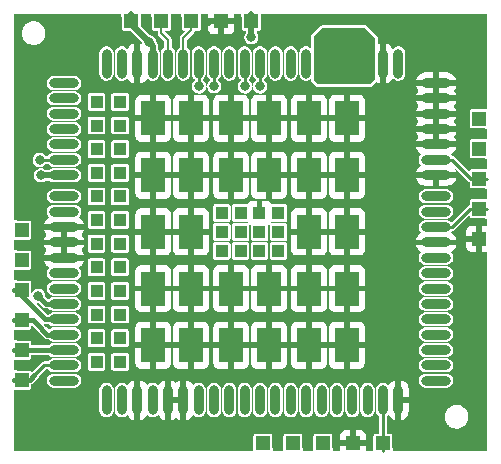
<source format=gtl>
G04 #@! TF.GenerationSoftware,KiCad,Pcbnew,9.0.0*
G04 #@! TF.CreationDate,2025-09-02T11:52:27+03:00*
G04 #@! TF.ProjectId,GSM_Adapter_Board_V1.0,47534d5f-4164-4617-9074-65725f426f61,rev?*
G04 #@! TF.SameCoordinates,Original*
G04 #@! TF.FileFunction,Copper,L1,Top*
G04 #@! TF.FilePolarity,Positive*
%FSLAX46Y46*%
G04 Gerber Fmt 4.6, Leading zero omitted, Abs format (unit mm)*
G04 Created by KiCad (PCBNEW 9.0.0) date 2025-09-02 11:52:27*
%MOMM*%
%LPD*%
G01*
G04 APERTURE LIST*
G04 #@! TA.AperFunction,CastellatedPad*
%ADD10R,1.200000X1.250000*%
G04 #@! TD*
G04 #@! TA.AperFunction,CastellatedPad*
%ADD11R,1.250000X1.200000*%
G04 #@! TD*
G04 #@! TA.AperFunction,SMDPad,CuDef*
%ADD12O,2.500000X0.800000*%
G04 #@! TD*
G04 #@! TA.AperFunction,SMDPad,CuDef*
%ADD13O,0.800000X2.500000*%
G04 #@! TD*
G04 #@! TA.AperFunction,SMDPad,CuDef*
%ADD14R,1.100000X1.100000*%
G04 #@! TD*
G04 #@! TA.AperFunction,SMDPad,CuDef*
%ADD15R,2.000000X3.000000*%
G04 #@! TD*
G04 #@! TA.AperFunction,ViaPad*
%ADD16C,0.800000*%
G04 #@! TD*
G04 #@! TA.AperFunction,Conductor*
%ADD17C,0.250000*%
G04 #@! TD*
G04 #@! TA.AperFunction,Conductor*
%ADD18C,0.381000*%
G04 #@! TD*
G04 #@! TA.AperFunction,Conductor*
%ADD19C,0.508000*%
G04 #@! TD*
G04 #@! TA.AperFunction,Conductor*
%ADD20C,0.200000*%
G04 #@! TD*
G04 APERTURE END LIST*
D10*
X130980000Y-115225000D03*
X133520000Y-115225000D03*
X136060000Y-115225000D03*
X138600000Y-115225000D03*
X141140000Y-115225000D03*
X129990000Y-79475000D03*
X127450000Y-79475000D03*
X124910000Y-79475000D03*
X122370000Y-79475000D03*
X119830000Y-79475000D03*
D11*
X110545000Y-97170000D03*
X110545000Y-99710000D03*
X110545000Y-102250000D03*
X110545000Y-104790000D03*
X110545000Y-107330000D03*
X110545000Y-109870000D03*
D12*
X114140000Y-84720000D03*
X114140000Y-86020000D03*
X114140000Y-87320000D03*
X114140000Y-88620000D03*
X114140000Y-89920000D03*
X114140000Y-91220000D03*
X114140000Y-92520000D03*
X114140000Y-96920000D03*
X114140000Y-98220000D03*
X114140000Y-99520000D03*
X114140000Y-100820000D03*
X114140000Y-102120000D03*
X114140000Y-103420000D03*
X114140000Y-104720000D03*
X114140000Y-106020000D03*
X114140000Y-107320000D03*
X114140000Y-108620000D03*
X114140000Y-109920000D03*
D13*
X120340000Y-111570000D03*
X121640000Y-111570000D03*
X122940000Y-111570000D03*
X124240000Y-111570000D03*
X125540000Y-111570000D03*
X126840000Y-111570000D03*
X128140000Y-111570000D03*
X129440000Y-111570000D03*
X130740000Y-111570000D03*
X132040000Y-111570000D03*
X133340000Y-111570000D03*
X134640000Y-111570000D03*
X135940000Y-111570000D03*
X137240000Y-111570000D03*
X138540000Y-111570000D03*
X139840000Y-111570000D03*
X141140000Y-111570000D03*
X142440000Y-111570000D03*
D12*
X145640000Y-109920000D03*
X145640000Y-108620000D03*
X145640000Y-107320000D03*
X145640000Y-106020000D03*
X145640000Y-104720000D03*
X145640000Y-103420000D03*
X145640000Y-102120000D03*
X145640000Y-100820000D03*
X145640000Y-99520000D03*
X145640000Y-98220000D03*
X145640000Y-96920000D03*
X145640000Y-92520000D03*
X145640000Y-91220000D03*
X145640000Y-89920000D03*
X145640000Y-88620000D03*
X145640000Y-87320000D03*
X145640000Y-86020000D03*
X145640000Y-84720000D03*
D13*
X142440000Y-83070000D03*
X141140000Y-83070000D03*
X139840000Y-83070000D03*
X138540000Y-83070000D03*
X137240000Y-83070000D03*
X135940000Y-83070000D03*
X134640000Y-83070000D03*
X133340000Y-83070000D03*
X132040000Y-83070000D03*
X130740000Y-83070000D03*
X129440000Y-83070000D03*
X128140000Y-83070000D03*
X126840000Y-83070000D03*
X125540000Y-83070000D03*
X124240000Y-83070000D03*
X122940000Y-83070000D03*
X121640000Y-83070000D03*
X120340000Y-83070000D03*
D14*
X132290000Y-95720000D03*
X132290000Y-97320000D03*
X132290000Y-98920000D03*
X130690000Y-95720000D03*
X130690000Y-97320000D03*
X130690000Y-98920000D03*
X129090000Y-95720000D03*
X129090000Y-97320000D03*
X129090000Y-98920000D03*
X127490000Y-95720000D03*
X127490000Y-97320000D03*
X127490000Y-98920000D03*
D15*
X138090000Y-87720000D03*
X138090000Y-92520000D03*
X138090000Y-97320000D03*
X138090000Y-102120000D03*
X138090000Y-106920000D03*
X134890000Y-87720000D03*
X134890000Y-92520000D03*
X134890000Y-97320000D03*
X134890000Y-102120000D03*
X134890000Y-106920000D03*
X131490000Y-87720000D03*
X131490000Y-92520000D03*
X131490000Y-102120000D03*
X131490000Y-106920000D03*
X128290000Y-87720000D03*
X128290000Y-92520000D03*
X128290000Y-102120000D03*
X128290000Y-106920000D03*
X124890000Y-87720000D03*
X124890000Y-92520000D03*
X124890000Y-97320000D03*
X124890000Y-102120000D03*
X124890000Y-106920000D03*
X121690000Y-87720000D03*
X121690000Y-92520000D03*
X121690000Y-97320000D03*
X121690000Y-102120000D03*
X121690000Y-106920000D03*
D13*
X119040000Y-83070000D03*
X117740000Y-83070000D03*
X119040000Y-111570000D03*
X117740000Y-111570000D03*
D14*
X118890000Y-86320000D03*
X118890000Y-88320000D03*
X118890000Y-90320000D03*
X118890000Y-92320000D03*
X118890000Y-94320000D03*
X118890000Y-96320000D03*
X118890000Y-98320000D03*
X118890000Y-100320000D03*
X118890000Y-102320000D03*
X118890000Y-104320000D03*
X118890000Y-106320000D03*
X118890000Y-108320000D03*
X116890000Y-86320000D03*
X116890000Y-88320000D03*
X116890000Y-90320000D03*
X116890000Y-92320000D03*
X116890000Y-94320000D03*
X116890000Y-96320000D03*
X116890000Y-98320000D03*
X116890000Y-100320000D03*
X116890000Y-102320000D03*
X116890000Y-104320000D03*
X116890000Y-106320000D03*
X116890000Y-108320000D03*
D12*
X114140000Y-94320000D03*
X114140000Y-95620000D03*
X145640000Y-95620000D03*
X145640000Y-94320000D03*
D11*
X149305000Y-97900000D03*
X149305000Y-95360000D03*
X149305000Y-92820000D03*
X149305000Y-90280000D03*
X149305000Y-87740000D03*
D16*
X148550000Y-101100000D03*
X148140000Y-82450000D03*
X142220000Y-102160000D03*
X145270000Y-80230000D03*
X111180000Y-85320000D03*
X145230000Y-113870000D03*
X111330000Y-88780000D03*
X111220000Y-112740000D03*
X148700000Y-111230000D03*
X141660000Y-105170000D03*
X141840000Y-96810000D03*
X142070000Y-99440000D03*
X116680000Y-80040000D03*
X117740000Y-114660000D03*
X148660000Y-103850000D03*
X148660000Y-107620000D03*
X122480000Y-114770000D03*
X141920000Y-107280000D03*
X111260000Y-114810000D03*
X114120000Y-114740000D03*
X126250000Y-79540000D03*
X126510000Y-114290000D03*
X141470000Y-86520000D03*
X141350000Y-91160000D03*
X113820000Y-112820000D03*
X147800000Y-80310000D03*
X111275000Y-94190000D03*
X141770000Y-94060000D03*
X137980000Y-80740000D03*
X139250000Y-80740000D03*
X136590000Y-80760000D03*
X129990000Y-80850000D03*
X121340000Y-81260000D03*
X125560000Y-85010000D03*
X126850000Y-84970000D03*
X112190000Y-92530000D03*
X130740000Y-85010000D03*
X112090000Y-91230000D03*
X129460000Y-85010000D03*
X111970000Y-102760000D03*
D17*
X112480000Y-108620000D02*
X114140000Y-108620000D01*
D18*
X111230000Y-109870000D02*
X109920000Y-109870000D01*
X111630000Y-109470000D02*
X111230000Y-109870000D01*
D17*
X111630000Y-109470000D02*
X112480000Y-108620000D01*
D18*
X111760000Y-105040000D02*
X112740000Y-106020000D01*
X111760000Y-105040000D02*
X111510000Y-104790000D01*
X111510000Y-104790000D02*
X109920000Y-104790000D01*
X112740000Y-106020000D02*
X114140000Y-106020000D01*
D19*
X121340000Y-81260000D02*
X119830000Y-79750000D01*
X121640000Y-83070000D02*
X121640000Y-81560000D01*
X121640000Y-81560000D02*
X121340000Y-81260000D01*
X119830000Y-79750000D02*
X119830000Y-78850000D01*
X129990000Y-78850000D02*
X129990000Y-80850000D01*
D17*
X147020000Y-91220000D02*
X145640000Y-91220000D01*
X148620000Y-92820000D02*
X147020000Y-91220000D01*
X149930000Y-92820000D02*
X148620000Y-92820000D01*
X146980000Y-96920000D02*
X145640000Y-96920000D01*
X149930000Y-95360000D02*
X148540000Y-95360000D01*
X148540000Y-95360000D02*
X146980000Y-96920000D01*
D18*
X114140000Y-107320000D02*
X109930000Y-107320000D01*
X109930000Y-107320000D02*
X109920000Y-107330000D01*
D17*
X125540000Y-84990000D02*
X125560000Y-85010000D01*
X125540000Y-83070000D02*
X125540000Y-84990000D01*
X126840000Y-84960000D02*
X126850000Y-84970000D01*
X126840000Y-83070000D02*
X126840000Y-84960000D01*
D19*
X112200000Y-92520000D02*
X112190000Y-92530000D01*
X114140000Y-92520000D02*
X112200000Y-92520000D01*
D20*
X122940000Y-81040000D02*
X122940000Y-83070000D01*
X122370000Y-80470000D02*
X122940000Y-81040000D01*
X122370000Y-78850000D02*
X122370000Y-80470000D01*
D17*
X141140000Y-111570000D02*
X141140000Y-115850000D01*
X130740000Y-85010000D02*
X130740000Y-83070000D01*
X114130000Y-91230000D02*
X114140000Y-91220000D01*
X112090000Y-91230000D02*
X114130000Y-91230000D01*
X129440000Y-83070000D02*
X129440000Y-84990000D01*
X129440000Y-84990000D02*
X129460000Y-85010000D01*
D18*
X111970000Y-102760000D02*
X112630000Y-103420000D01*
X112630000Y-103420000D02*
X114140000Y-103420000D01*
D20*
X124240000Y-80930000D02*
X124240000Y-83070000D01*
X124910000Y-78850000D02*
X124910000Y-80260000D01*
X124910000Y-80260000D02*
X124240000Y-80930000D01*
D18*
X112550000Y-104720000D02*
X110080000Y-102250000D01*
X114140000Y-104720000D02*
X112550000Y-104720000D01*
X110080000Y-102250000D02*
X109920000Y-102250000D01*
G04 #@! TA.AperFunction,Conductor*
G36*
X139644352Y-80094352D02*
G01*
X140465648Y-80915648D01*
X140480000Y-80950296D01*
X140480000Y-84389704D01*
X140465648Y-84424352D01*
X140074352Y-84815648D01*
X140039704Y-84830000D01*
X135700296Y-84830000D01*
X135665648Y-84815648D01*
X135314352Y-84464352D01*
X135300000Y-84429704D01*
X135300000Y-80820296D01*
X135314352Y-80785648D01*
X136005648Y-80094352D01*
X136040296Y-80080000D01*
X139609704Y-80080000D01*
X139644352Y-80094352D01*
G37*
G04 #@! TD.AperFunction*
G04 #@! TA.AperFunction,Conductor*
G36*
X118965148Y-78864852D02*
G01*
X118979500Y-78899500D01*
X118979500Y-78933767D01*
X119001189Y-79042809D01*
X119012183Y-79098079D01*
X119012185Y-79098085D01*
X119025770Y-79130880D01*
X119029500Y-79149632D01*
X119029500Y-80119748D01*
X119041133Y-80178231D01*
X119055585Y-80199860D01*
X119085447Y-80244552D01*
X119112012Y-80262301D01*
X119151769Y-80288867D01*
X119210252Y-80300500D01*
X119717444Y-80300500D01*
X119752092Y-80314852D01*
X120725148Y-81287908D01*
X120739500Y-81322556D01*
X120739500Y-81337991D01*
X120725148Y-81372639D01*
X120690500Y-81386991D01*
X120671749Y-81383261D01*
X120602527Y-81354588D01*
X120602520Y-81354586D01*
X120590000Y-81352095D01*
X120590000Y-84787903D01*
X120602515Y-84785414D01*
X120602526Y-84785411D01*
X120766306Y-84717571D01*
X120913716Y-84619076D01*
X121039076Y-84493716D01*
X121136243Y-84348294D01*
X121167425Y-84327459D01*
X121204208Y-84334775D01*
X121211632Y-84340868D01*
X121271284Y-84400520D01*
X121271287Y-84400521D01*
X121271290Y-84400524D01*
X121408213Y-84479576D01*
X121408215Y-84479576D01*
X121408216Y-84479577D01*
X121511034Y-84507127D01*
X121560939Y-84520499D01*
X121560940Y-84520500D01*
X121560943Y-84520500D01*
X121719060Y-84520500D01*
X121719060Y-84520499D01*
X121871784Y-84479577D01*
X121907848Y-84458756D01*
X122008709Y-84400524D01*
X122008708Y-84400524D01*
X122008716Y-84400520D01*
X122120520Y-84288716D01*
X122199577Y-84151784D01*
X122240499Y-83999060D01*
X122240500Y-83999060D01*
X122240500Y-82140940D01*
X122240499Y-82140939D01*
X122199577Y-81988217D01*
X122199576Y-81988213D01*
X122120524Y-81851290D01*
X122120521Y-81851287D01*
X122120520Y-81851284D01*
X122108852Y-81839616D01*
X122094500Y-81804968D01*
X122094500Y-81623792D01*
X122094501Y-81623779D01*
X122094501Y-81500162D01*
X122065197Y-81390803D01*
X122065196Y-81390799D01*
X122063526Y-81384567D01*
X122032320Y-81330517D01*
X122003691Y-81280930D01*
X121954852Y-81232091D01*
X121940500Y-81197443D01*
X121940500Y-81180940D01*
X121940499Y-81180939D01*
X121899577Y-81028217D01*
X121899576Y-81028213D01*
X121820524Y-80891290D01*
X121820521Y-80891287D01*
X121820520Y-80891284D01*
X121708716Y-80779480D01*
X121708713Y-80779478D01*
X121708709Y-80779475D01*
X121571786Y-80700423D01*
X121571782Y-80700422D01*
X121419060Y-80659500D01*
X121419057Y-80659500D01*
X121402556Y-80659500D01*
X121367908Y-80645148D01*
X120644852Y-79922092D01*
X120630500Y-79887444D01*
X120630500Y-79149632D01*
X120634230Y-79130880D01*
X120647816Y-79098082D01*
X120680500Y-78933767D01*
X120680500Y-78899500D01*
X120694852Y-78864852D01*
X120729500Y-78850500D01*
X121470500Y-78850500D01*
X121505148Y-78864852D01*
X121519500Y-78899500D01*
X121519500Y-78933767D01*
X121541189Y-79042809D01*
X121552183Y-79098079D01*
X121552185Y-79098085D01*
X121565770Y-79130880D01*
X121569500Y-79149632D01*
X121569500Y-80119748D01*
X121581133Y-80178231D01*
X121595585Y-80199860D01*
X121625447Y-80244552D01*
X121652012Y-80262301D01*
X121691769Y-80288867D01*
X121750252Y-80300500D01*
X122020500Y-80300500D01*
X122055148Y-80314852D01*
X122069500Y-80349500D01*
X122069500Y-80509563D01*
X122089978Y-80585987D01*
X122089979Y-80585991D01*
X122100941Y-80604977D01*
X122100944Y-80604981D01*
X122100945Y-80604982D01*
X122108586Y-80618217D01*
X122129537Y-80654507D01*
X122129542Y-80654513D01*
X122625148Y-81150119D01*
X122639500Y-81184767D01*
X122639500Y-81671805D01*
X122625148Y-81706453D01*
X122615000Y-81714240D01*
X122571289Y-81739476D01*
X122571280Y-81739483D01*
X122459482Y-81851281D01*
X122459475Y-81851290D01*
X122380423Y-81988213D01*
X122380422Y-81988217D01*
X122339500Y-82140939D01*
X122339500Y-83999060D01*
X122380422Y-84151782D01*
X122380423Y-84151786D01*
X122459475Y-84288709D01*
X122459478Y-84288713D01*
X122459480Y-84288716D01*
X122571284Y-84400520D01*
X122571287Y-84400521D01*
X122571290Y-84400524D01*
X122708213Y-84479576D01*
X122708215Y-84479576D01*
X122708216Y-84479577D01*
X122811034Y-84507127D01*
X122860939Y-84520499D01*
X122860940Y-84520500D01*
X122860943Y-84520500D01*
X123019060Y-84520500D01*
X123019060Y-84520499D01*
X123171784Y-84479577D01*
X123207848Y-84458756D01*
X123308709Y-84400524D01*
X123308708Y-84400524D01*
X123308716Y-84400520D01*
X123420520Y-84288716D01*
X123499577Y-84151784D01*
X123540499Y-83999060D01*
X123540500Y-83999060D01*
X123540500Y-82140940D01*
X123540499Y-82140939D01*
X123499577Y-81988217D01*
X123499576Y-81988213D01*
X123420524Y-81851290D01*
X123420521Y-81851287D01*
X123420520Y-81851284D01*
X123308716Y-81739480D01*
X123308712Y-81739478D01*
X123308710Y-81739476D01*
X123265000Y-81714240D01*
X123242170Y-81684487D01*
X123240500Y-81671805D01*
X123240500Y-81000436D01*
X123232227Y-80969563D01*
X123232227Y-80969562D01*
X123220022Y-80924012D01*
X123220021Y-80924010D01*
X123200637Y-80890436D01*
X123180460Y-80855489D01*
X122709119Y-80384148D01*
X122694767Y-80349500D01*
X122709119Y-80314852D01*
X122743767Y-80300500D01*
X122989745Y-80300500D01*
X122989748Y-80300500D01*
X123048231Y-80288867D01*
X123114552Y-80244552D01*
X123158867Y-80178231D01*
X123170500Y-80119748D01*
X123170500Y-79149632D01*
X123174230Y-79130880D01*
X123187816Y-79098082D01*
X123220500Y-78933767D01*
X123220500Y-78899500D01*
X123234852Y-78864852D01*
X123269500Y-78850500D01*
X124010500Y-78850500D01*
X124045148Y-78864852D01*
X124059500Y-78899500D01*
X124059500Y-78933767D01*
X124081189Y-79042809D01*
X124092183Y-79098079D01*
X124092185Y-79098085D01*
X124105770Y-79130880D01*
X124109500Y-79149632D01*
X124109500Y-80119748D01*
X124121133Y-80178231D01*
X124135585Y-80199860D01*
X124165447Y-80244552D01*
X124192012Y-80262301D01*
X124231769Y-80288867D01*
X124290252Y-80300500D01*
X124326233Y-80300500D01*
X124360881Y-80314852D01*
X124375233Y-80349500D01*
X124360881Y-80384148D01*
X123999541Y-80745488D01*
X123999540Y-80745488D01*
X123959979Y-80814008D01*
X123959979Y-80814010D01*
X123939500Y-80890436D01*
X123939500Y-81671805D01*
X123925148Y-81706453D01*
X123915000Y-81714240D01*
X123871289Y-81739476D01*
X123871280Y-81739483D01*
X123759482Y-81851281D01*
X123759475Y-81851290D01*
X123680423Y-81988213D01*
X123680422Y-81988217D01*
X123639500Y-82140939D01*
X123639500Y-83999060D01*
X123680422Y-84151782D01*
X123680423Y-84151786D01*
X123759475Y-84288709D01*
X123759478Y-84288713D01*
X123759480Y-84288716D01*
X123871284Y-84400520D01*
X123871287Y-84400521D01*
X123871290Y-84400524D01*
X124008213Y-84479576D01*
X124008215Y-84479576D01*
X124008216Y-84479577D01*
X124111034Y-84507127D01*
X124160939Y-84520499D01*
X124160940Y-84520500D01*
X124160943Y-84520500D01*
X124319060Y-84520500D01*
X124319060Y-84520499D01*
X124471784Y-84479577D01*
X124507848Y-84458756D01*
X124608709Y-84400524D01*
X124608708Y-84400524D01*
X124608716Y-84400520D01*
X124720520Y-84288716D01*
X124799577Y-84151784D01*
X124840499Y-83999060D01*
X124840500Y-83999060D01*
X124840500Y-82140940D01*
X124840499Y-82140939D01*
X124939500Y-82140939D01*
X124939500Y-83999060D01*
X124980422Y-84151782D01*
X124980423Y-84151786D01*
X125059475Y-84288709D01*
X125059478Y-84288713D01*
X125059480Y-84288716D01*
X125171284Y-84400520D01*
X125171287Y-84400521D01*
X125171290Y-84400524D01*
X125189998Y-84411324D01*
X125194029Y-84416577D01*
X125200148Y-84419112D01*
X125205042Y-84430928D01*
X125212830Y-84441076D01*
X125214500Y-84453760D01*
X125214500Y-84487786D01*
X125200148Y-84522434D01*
X125193716Y-84527370D01*
X125193834Y-84527524D01*
X125191280Y-84529483D01*
X125079482Y-84641281D01*
X125079475Y-84641290D01*
X125000423Y-84778213D01*
X125000422Y-84778217D01*
X124959500Y-84930939D01*
X124959500Y-85089060D01*
X125000422Y-85241782D01*
X125000423Y-85241786D01*
X125079475Y-85378709D01*
X125079478Y-85378713D01*
X125079480Y-85378716D01*
X125191284Y-85490520D01*
X125191287Y-85490521D01*
X125191290Y-85490524D01*
X125328213Y-85569576D01*
X125328215Y-85569576D01*
X125328216Y-85569577D01*
X125448665Y-85601851D01*
X125480939Y-85610499D01*
X125480940Y-85610500D01*
X125480943Y-85610500D01*
X125639060Y-85610500D01*
X125639060Y-85610499D01*
X125791784Y-85569577D01*
X125791918Y-85569500D01*
X125928709Y-85490524D01*
X125928708Y-85490524D01*
X125928716Y-85490520D01*
X126040520Y-85378716D01*
X126089594Y-85293716D01*
X126119576Y-85241786D01*
X126119576Y-85241785D01*
X126119577Y-85241784D01*
X126160500Y-85089057D01*
X126160500Y-85089052D01*
X126160919Y-85085876D01*
X126161786Y-85085990D01*
X126174852Y-85054449D01*
X126209500Y-85040097D01*
X126244148Y-85054449D01*
X126256830Y-85076415D01*
X126290422Y-85201782D01*
X126290423Y-85201786D01*
X126369475Y-85338709D01*
X126369478Y-85338713D01*
X126369480Y-85338716D01*
X126481284Y-85450520D01*
X126481287Y-85450521D01*
X126481290Y-85450524D01*
X126618213Y-85529576D01*
X126618215Y-85529576D01*
X126618216Y-85529577D01*
X126738665Y-85561851D01*
X126770939Y-85570499D01*
X126770940Y-85570500D01*
X126770943Y-85570500D01*
X126929060Y-85570500D01*
X126929060Y-85570499D01*
X127081784Y-85529577D01*
X127149427Y-85490524D01*
X127218709Y-85450524D01*
X127218708Y-85450524D01*
X127218716Y-85450520D01*
X127330520Y-85338716D01*
X127409577Y-85201784D01*
X127450499Y-85049060D01*
X127450500Y-85049060D01*
X127450500Y-84890940D01*
X127450499Y-84890939D01*
X127425879Y-84799057D01*
X127409577Y-84738216D01*
X127409576Y-84738215D01*
X127409576Y-84738213D01*
X127330524Y-84601290D01*
X127330521Y-84601287D01*
X127330520Y-84601284D01*
X127218716Y-84489480D01*
X127218714Y-84489479D01*
X127218712Y-84489477D01*
X127210175Y-84484549D01*
X127187344Y-84454796D01*
X127192238Y-84417614D01*
X127206692Y-84403166D01*
X127206164Y-84402478D01*
X127208708Y-84400524D01*
X127208716Y-84400520D01*
X127320520Y-84288716D01*
X127399577Y-84151784D01*
X127440499Y-83999060D01*
X127440500Y-83999060D01*
X127440500Y-82140940D01*
X127440499Y-82140939D01*
X127539500Y-82140939D01*
X127539500Y-83999060D01*
X127580422Y-84151782D01*
X127580423Y-84151786D01*
X127659475Y-84288709D01*
X127659478Y-84288713D01*
X127659480Y-84288716D01*
X127771284Y-84400520D01*
X127771287Y-84400521D01*
X127771290Y-84400524D01*
X127908213Y-84479576D01*
X127908215Y-84479576D01*
X127908216Y-84479577D01*
X128011034Y-84507127D01*
X128060939Y-84520499D01*
X128060940Y-84520500D01*
X128060943Y-84520500D01*
X128219060Y-84520500D01*
X128219060Y-84520499D01*
X128371784Y-84479577D01*
X128407848Y-84458756D01*
X128508709Y-84400524D01*
X128508708Y-84400524D01*
X128508716Y-84400520D01*
X128620520Y-84288716D01*
X128699577Y-84151784D01*
X128740499Y-83999060D01*
X128740500Y-83999060D01*
X128740500Y-82140940D01*
X128740499Y-82140939D01*
X128839500Y-82140939D01*
X128839500Y-83999060D01*
X128880422Y-84151782D01*
X128880423Y-84151786D01*
X128959475Y-84288709D01*
X128959478Y-84288713D01*
X128959480Y-84288716D01*
X129071284Y-84400520D01*
X129071287Y-84400521D01*
X129071290Y-84400524D01*
X129089998Y-84411324D01*
X129094029Y-84416577D01*
X129100148Y-84419112D01*
X129105042Y-84430928D01*
X129112830Y-84441076D01*
X129114500Y-84453760D01*
X129114500Y-84487786D01*
X129100148Y-84522434D01*
X129093716Y-84527370D01*
X129093834Y-84527524D01*
X129091280Y-84529483D01*
X128979482Y-84641281D01*
X128979475Y-84641290D01*
X128900423Y-84778213D01*
X128900422Y-84778217D01*
X128859500Y-84930939D01*
X128859500Y-85089060D01*
X128900422Y-85241782D01*
X128900423Y-85241786D01*
X128979475Y-85378709D01*
X128979478Y-85378713D01*
X128979480Y-85378716D01*
X129091284Y-85490520D01*
X129091287Y-85490521D01*
X129091290Y-85490524D01*
X129228213Y-85569576D01*
X129228215Y-85569576D01*
X129228216Y-85569577D01*
X129348665Y-85601851D01*
X129380939Y-85610499D01*
X129380940Y-85610500D01*
X129380943Y-85610500D01*
X129539060Y-85610500D01*
X129539060Y-85610499D01*
X129691784Y-85569577D01*
X129691918Y-85569500D01*
X129828709Y-85490524D01*
X129828708Y-85490524D01*
X129828716Y-85490520D01*
X129940520Y-85378716D01*
X129989594Y-85293716D01*
X130019576Y-85241786D01*
X130019576Y-85241785D01*
X130019577Y-85241784D01*
X130045160Y-85146306D01*
X130052670Y-85118281D01*
X130075500Y-85088528D01*
X130112682Y-85083633D01*
X130142435Y-85106463D01*
X130147330Y-85118281D01*
X130180422Y-85241782D01*
X130180423Y-85241786D01*
X130259475Y-85378709D01*
X130259478Y-85378713D01*
X130259480Y-85378716D01*
X130371284Y-85490520D01*
X130371287Y-85490521D01*
X130371290Y-85490524D01*
X130508213Y-85569576D01*
X130508215Y-85569576D01*
X130508216Y-85569577D01*
X130628665Y-85601851D01*
X130660939Y-85610499D01*
X130660940Y-85610500D01*
X130660943Y-85610500D01*
X130819060Y-85610500D01*
X130819060Y-85610499D01*
X130971784Y-85569577D01*
X130971918Y-85569500D01*
X131108709Y-85490524D01*
X131108708Y-85490524D01*
X131108716Y-85490520D01*
X131220520Y-85378716D01*
X131269594Y-85293716D01*
X131299576Y-85241786D01*
X131299576Y-85241785D01*
X131299577Y-85241784D01*
X131340499Y-85089060D01*
X131340500Y-85089060D01*
X131340500Y-84930940D01*
X131340499Y-84930939D01*
X131305161Y-84799057D01*
X131299577Y-84778216D01*
X131299576Y-84778215D01*
X131299576Y-84778213D01*
X131220524Y-84641290D01*
X131220521Y-84641287D01*
X131220520Y-84641284D01*
X131108716Y-84529480D01*
X131089998Y-84518673D01*
X131085967Y-84513420D01*
X131079852Y-84510887D01*
X131074957Y-84499070D01*
X131067169Y-84488920D01*
X131065500Y-84476239D01*
X131065500Y-84453760D01*
X131079852Y-84419112D01*
X131090002Y-84411324D01*
X131105325Y-84402478D01*
X131108716Y-84400520D01*
X131220520Y-84288716D01*
X131299577Y-84151784D01*
X131340499Y-83999060D01*
X131340500Y-83999060D01*
X131340500Y-82140940D01*
X131340499Y-82140939D01*
X131439500Y-82140939D01*
X131439500Y-83999060D01*
X131480422Y-84151782D01*
X131480423Y-84151786D01*
X131559475Y-84288709D01*
X131559478Y-84288713D01*
X131559480Y-84288716D01*
X131671284Y-84400520D01*
X131671287Y-84400521D01*
X131671290Y-84400524D01*
X131808213Y-84479576D01*
X131808215Y-84479576D01*
X131808216Y-84479577D01*
X131911034Y-84507127D01*
X131960939Y-84520499D01*
X131960940Y-84520500D01*
X131960943Y-84520500D01*
X132119060Y-84520500D01*
X132119060Y-84520499D01*
X132271784Y-84479577D01*
X132307848Y-84458756D01*
X132408709Y-84400524D01*
X132408708Y-84400524D01*
X132408716Y-84400520D01*
X132520520Y-84288716D01*
X132599577Y-84151784D01*
X132640499Y-83999060D01*
X132640500Y-83999060D01*
X132640500Y-82140940D01*
X132640499Y-82140939D01*
X132739500Y-82140939D01*
X132739500Y-83999060D01*
X132780422Y-84151782D01*
X132780423Y-84151786D01*
X132859475Y-84288709D01*
X132859478Y-84288713D01*
X132859480Y-84288716D01*
X132971284Y-84400520D01*
X132971287Y-84400521D01*
X132971290Y-84400524D01*
X133108213Y-84479576D01*
X133108215Y-84479576D01*
X133108216Y-84479577D01*
X133211034Y-84507127D01*
X133260939Y-84520499D01*
X133260940Y-84520500D01*
X133260943Y-84520500D01*
X133419060Y-84520500D01*
X133419060Y-84520499D01*
X133571784Y-84479577D01*
X133607848Y-84458756D01*
X133708709Y-84400524D01*
X133708708Y-84400524D01*
X133708716Y-84400520D01*
X133820520Y-84288716D01*
X133899577Y-84151784D01*
X133940499Y-83999060D01*
X133940500Y-83999060D01*
X133940500Y-82140940D01*
X133940499Y-82140939D01*
X134039500Y-82140939D01*
X134039500Y-83999060D01*
X134080422Y-84151782D01*
X134080423Y-84151786D01*
X134159475Y-84288709D01*
X134159478Y-84288713D01*
X134159480Y-84288716D01*
X134271284Y-84400520D01*
X134271287Y-84400521D01*
X134271290Y-84400524D01*
X134408213Y-84479576D01*
X134408215Y-84479576D01*
X134408216Y-84479577D01*
X134511034Y-84507127D01*
X134560939Y-84520499D01*
X134560940Y-84520500D01*
X134560943Y-84520500D01*
X134719060Y-84520500D01*
X134719060Y-84520499D01*
X134871784Y-84479577D01*
X134976388Y-84419183D01*
X135013570Y-84414289D01*
X135043323Y-84437119D01*
X135048946Y-84452059D01*
X135063947Y-84527475D01*
X135063950Y-84527484D01*
X135078299Y-84562124D01*
X135078299Y-84562125D01*
X135078301Y-84562128D01*
X135078302Y-84562130D01*
X135133686Y-84645018D01*
X135484982Y-84996314D01*
X135567870Y-85051698D01*
X135567875Y-85051700D01*
X135600917Y-85065387D01*
X135601922Y-85065845D01*
X135602507Y-85066045D01*
X135602518Y-85066050D01*
X135602520Y-85066051D01*
X135602527Y-85066052D01*
X135602529Y-85066053D01*
X135700290Y-85085499D01*
X135700296Y-85085500D01*
X140039706Y-85085500D01*
X140085377Y-85076415D01*
X140137475Y-85066052D01*
X140137479Y-85066050D01*
X140137482Y-85066050D01*
X140172130Y-85051698D01*
X140255018Y-84996314D01*
X140577398Y-84673933D01*
X140612043Y-84659583D01*
X140639266Y-84667841D01*
X140713693Y-84717571D01*
X140877473Y-84785411D01*
X140877484Y-84785414D01*
X140890000Y-84787903D01*
X141390000Y-84787903D01*
X141402515Y-84785414D01*
X141402526Y-84785411D01*
X141566306Y-84717571D01*
X141713716Y-84619076D01*
X141839076Y-84493716D01*
X141936243Y-84348294D01*
X141967425Y-84327459D01*
X142004208Y-84334775D01*
X142011632Y-84340868D01*
X142071284Y-84400520D01*
X142071287Y-84400521D01*
X142071290Y-84400524D01*
X142208213Y-84479576D01*
X142208215Y-84479576D01*
X142208216Y-84479577D01*
X142311034Y-84507127D01*
X142360939Y-84520499D01*
X142360940Y-84520500D01*
X142360943Y-84520500D01*
X142519060Y-84520500D01*
X142519060Y-84520499D01*
X142671784Y-84479577D01*
X142688372Y-84470000D01*
X143922096Y-84470000D01*
X145390000Y-84470000D01*
X145890000Y-84470000D01*
X147357903Y-84470000D01*
X147355414Y-84457484D01*
X147355411Y-84457473D01*
X147287571Y-84293693D01*
X147189076Y-84146283D01*
X147063716Y-84020923D01*
X146916306Y-83922428D01*
X146752520Y-83854586D01*
X146578639Y-83820000D01*
X145890000Y-83820000D01*
X145890000Y-84470000D01*
X145390000Y-84470000D01*
X145390000Y-83820000D01*
X144701361Y-83820000D01*
X144527479Y-83854586D01*
X144527478Y-83854586D01*
X144363693Y-83922428D01*
X144216283Y-84020923D01*
X144090923Y-84146283D01*
X143992428Y-84293693D01*
X143924588Y-84457473D01*
X143924585Y-84457484D01*
X143922096Y-84470000D01*
X142688372Y-84470000D01*
X142697566Y-84464692D01*
X142739058Y-84440737D01*
X142808709Y-84400524D01*
X142808708Y-84400524D01*
X142808716Y-84400520D01*
X142920520Y-84288716D01*
X142999577Y-84151784D01*
X143040499Y-83999060D01*
X143040500Y-83999060D01*
X143040500Y-82140940D01*
X143040499Y-82140939D01*
X142999577Y-81988217D01*
X142999576Y-81988213D01*
X142920524Y-81851290D01*
X142920521Y-81851287D01*
X142920520Y-81851284D01*
X142808716Y-81739480D01*
X142808713Y-81739478D01*
X142808709Y-81739475D01*
X142671786Y-81660423D01*
X142671782Y-81660422D01*
X142519060Y-81619500D01*
X142519057Y-81619500D01*
X142360943Y-81619500D01*
X142360940Y-81619500D01*
X142208217Y-81660422D01*
X142208213Y-81660423D01*
X142071290Y-81739475D01*
X142071285Y-81739479D01*
X142011633Y-81799131D01*
X141976985Y-81813482D01*
X141942336Y-81799130D01*
X141936243Y-81791705D01*
X141839076Y-81646283D01*
X141713716Y-81520923D01*
X141566306Y-81422428D01*
X141402527Y-81354588D01*
X141402520Y-81354586D01*
X141390000Y-81352095D01*
X141390000Y-84787903D01*
X140890000Y-84787903D01*
X140890000Y-81352095D01*
X140877479Y-81354586D01*
X140877472Y-81354588D01*
X140803251Y-81385332D01*
X140765748Y-81385332D01*
X140739230Y-81358813D01*
X140735500Y-81340062D01*
X140735500Y-80950294D01*
X140735499Y-80950290D01*
X140716052Y-80852524D01*
X140716049Y-80852515D01*
X140701700Y-80817875D01*
X140701700Y-80817874D01*
X140701699Y-80817872D01*
X140701698Y-80817870D01*
X140646314Y-80734982D01*
X139825018Y-79913686D01*
X139816119Y-79907740D01*
X139785744Y-79887444D01*
X139742130Y-79858302D01*
X139742127Y-79858300D01*
X139742126Y-79858300D01*
X139709081Y-79844612D01*
X139708078Y-79844154D01*
X139707482Y-79843950D01*
X139707480Y-79843949D01*
X139707477Y-79843948D01*
X139707470Y-79843946D01*
X139609709Y-79824500D01*
X139609704Y-79824500D01*
X136040294Y-79824500D01*
X136040290Y-79824500D01*
X135942524Y-79843947D01*
X135942515Y-79843950D01*
X135907875Y-79858299D01*
X135907874Y-79858299D01*
X135824982Y-79913685D01*
X135133685Y-80604982D01*
X135078300Y-80687873D01*
X135064612Y-80720918D01*
X135064154Y-80721920D01*
X135063946Y-80722529D01*
X135044500Y-80820290D01*
X135044500Y-81675269D01*
X135030148Y-81709917D01*
X134995500Y-81724269D01*
X134971000Y-81717704D01*
X134871786Y-81660423D01*
X134871782Y-81660422D01*
X134719060Y-81619500D01*
X134719057Y-81619500D01*
X134560943Y-81619500D01*
X134560940Y-81619500D01*
X134408217Y-81660422D01*
X134408213Y-81660423D01*
X134271290Y-81739475D01*
X134271281Y-81739482D01*
X134159482Y-81851281D01*
X134159475Y-81851290D01*
X134080423Y-81988213D01*
X134080422Y-81988217D01*
X134039500Y-82140939D01*
X133940499Y-82140939D01*
X133899577Y-81988217D01*
X133899576Y-81988213D01*
X133820524Y-81851290D01*
X133820521Y-81851287D01*
X133820520Y-81851284D01*
X133708716Y-81739480D01*
X133708713Y-81739478D01*
X133708709Y-81739475D01*
X133571786Y-81660423D01*
X133571782Y-81660422D01*
X133419060Y-81619500D01*
X133419057Y-81619500D01*
X133260943Y-81619500D01*
X133260940Y-81619500D01*
X133108217Y-81660422D01*
X133108213Y-81660423D01*
X132971290Y-81739475D01*
X132971281Y-81739482D01*
X132859482Y-81851281D01*
X132859475Y-81851290D01*
X132780423Y-81988213D01*
X132780422Y-81988217D01*
X132739500Y-82140939D01*
X132640499Y-82140939D01*
X132599577Y-81988217D01*
X132599576Y-81988213D01*
X132520524Y-81851290D01*
X132520521Y-81851287D01*
X132520520Y-81851284D01*
X132408716Y-81739480D01*
X132408713Y-81739478D01*
X132408709Y-81739475D01*
X132271786Y-81660423D01*
X132271782Y-81660422D01*
X132119060Y-81619500D01*
X132119057Y-81619500D01*
X131960943Y-81619500D01*
X131960940Y-81619500D01*
X131808217Y-81660422D01*
X131808213Y-81660423D01*
X131671290Y-81739475D01*
X131671281Y-81739482D01*
X131559482Y-81851281D01*
X131559475Y-81851290D01*
X131480423Y-81988213D01*
X131480422Y-81988217D01*
X131439500Y-82140939D01*
X131340499Y-82140939D01*
X131299577Y-81988217D01*
X131299576Y-81988213D01*
X131220524Y-81851290D01*
X131220521Y-81851287D01*
X131220520Y-81851284D01*
X131108716Y-81739480D01*
X131108713Y-81739478D01*
X131108709Y-81739475D01*
X130971786Y-81660423D01*
X130971782Y-81660422D01*
X130819060Y-81619500D01*
X130819057Y-81619500D01*
X130660943Y-81619500D01*
X130660940Y-81619500D01*
X130508217Y-81660422D01*
X130508213Y-81660423D01*
X130371290Y-81739475D01*
X130371281Y-81739482D01*
X130259482Y-81851281D01*
X130259475Y-81851290D01*
X130180423Y-81988213D01*
X130180422Y-81988217D01*
X130139500Y-82140939D01*
X130139500Y-83999060D01*
X130180422Y-84151782D01*
X130180423Y-84151786D01*
X130259475Y-84288709D01*
X130259478Y-84288713D01*
X130259480Y-84288716D01*
X130371284Y-84400520D01*
X130371287Y-84400521D01*
X130371290Y-84400524D01*
X130389998Y-84411324D01*
X130394029Y-84416577D01*
X130400148Y-84419112D01*
X130405042Y-84430928D01*
X130412830Y-84441076D01*
X130414500Y-84453760D01*
X130414500Y-84476239D01*
X130400148Y-84510887D01*
X130390002Y-84518672D01*
X130374672Y-84527524D01*
X130371281Y-84529482D01*
X130259482Y-84641281D01*
X130259475Y-84641290D01*
X130180423Y-84778213D01*
X130180422Y-84778217D01*
X130147330Y-84901718D01*
X130124500Y-84931471D01*
X130087318Y-84936366D01*
X130057565Y-84913536D01*
X130052670Y-84901718D01*
X130025161Y-84799057D01*
X130019577Y-84778216D01*
X130019576Y-84778215D01*
X130019576Y-84778213D01*
X129940524Y-84641290D01*
X129940521Y-84641287D01*
X129940520Y-84641284D01*
X129828716Y-84529480D01*
X129789998Y-84507126D01*
X129785967Y-84501873D01*
X129779852Y-84499340D01*
X129774957Y-84487524D01*
X129767169Y-84477374D01*
X129765500Y-84464692D01*
X129765500Y-84453760D01*
X129779852Y-84419112D01*
X129790002Y-84411324D01*
X129805325Y-84402478D01*
X129808716Y-84400520D01*
X129920520Y-84288716D01*
X129999577Y-84151784D01*
X130040499Y-83999060D01*
X130040500Y-83999060D01*
X130040500Y-82140940D01*
X130040499Y-82140939D01*
X129999577Y-81988217D01*
X129999576Y-81988213D01*
X129920524Y-81851290D01*
X129920521Y-81851287D01*
X129920520Y-81851284D01*
X129808716Y-81739480D01*
X129808713Y-81739478D01*
X129808709Y-81739475D01*
X129671786Y-81660423D01*
X129671782Y-81660422D01*
X129519060Y-81619500D01*
X129519057Y-81619500D01*
X129360943Y-81619500D01*
X129360940Y-81619500D01*
X129208217Y-81660422D01*
X129208213Y-81660423D01*
X129071290Y-81739475D01*
X129071281Y-81739482D01*
X128959482Y-81851281D01*
X128959475Y-81851290D01*
X128880423Y-81988213D01*
X128880422Y-81988217D01*
X128839500Y-82140939D01*
X128740499Y-82140939D01*
X128699577Y-81988217D01*
X128699576Y-81988213D01*
X128620524Y-81851290D01*
X128620521Y-81851287D01*
X128620520Y-81851284D01*
X128508716Y-81739480D01*
X128508713Y-81739478D01*
X128508709Y-81739475D01*
X128371786Y-81660423D01*
X128371782Y-81660422D01*
X128219060Y-81619500D01*
X128219057Y-81619500D01*
X128060943Y-81619500D01*
X128060940Y-81619500D01*
X127908217Y-81660422D01*
X127908213Y-81660423D01*
X127771290Y-81739475D01*
X127771281Y-81739482D01*
X127659482Y-81851281D01*
X127659475Y-81851290D01*
X127580423Y-81988213D01*
X127580422Y-81988217D01*
X127539500Y-82140939D01*
X127440499Y-82140939D01*
X127399577Y-81988217D01*
X127399576Y-81988213D01*
X127320524Y-81851290D01*
X127320521Y-81851287D01*
X127320520Y-81851284D01*
X127208716Y-81739480D01*
X127208713Y-81739478D01*
X127208709Y-81739475D01*
X127071786Y-81660423D01*
X127071782Y-81660422D01*
X126919060Y-81619500D01*
X126919057Y-81619500D01*
X126760943Y-81619500D01*
X126760940Y-81619500D01*
X126608217Y-81660422D01*
X126608213Y-81660423D01*
X126471290Y-81739475D01*
X126471281Y-81739482D01*
X126359482Y-81851281D01*
X126359475Y-81851290D01*
X126280423Y-81988213D01*
X126280422Y-81988217D01*
X126239500Y-82140939D01*
X126239500Y-83999060D01*
X126280422Y-84151782D01*
X126280423Y-84151786D01*
X126359475Y-84288709D01*
X126359478Y-84288713D01*
X126359480Y-84288716D01*
X126471284Y-84400520D01*
X126471287Y-84400521D01*
X126471290Y-84400524D01*
X126479823Y-84405450D01*
X126502655Y-84435201D01*
X126497761Y-84472384D01*
X126483311Y-84486843D01*
X126483834Y-84487524D01*
X126481280Y-84489483D01*
X126369482Y-84601281D01*
X126369475Y-84601290D01*
X126290423Y-84738213D01*
X126290422Y-84738217D01*
X126249500Y-84890939D01*
X126249081Y-84894124D01*
X126248212Y-84894009D01*
X126235148Y-84925550D01*
X126200500Y-84939902D01*
X126165852Y-84925550D01*
X126153170Y-84903584D01*
X126125161Y-84799057D01*
X126119577Y-84778216D01*
X126119576Y-84778215D01*
X126119576Y-84778213D01*
X126040524Y-84641290D01*
X126040521Y-84641287D01*
X126040520Y-84641284D01*
X125928716Y-84529480D01*
X125889998Y-84507126D01*
X125885967Y-84501873D01*
X125879852Y-84499340D01*
X125874957Y-84487524D01*
X125867169Y-84477374D01*
X125865500Y-84464692D01*
X125865500Y-84453760D01*
X125879852Y-84419112D01*
X125890002Y-84411324D01*
X125905325Y-84402478D01*
X125908716Y-84400520D01*
X126020520Y-84288716D01*
X126099577Y-84151784D01*
X126140499Y-83999060D01*
X126140500Y-83999060D01*
X126140500Y-82140940D01*
X126140499Y-82140939D01*
X126099577Y-81988217D01*
X126099576Y-81988213D01*
X126020524Y-81851290D01*
X126020521Y-81851287D01*
X126020520Y-81851284D01*
X125908716Y-81739480D01*
X125908713Y-81739478D01*
X125908709Y-81739475D01*
X125771786Y-81660423D01*
X125771782Y-81660422D01*
X125619060Y-81619500D01*
X125619057Y-81619500D01*
X125460943Y-81619500D01*
X125460940Y-81619500D01*
X125308217Y-81660422D01*
X125308213Y-81660423D01*
X125171290Y-81739475D01*
X125171281Y-81739482D01*
X125059482Y-81851281D01*
X125059475Y-81851290D01*
X124980423Y-81988213D01*
X124980422Y-81988217D01*
X124939500Y-82140939D01*
X124840499Y-82140939D01*
X124799577Y-81988217D01*
X124799576Y-81988213D01*
X124720524Y-81851290D01*
X124720521Y-81851287D01*
X124720520Y-81851284D01*
X124608716Y-81739480D01*
X124608712Y-81739478D01*
X124608710Y-81739476D01*
X124565000Y-81714240D01*
X124542170Y-81684487D01*
X124540500Y-81671805D01*
X124540500Y-81074767D01*
X124554852Y-81040119D01*
X124849483Y-80745488D01*
X125150460Y-80444511D01*
X125158722Y-80430201D01*
X125181089Y-80391460D01*
X125190020Y-80375991D01*
X125190020Y-80375990D01*
X125190021Y-80375989D01*
X125198183Y-80345529D01*
X125200518Y-80336817D01*
X125223349Y-80307064D01*
X125247848Y-80300500D01*
X125529745Y-80300500D01*
X125529748Y-80300500D01*
X125588231Y-80288867D01*
X125654552Y-80244552D01*
X125698867Y-80178231D01*
X125704913Y-80147834D01*
X126350000Y-80147834D01*
X126356401Y-80207372D01*
X126356401Y-80207373D01*
X126406648Y-80342091D01*
X126492811Y-80457188D01*
X126607908Y-80543351D01*
X126742626Y-80593598D01*
X126802166Y-80600000D01*
X127200000Y-80600000D01*
X127700000Y-80600000D01*
X128097834Y-80600000D01*
X128157372Y-80593598D01*
X128157373Y-80593598D01*
X128292091Y-80543351D01*
X128407188Y-80457188D01*
X128493351Y-80342091D01*
X128543598Y-80207373D01*
X128543598Y-80207372D01*
X128550000Y-80147834D01*
X128550000Y-79725000D01*
X127700000Y-79725000D01*
X127700000Y-80600000D01*
X127200000Y-80600000D01*
X127200000Y-79725000D01*
X126350000Y-79725000D01*
X126350000Y-80147834D01*
X125704913Y-80147834D01*
X125710500Y-80119748D01*
X125710500Y-79149632D01*
X125714230Y-79130880D01*
X125727816Y-79098082D01*
X125760500Y-78933767D01*
X125760500Y-78899500D01*
X125774852Y-78864852D01*
X125809500Y-78850500D01*
X126301000Y-78850500D01*
X126335648Y-78864852D01*
X126350000Y-78899500D01*
X126350000Y-79225000D01*
X126976473Y-79225000D01*
X127081592Y-79330119D01*
X127218409Y-79409111D01*
X127371009Y-79450000D01*
X127528991Y-79450000D01*
X127681591Y-79409111D01*
X127818408Y-79330119D01*
X127923527Y-79225000D01*
X128550000Y-79225000D01*
X128550000Y-78899500D01*
X128564352Y-78864852D01*
X128599000Y-78850500D01*
X129090500Y-78850500D01*
X129125148Y-78864852D01*
X129139500Y-78899500D01*
X129139500Y-78933767D01*
X129161189Y-79042809D01*
X129172183Y-79098079D01*
X129172185Y-79098085D01*
X129185770Y-79130880D01*
X129189500Y-79149632D01*
X129189500Y-80119748D01*
X129201133Y-80178231D01*
X129215585Y-80199860D01*
X129245447Y-80244552D01*
X129272012Y-80262301D01*
X129311769Y-80288867D01*
X129370252Y-80300500D01*
X129486500Y-80300500D01*
X129521148Y-80314852D01*
X129535500Y-80349500D01*
X129535500Y-80434968D01*
X129521148Y-80469616D01*
X129509482Y-80481281D01*
X129509475Y-80481290D01*
X129430423Y-80618213D01*
X129430422Y-80618217D01*
X129389500Y-80770939D01*
X129389500Y-80929060D01*
X129430422Y-81081782D01*
X129430423Y-81081786D01*
X129509475Y-81218709D01*
X129509478Y-81218713D01*
X129509480Y-81218716D01*
X129621284Y-81330520D01*
X129621287Y-81330521D01*
X129621290Y-81330524D01*
X129758213Y-81409576D01*
X129758215Y-81409576D01*
X129758216Y-81409577D01*
X129878665Y-81441851D01*
X129910939Y-81450499D01*
X129910940Y-81450500D01*
X129910943Y-81450500D01*
X130069060Y-81450500D01*
X130069060Y-81450499D01*
X130221784Y-81409577D01*
X130257344Y-81389047D01*
X130358709Y-81330524D01*
X130358708Y-81330524D01*
X130358716Y-81330520D01*
X130470520Y-81218716D01*
X130549577Y-81081784D01*
X130590499Y-80929060D01*
X130590500Y-80929060D01*
X130590500Y-80770940D01*
X130590499Y-80770939D01*
X130580864Y-80734982D01*
X130549577Y-80618216D01*
X130549576Y-80618215D01*
X130549576Y-80618213D01*
X130470524Y-80481290D01*
X130470521Y-80481287D01*
X130470520Y-80481284D01*
X130458852Y-80469616D01*
X130444500Y-80434968D01*
X130444500Y-80349500D01*
X130458852Y-80314852D01*
X130493500Y-80300500D01*
X130609745Y-80300500D01*
X130609748Y-80300500D01*
X130668231Y-80288867D01*
X130734552Y-80244552D01*
X130778867Y-80178231D01*
X130790500Y-80119748D01*
X130790500Y-79149632D01*
X130794230Y-79130880D01*
X130807816Y-79098082D01*
X130840500Y-78933767D01*
X130840500Y-78899500D01*
X130854852Y-78864852D01*
X130889500Y-78850500D01*
X149880500Y-78850500D01*
X149915148Y-78864852D01*
X149929500Y-78899500D01*
X149929500Y-86840500D01*
X149915148Y-86875148D01*
X149880500Y-86889500D01*
X149846233Y-86889500D01*
X149764451Y-86905767D01*
X149681920Y-86922183D01*
X149681910Y-86922186D01*
X149649118Y-86935770D01*
X149630367Y-86939500D01*
X148660252Y-86939500D01*
X148601769Y-86951133D01*
X148535447Y-86995447D01*
X148493996Y-87057484D01*
X148491133Y-87061769D01*
X148479500Y-87120252D01*
X148479500Y-88359748D01*
X148491133Y-88418231D01*
X148508882Y-88444795D01*
X148535447Y-88484552D01*
X148549143Y-88493703D01*
X148601769Y-88528867D01*
X148660252Y-88540500D01*
X149630367Y-88540500D01*
X149649118Y-88544230D01*
X149681910Y-88557813D01*
X149681912Y-88557813D01*
X149681918Y-88557816D01*
X149846233Y-88590500D01*
X149880500Y-88590500D01*
X149915148Y-88604852D01*
X149929500Y-88639500D01*
X149929500Y-89380500D01*
X149915148Y-89415148D01*
X149880500Y-89429500D01*
X149846233Y-89429500D01*
X149764451Y-89445767D01*
X149681920Y-89462183D01*
X149681910Y-89462186D01*
X149649118Y-89475770D01*
X149630367Y-89479500D01*
X148660252Y-89479500D01*
X148601769Y-89491133D01*
X148535447Y-89535447D01*
X148491133Y-89601769D01*
X148479500Y-89660252D01*
X148479500Y-90899748D01*
X148491133Y-90958231D01*
X148500444Y-90972165D01*
X148535447Y-91024552D01*
X148549143Y-91033703D01*
X148601769Y-91068867D01*
X148660252Y-91080500D01*
X149630367Y-91080500D01*
X149649118Y-91084230D01*
X149681910Y-91097813D01*
X149681912Y-91097813D01*
X149681918Y-91097816D01*
X149846233Y-91130500D01*
X149880500Y-91130500D01*
X149915148Y-91144852D01*
X149929500Y-91179500D01*
X149929500Y-91920500D01*
X149915148Y-91955148D01*
X149880500Y-91969500D01*
X149846233Y-91969500D01*
X149764451Y-91985767D01*
X149681920Y-92002183D01*
X149681910Y-92002186D01*
X149649118Y-92015770D01*
X149630367Y-92019500D01*
X148660252Y-92019500D01*
X148601769Y-92031133D01*
X148535447Y-92075447D01*
X148488641Y-92145499D01*
X148457458Y-92166334D01*
X148420676Y-92159018D01*
X148413251Y-92152924D01*
X147219862Y-90959535D01*
X147145640Y-90916682D01*
X147145637Y-90916681D01*
X147062856Y-90894500D01*
X147062853Y-90894500D01*
X147023761Y-90894500D01*
X146989113Y-90880148D01*
X146981326Y-90870001D01*
X146970520Y-90851284D01*
X146910869Y-90791633D01*
X146896517Y-90756985D01*
X146910869Y-90722337D01*
X146918294Y-90716243D01*
X147063716Y-90619076D01*
X147189076Y-90493716D01*
X147287571Y-90346306D01*
X147355411Y-90182526D01*
X147355414Y-90182515D01*
X147357904Y-90170000D01*
X143922096Y-90170000D01*
X143924585Y-90182515D01*
X143924588Y-90182526D01*
X143992428Y-90346306D01*
X144090923Y-90493716D01*
X144216283Y-90619076D01*
X144361705Y-90716243D01*
X144382540Y-90747425D01*
X144375224Y-90784208D01*
X144369131Y-90791633D01*
X144309479Y-90851285D01*
X144309475Y-90851290D01*
X144230423Y-90988213D01*
X144230422Y-90988217D01*
X144189500Y-91140939D01*
X144189500Y-91299060D01*
X144230422Y-91451782D01*
X144230423Y-91451786D01*
X144309475Y-91588709D01*
X144309482Y-91588718D01*
X144369130Y-91648366D01*
X144383482Y-91683014D01*
X144369130Y-91717662D01*
X144361705Y-91723756D01*
X144216283Y-91820923D01*
X144090923Y-91946283D01*
X143992428Y-92093693D01*
X143924588Y-92257473D01*
X143924585Y-92257484D01*
X143922096Y-92270000D01*
X147357903Y-92270000D01*
X147355414Y-92257484D01*
X147355411Y-92257473D01*
X147287571Y-92093692D01*
X147287569Y-92093688D01*
X147270387Y-92067973D01*
X147263071Y-92031191D01*
X147283907Y-92000009D01*
X147320689Y-91992693D01*
X147345775Y-92006102D01*
X147756811Y-92417137D01*
X148357819Y-93018145D01*
X148357824Y-93018151D01*
X148359535Y-93019862D01*
X148420138Y-93080465D01*
X148435921Y-93089577D01*
X148455001Y-93100593D01*
X148477831Y-93130345D01*
X148479500Y-93143027D01*
X148479500Y-93439748D01*
X148491133Y-93498231D01*
X148508882Y-93524795D01*
X148535447Y-93564552D01*
X148549143Y-93573703D01*
X148601769Y-93608867D01*
X148660252Y-93620500D01*
X149630367Y-93620500D01*
X149649118Y-93624230D01*
X149681910Y-93637813D01*
X149681912Y-93637813D01*
X149681918Y-93637816D01*
X149846233Y-93670500D01*
X149880500Y-93670500D01*
X149915148Y-93684852D01*
X149929500Y-93719500D01*
X149929500Y-94460500D01*
X149915148Y-94495148D01*
X149880500Y-94509500D01*
X149846233Y-94509500D01*
X149764451Y-94525767D01*
X149681920Y-94542183D01*
X149681910Y-94542186D01*
X149649118Y-94555770D01*
X149630367Y-94559500D01*
X148660252Y-94559500D01*
X148601769Y-94571133D01*
X148535447Y-94615447D01*
X148498997Y-94670000D01*
X148491133Y-94681769D01*
X148479500Y-94740252D01*
X148479500Y-94740255D01*
X148479500Y-95001629D01*
X148465148Y-95036277D01*
X148443182Y-95048959D01*
X148414362Y-95056681D01*
X148414359Y-95056682D01*
X148340137Y-95099535D01*
X146964102Y-96475570D01*
X146929454Y-96489922D01*
X146894806Y-96475570D01*
X146858718Y-96439482D01*
X146858716Y-96439480D01*
X146858713Y-96439478D01*
X146858709Y-96439475D01*
X146721786Y-96360423D01*
X146721782Y-96360422D01*
X146569060Y-96319500D01*
X146569057Y-96319500D01*
X144710943Y-96319500D01*
X144710940Y-96319500D01*
X144558217Y-96360422D01*
X144558213Y-96360423D01*
X144421290Y-96439475D01*
X144421281Y-96439482D01*
X144309482Y-96551281D01*
X144309475Y-96551290D01*
X144230423Y-96688213D01*
X144230422Y-96688217D01*
X144189500Y-96840939D01*
X144189500Y-96999060D01*
X144230422Y-97151782D01*
X144230423Y-97151786D01*
X144309475Y-97288709D01*
X144309478Y-97288713D01*
X144309479Y-97288715D01*
X144309482Y-97288718D01*
X144369130Y-97348366D01*
X144383482Y-97383014D01*
X144369130Y-97417662D01*
X144361705Y-97423756D01*
X144216283Y-97520923D01*
X144090923Y-97646283D01*
X143992428Y-97793693D01*
X143924588Y-97957473D01*
X143924585Y-97957484D01*
X143922096Y-97970000D01*
X147357903Y-97970000D01*
X147355414Y-97957484D01*
X147355411Y-97957473D01*
X147287571Y-97793693D01*
X147189076Y-97646283D01*
X147063716Y-97520923D01*
X146918294Y-97423756D01*
X146897459Y-97392574D01*
X146904775Y-97355791D01*
X146910859Y-97348376D01*
X146970520Y-97288716D01*
X146981326Y-97270000D01*
X147004569Y-97252165D01*
X148180000Y-97252165D01*
X148180000Y-97650000D01*
X149055000Y-97650000D01*
X149055000Y-96800000D01*
X148632166Y-96800000D01*
X148572627Y-96806401D01*
X148572626Y-96806401D01*
X148437908Y-96856648D01*
X148322811Y-96942811D01*
X148236648Y-97057908D01*
X148186401Y-97192626D01*
X148186401Y-97192627D01*
X148180000Y-97252165D01*
X147004569Y-97252165D01*
X147011079Y-97247170D01*
X147019687Y-97246036D01*
X147019672Y-97245919D01*
X147022848Y-97245500D01*
X147022853Y-97245500D01*
X147105639Y-97223318D01*
X147179862Y-97180465D01*
X148398266Y-95962060D01*
X148432913Y-95947709D01*
X148467561Y-95962061D01*
X148480971Y-95987149D01*
X148491132Y-96038229D01*
X148491132Y-96038230D01*
X148491133Y-96038231D01*
X148497905Y-96048366D01*
X148535447Y-96104552D01*
X148549143Y-96113703D01*
X148601769Y-96148867D01*
X148660252Y-96160500D01*
X149630367Y-96160500D01*
X149649118Y-96164230D01*
X149681910Y-96177813D01*
X149681912Y-96177813D01*
X149681918Y-96177816D01*
X149846233Y-96210500D01*
X149880500Y-96210500D01*
X149915148Y-96224852D01*
X149929500Y-96259500D01*
X149929500Y-96751000D01*
X149915148Y-96785648D01*
X149880500Y-96800000D01*
X149555000Y-96800000D01*
X149555000Y-97426473D01*
X149449881Y-97531592D01*
X149370889Y-97668409D01*
X149330000Y-97821009D01*
X149330000Y-97978991D01*
X149370889Y-98131591D01*
X149449881Y-98268408D01*
X149555000Y-98373527D01*
X149555000Y-99000000D01*
X149880500Y-99000000D01*
X149915148Y-99014352D01*
X149929500Y-99049000D01*
X149929500Y-115800500D01*
X149915148Y-115835148D01*
X149880500Y-115849500D01*
X142039500Y-115849500D01*
X142004852Y-115835148D01*
X141990500Y-115800500D01*
X141990500Y-115766236D01*
X141990500Y-115766233D01*
X141957816Y-115601918D01*
X141944230Y-115569118D01*
X141940500Y-115550367D01*
X141940500Y-114580255D01*
X141940500Y-114580253D01*
X141940500Y-114580252D01*
X141928867Y-114521769D01*
X141902301Y-114482012D01*
X141884552Y-114455447D01*
X141844795Y-114428882D01*
X141818231Y-114411133D01*
X141759748Y-114399500D01*
X141759745Y-114399500D01*
X141514500Y-114399500D01*
X141479852Y-114385148D01*
X141465500Y-114350500D01*
X141465500Y-112953760D01*
X141479852Y-112919112D01*
X141490002Y-112911324D01*
X141508709Y-112900524D01*
X141508708Y-112900524D01*
X141508716Y-112900520D01*
X141568368Y-112840867D01*
X141603014Y-112826517D01*
X141637662Y-112840868D01*
X141643756Y-112848294D01*
X141740923Y-112993716D01*
X141866283Y-113119076D01*
X142013693Y-113217571D01*
X142177473Y-113285411D01*
X142177484Y-113285414D01*
X142190000Y-113287903D01*
X142690000Y-113287903D01*
X142702515Y-113285414D01*
X142702526Y-113285411D01*
X142866306Y-113217571D01*
X143013716Y-113119076D01*
X143139075Y-112993717D01*
X143148241Y-112979999D01*
X146372224Y-112979999D01*
X146374051Y-112997967D01*
X146374302Y-113002923D01*
X146374302Y-113078541D01*
X146374303Y-113078544D01*
X146390094Y-113157931D01*
X146390550Y-113160225D01*
X146392746Y-113181818D01*
X146398481Y-113200097D01*
X146398997Y-113202690D01*
X146398996Y-113202692D01*
X146412748Y-113271827D01*
X146412750Y-113271833D01*
X146412751Y-113271835D01*
X146418374Y-113285411D01*
X146445888Y-113351838D01*
X146446724Y-113353856D01*
X146453475Y-113375373D01*
X146461994Y-113390721D01*
X146463063Y-113393302D01*
X146463066Y-113393309D01*
X146488168Y-113453910D01*
X146488170Y-113453914D01*
X146522287Y-113504974D01*
X146539604Y-113530891D01*
X146540728Y-113532573D01*
X146551922Y-113552741D01*
X146562213Y-113564728D01*
X146563849Y-113567177D01*
X146563855Y-113567185D01*
X146597663Y-113617782D01*
X146597665Y-113617784D01*
X146668991Y-113689110D01*
X146684059Y-113706662D01*
X146695052Y-113715171D01*
X146737020Y-113757139D01*
X146826587Y-113816986D01*
X146844474Y-113830832D01*
X146855135Y-113836061D01*
X146857852Y-113837877D01*
X146900886Y-113866631D01*
X146900888Y-113866632D01*
X147007382Y-113910743D01*
X147026601Y-113920170D01*
X147036043Y-113922614D01*
X147082967Y-113942051D01*
X147204419Y-113966209D01*
X147222984Y-113971017D01*
X147230498Y-113971397D01*
X147276261Y-113980500D01*
X147409966Y-113980500D01*
X147425582Y-113981292D01*
X147430752Y-113980500D01*
X147473343Y-113980500D01*
X147616072Y-113952109D01*
X147626101Y-113950573D01*
X147628773Y-113949582D01*
X147666637Y-113942051D01*
X147814647Y-113880743D01*
X147816332Y-113880120D01*
X147816686Y-113879898D01*
X147848716Y-113866632D01*
X148012584Y-113757139D01*
X148151941Y-113617782D01*
X148261434Y-113453914D01*
X148336853Y-113271835D01*
X148375302Y-113078541D01*
X148375302Y-112881459D01*
X148336853Y-112688165D01*
X148261434Y-112506086D01*
X148151941Y-112342218D01*
X148012584Y-112202861D01*
X147848716Y-112093368D01*
X147818746Y-112080954D01*
X147818746Y-112080953D01*
X147816683Y-112080099D01*
X147816332Y-112079880D01*
X147814644Y-112079254D01*
X147813770Y-112078893D01*
X147813769Y-112078892D01*
X147813768Y-112078892D01*
X147666637Y-112017949D01*
X147632588Y-112011176D01*
X147628774Y-112010417D01*
X147626101Y-112009427D01*
X147616095Y-112007894D01*
X147615004Y-112007677D01*
X147614978Y-112007673D01*
X147546560Y-111994064D01*
X147473343Y-111979500D01*
X147430752Y-111979500D01*
X147425582Y-111978708D01*
X147409966Y-111979500D01*
X147276261Y-111979500D01*
X147266564Y-111981428D01*
X147234005Y-111987904D01*
X147234004Y-111987903D01*
X147230488Y-111988602D01*
X147222984Y-111988983D01*
X147204431Y-111993786D01*
X147203037Y-111994064D01*
X147082974Y-112017946D01*
X147082972Y-112017947D01*
X147039200Y-112036077D01*
X147039199Y-112036076D01*
X147036030Y-112037388D01*
X147026601Y-112039830D01*
X147007406Y-112049245D01*
X147005959Y-112049845D01*
X147005948Y-112049850D01*
X146900887Y-112093368D01*
X146857854Y-112122121D01*
X146855130Y-112123940D01*
X146844474Y-112129168D01*
X146826593Y-112143008D01*
X146825159Y-112143967D01*
X146737017Y-112202862D01*
X146737016Y-112202863D01*
X146697247Y-112242630D01*
X146697248Y-112242631D01*
X146695044Y-112244834D01*
X146684059Y-112253338D01*
X146668997Y-112270882D01*
X146667675Y-112272205D01*
X146597660Y-112342221D01*
X146563855Y-112392810D01*
X146563856Y-112392811D01*
X146562208Y-112395276D01*
X146551922Y-112407259D01*
X146540737Y-112427409D01*
X146539610Y-112429097D01*
X146539607Y-112429103D01*
X146488167Y-112506090D01*
X146463064Y-112566693D01*
X146461989Y-112569285D01*
X146453475Y-112584627D01*
X146446727Y-112606131D01*
X146445893Y-112608147D01*
X146445889Y-112608159D01*
X146412749Y-112688170D01*
X146412748Y-112688172D01*
X146398995Y-112757312D01*
X146398476Y-112759917D01*
X146392746Y-112778182D01*
X146390553Y-112799741D01*
X146390096Y-112802042D01*
X146390095Y-112802055D01*
X146374302Y-112881460D01*
X146374302Y-112957075D01*
X146374051Y-112962031D01*
X146372224Y-112979999D01*
X143148241Y-112979999D01*
X143168091Y-112950292D01*
X143237571Y-112846306D01*
X143305413Y-112682521D01*
X143305413Y-112682520D01*
X143340000Y-112508637D01*
X143340000Y-111820000D01*
X142690000Y-111820000D01*
X142690000Y-113287903D01*
X142190000Y-113287903D01*
X142190000Y-111320000D01*
X142690000Y-111320000D01*
X143340000Y-111320000D01*
X143340000Y-110631361D01*
X143305413Y-110457479D01*
X143305413Y-110457478D01*
X143237571Y-110293693D01*
X143139076Y-110146283D01*
X143013716Y-110020923D01*
X142866306Y-109922428D01*
X142771120Y-109883001D01*
X142771119Y-109883001D01*
X142702523Y-109854587D01*
X142702520Y-109854586D01*
X142690000Y-109852095D01*
X142690000Y-111320000D01*
X142190000Y-111320000D01*
X142190000Y-109852095D01*
X142177479Y-109854586D01*
X142177472Y-109854588D01*
X142013693Y-109922428D01*
X141866283Y-110020923D01*
X141740923Y-110146283D01*
X141643756Y-110291705D01*
X141612573Y-110312540D01*
X141575791Y-110305224D01*
X141568366Y-110299130D01*
X141508718Y-110239482D01*
X141508716Y-110239480D01*
X141508713Y-110239478D01*
X141508709Y-110239475D01*
X141371786Y-110160423D01*
X141371782Y-110160422D01*
X141219060Y-110119500D01*
X141219057Y-110119500D01*
X141060943Y-110119500D01*
X141060940Y-110119500D01*
X140908217Y-110160422D01*
X140908213Y-110160423D01*
X140771290Y-110239475D01*
X140771281Y-110239482D01*
X140659482Y-110351281D01*
X140659475Y-110351290D01*
X140580423Y-110488213D01*
X140580422Y-110488217D01*
X140539500Y-110640939D01*
X140539500Y-112499060D01*
X140580422Y-112651782D01*
X140580423Y-112651786D01*
X140659475Y-112788709D01*
X140659478Y-112788713D01*
X140659480Y-112788716D01*
X140771284Y-112900520D01*
X140771287Y-112900521D01*
X140771290Y-112900524D01*
X140789998Y-112911324D01*
X140812830Y-112941076D01*
X140814500Y-112953760D01*
X140814500Y-114350500D01*
X140800148Y-114385148D01*
X140765500Y-114399500D01*
X140520252Y-114399500D01*
X140461769Y-114411133D01*
X140395447Y-114455447D01*
X140370605Y-114492627D01*
X140351133Y-114521769D01*
X140339500Y-114580252D01*
X140339500Y-114580253D01*
X140339500Y-114580255D01*
X140339500Y-115550367D01*
X140335770Y-115569118D01*
X140322184Y-115601916D01*
X140322184Y-115601917D01*
X140322184Y-115601918D01*
X140289500Y-115766233D01*
X140289500Y-115766236D01*
X140289500Y-115800500D01*
X140275148Y-115835148D01*
X140240500Y-115849500D01*
X139749000Y-115849500D01*
X139714352Y-115835148D01*
X139700000Y-115800500D01*
X139700000Y-115475000D01*
X139073527Y-115475000D01*
X138968408Y-115369881D01*
X138831591Y-115290889D01*
X138678991Y-115250000D01*
X138521009Y-115250000D01*
X138368409Y-115290889D01*
X138231592Y-115369881D01*
X138126473Y-115475000D01*
X137500000Y-115475000D01*
X137500000Y-115800500D01*
X137485648Y-115835148D01*
X137451000Y-115849500D01*
X136959500Y-115849500D01*
X136924852Y-115835148D01*
X136910500Y-115800500D01*
X136910500Y-115766236D01*
X136910500Y-115766233D01*
X136877816Y-115601918D01*
X136864230Y-115569118D01*
X136860500Y-115550367D01*
X136860500Y-114580253D01*
X136860499Y-114580249D01*
X136856555Y-114560420D01*
X136854913Y-114552165D01*
X137500000Y-114552165D01*
X137500000Y-114975000D01*
X138350000Y-114975000D01*
X138850000Y-114975000D01*
X139700000Y-114975000D01*
X139700000Y-114552165D01*
X139693598Y-114492627D01*
X139693598Y-114492626D01*
X139643351Y-114357908D01*
X139557188Y-114242811D01*
X139442091Y-114156648D01*
X139307373Y-114106401D01*
X139247834Y-114100000D01*
X138850000Y-114100000D01*
X138850000Y-114975000D01*
X138350000Y-114975000D01*
X138350000Y-114100000D01*
X137952166Y-114100000D01*
X137892627Y-114106401D01*
X137892626Y-114106401D01*
X137757908Y-114156648D01*
X137642811Y-114242811D01*
X137556648Y-114357908D01*
X137506401Y-114492626D01*
X137506401Y-114492627D01*
X137500000Y-114552165D01*
X136854913Y-114552165D01*
X136848867Y-114521769D01*
X136829394Y-114492626D01*
X136804552Y-114455447D01*
X136764795Y-114428882D01*
X136738231Y-114411133D01*
X136679748Y-114399500D01*
X135440252Y-114399500D01*
X135381769Y-114411133D01*
X135315447Y-114455447D01*
X135290605Y-114492627D01*
X135271133Y-114521769D01*
X135259500Y-114580252D01*
X135259500Y-114580253D01*
X135259500Y-114580255D01*
X135259500Y-115550367D01*
X135255770Y-115569118D01*
X135242184Y-115601916D01*
X135242184Y-115601917D01*
X135242184Y-115601918D01*
X135209500Y-115766233D01*
X135209500Y-115766236D01*
X135209500Y-115800500D01*
X135195148Y-115835148D01*
X135160500Y-115849500D01*
X134419500Y-115849500D01*
X134384852Y-115835148D01*
X134370500Y-115800500D01*
X134370500Y-115766236D01*
X134370500Y-115766233D01*
X134337816Y-115601918D01*
X134324230Y-115569118D01*
X134320500Y-115550367D01*
X134320500Y-114580255D01*
X134320500Y-114580253D01*
X134320500Y-114580252D01*
X134308867Y-114521769D01*
X134282301Y-114482012D01*
X134264552Y-114455447D01*
X134224795Y-114428882D01*
X134198231Y-114411133D01*
X134139748Y-114399500D01*
X132900252Y-114399500D01*
X132841769Y-114411133D01*
X132775447Y-114455447D01*
X132750605Y-114492627D01*
X132731133Y-114521769D01*
X132719500Y-114580252D01*
X132719500Y-114580253D01*
X132719500Y-114580255D01*
X132719500Y-115550367D01*
X132715770Y-115569118D01*
X132702184Y-115601916D01*
X132702184Y-115601917D01*
X132702184Y-115601918D01*
X132669500Y-115766233D01*
X132669500Y-115766236D01*
X132669500Y-115800500D01*
X132655148Y-115835148D01*
X132620500Y-115849500D01*
X131879500Y-115849500D01*
X131844852Y-115835148D01*
X131830500Y-115800500D01*
X131830500Y-115766236D01*
X131830500Y-115766233D01*
X131797816Y-115601918D01*
X131784230Y-115569118D01*
X131780500Y-115550367D01*
X131780500Y-114580255D01*
X131780500Y-114580253D01*
X131780500Y-114580252D01*
X131768867Y-114521769D01*
X131742301Y-114482012D01*
X131724552Y-114455447D01*
X131684795Y-114428882D01*
X131658231Y-114411133D01*
X131599748Y-114399500D01*
X130360252Y-114399500D01*
X130301769Y-114411133D01*
X130235447Y-114455447D01*
X130210605Y-114492627D01*
X130191133Y-114521769D01*
X130179500Y-114580252D01*
X130179500Y-114580253D01*
X130179500Y-114580255D01*
X130179500Y-115550367D01*
X130175770Y-115569118D01*
X130162184Y-115601916D01*
X130162184Y-115601917D01*
X130162184Y-115601918D01*
X130129500Y-115766233D01*
X130129500Y-115766236D01*
X130129500Y-115800500D01*
X130115148Y-115835148D01*
X130080500Y-115849500D01*
X109969500Y-115849500D01*
X109934852Y-115835148D01*
X109920500Y-115800500D01*
X109920500Y-110769500D01*
X109934852Y-110734852D01*
X109969500Y-110720500D01*
X110003764Y-110720500D01*
X110003767Y-110720500D01*
X110168082Y-110687816D01*
X110175025Y-110684939D01*
X110200882Y-110674230D01*
X110219633Y-110670500D01*
X111189745Y-110670500D01*
X111189748Y-110670500D01*
X111248231Y-110658867D01*
X111275062Y-110640939D01*
X117139500Y-110640939D01*
X117139500Y-112499060D01*
X117180422Y-112651782D01*
X117180423Y-112651786D01*
X117259475Y-112788709D01*
X117259478Y-112788713D01*
X117259480Y-112788716D01*
X117371284Y-112900520D01*
X117371287Y-112900521D01*
X117371290Y-112900524D01*
X117508213Y-112979576D01*
X117508215Y-112979576D01*
X117508216Y-112979577D01*
X117576849Y-112997967D01*
X117660939Y-113020499D01*
X117660940Y-113020500D01*
X117660943Y-113020500D01*
X117819060Y-113020500D01*
X117819060Y-113020499D01*
X117971784Y-112979577D01*
X118108716Y-112900520D01*
X118220520Y-112788716D01*
X118299577Y-112651784D01*
X118340499Y-112499060D01*
X118340500Y-112499060D01*
X118340500Y-110640940D01*
X118340499Y-110640939D01*
X118439500Y-110640939D01*
X118439500Y-112499060D01*
X118480422Y-112651782D01*
X118480423Y-112651786D01*
X118559475Y-112788709D01*
X118559478Y-112788713D01*
X118559480Y-112788716D01*
X118671284Y-112900520D01*
X118671287Y-112900521D01*
X118671290Y-112900524D01*
X118808213Y-112979576D01*
X118808215Y-112979576D01*
X118808216Y-112979577D01*
X118876849Y-112997967D01*
X118960939Y-113020499D01*
X118960940Y-113020500D01*
X118960943Y-113020500D01*
X119119060Y-113020500D01*
X119119060Y-113020499D01*
X119271784Y-112979577D01*
X119408716Y-112900520D01*
X119468368Y-112840867D01*
X119503014Y-112826517D01*
X119537662Y-112840868D01*
X119543756Y-112848294D01*
X119640923Y-112993716D01*
X119766283Y-113119076D01*
X119913693Y-113217571D01*
X120077473Y-113285411D01*
X120077484Y-113285414D01*
X120090000Y-113287903D01*
X120090000Y-109852095D01*
X120590000Y-109852095D01*
X120590000Y-113287903D01*
X120602515Y-113285414D01*
X120602526Y-113285411D01*
X120766306Y-113217571D01*
X120913716Y-113119076D01*
X121039076Y-112993716D01*
X121136243Y-112848294D01*
X121167425Y-112827459D01*
X121204208Y-112834775D01*
X121211632Y-112840868D01*
X121271284Y-112900520D01*
X121271287Y-112900521D01*
X121271290Y-112900524D01*
X121408213Y-112979576D01*
X121408215Y-112979576D01*
X121408216Y-112979577D01*
X121476849Y-112997967D01*
X121560939Y-113020499D01*
X121560940Y-113020500D01*
X121560943Y-113020500D01*
X121719060Y-113020500D01*
X121719060Y-113020499D01*
X121871784Y-112979577D01*
X122008716Y-112900520D01*
X122068368Y-112840867D01*
X122103014Y-112826517D01*
X122137662Y-112840868D01*
X122143756Y-112848294D01*
X122240923Y-112993716D01*
X122366283Y-113119076D01*
X122513693Y-113217571D01*
X122677473Y-113285411D01*
X122677484Y-113285414D01*
X122690000Y-113287903D01*
X123190000Y-113287903D01*
X123202515Y-113285414D01*
X123202526Y-113285411D01*
X123366306Y-113217571D01*
X123513716Y-113119076D01*
X123555352Y-113077441D01*
X123590000Y-113063089D01*
X123624648Y-113077441D01*
X123666283Y-113119076D01*
X123813693Y-113217571D01*
X123977473Y-113285411D01*
X123977484Y-113285414D01*
X123990000Y-113287903D01*
X124490000Y-113287903D01*
X124502515Y-113285414D01*
X124502526Y-113285411D01*
X124666306Y-113217571D01*
X124813716Y-113119076D01*
X124939076Y-112993716D01*
X125036243Y-112848294D01*
X125067425Y-112827459D01*
X125104208Y-112834775D01*
X125111632Y-112840868D01*
X125171284Y-112900520D01*
X125171287Y-112900521D01*
X125171290Y-112900524D01*
X125308213Y-112979576D01*
X125308215Y-112979576D01*
X125308216Y-112979577D01*
X125376849Y-112997967D01*
X125460939Y-113020499D01*
X125460940Y-113020500D01*
X125460943Y-113020500D01*
X125619060Y-113020500D01*
X125619060Y-113020499D01*
X125771784Y-112979577D01*
X125908716Y-112900520D01*
X126020520Y-112788716D01*
X126099577Y-112651784D01*
X126140499Y-112499060D01*
X126140500Y-112499060D01*
X126140500Y-110640940D01*
X126140499Y-110640939D01*
X126239500Y-110640939D01*
X126239500Y-112499060D01*
X126280422Y-112651782D01*
X126280423Y-112651786D01*
X126359475Y-112788709D01*
X126359478Y-112788713D01*
X126359480Y-112788716D01*
X126471284Y-112900520D01*
X126471287Y-112900521D01*
X126471290Y-112900524D01*
X126608213Y-112979576D01*
X126608215Y-112979576D01*
X126608216Y-112979577D01*
X126676849Y-112997967D01*
X126760939Y-113020499D01*
X126760940Y-113020500D01*
X126760943Y-113020500D01*
X126919060Y-113020500D01*
X126919060Y-113020499D01*
X127071784Y-112979577D01*
X127208716Y-112900520D01*
X127320520Y-112788716D01*
X127399577Y-112651784D01*
X127440499Y-112499060D01*
X127440500Y-112499060D01*
X127440500Y-110640940D01*
X127440499Y-110640939D01*
X127539500Y-110640939D01*
X127539500Y-112499060D01*
X127580422Y-112651782D01*
X127580423Y-112651786D01*
X127659475Y-112788709D01*
X127659478Y-112788713D01*
X127659480Y-112788716D01*
X127771284Y-112900520D01*
X127771287Y-112900521D01*
X127771290Y-112900524D01*
X127908213Y-112979576D01*
X127908215Y-112979576D01*
X127908216Y-112979577D01*
X127976849Y-112997967D01*
X128060939Y-113020499D01*
X128060940Y-113020500D01*
X128060943Y-113020500D01*
X128219060Y-113020500D01*
X128219060Y-113020499D01*
X128371784Y-112979577D01*
X128508716Y-112900520D01*
X128620520Y-112788716D01*
X128699577Y-112651784D01*
X128740499Y-112499060D01*
X128740500Y-112499060D01*
X128740500Y-110640940D01*
X128740499Y-110640939D01*
X128839500Y-110640939D01*
X128839500Y-112499060D01*
X128880422Y-112651782D01*
X128880423Y-112651786D01*
X128959475Y-112788709D01*
X128959478Y-112788713D01*
X128959480Y-112788716D01*
X129071284Y-112900520D01*
X129071287Y-112900521D01*
X129071290Y-112900524D01*
X129208213Y-112979576D01*
X129208215Y-112979576D01*
X129208216Y-112979577D01*
X129276849Y-112997967D01*
X129360939Y-113020499D01*
X129360940Y-113020500D01*
X129360943Y-113020500D01*
X129519060Y-113020500D01*
X129519060Y-113020499D01*
X129671784Y-112979577D01*
X129808716Y-112900520D01*
X129920520Y-112788716D01*
X129999577Y-112651784D01*
X130040499Y-112499060D01*
X130040500Y-112499060D01*
X130040500Y-110640940D01*
X130040499Y-110640939D01*
X130139500Y-110640939D01*
X130139500Y-112499060D01*
X130180422Y-112651782D01*
X130180423Y-112651786D01*
X130259475Y-112788709D01*
X130259478Y-112788713D01*
X130259480Y-112788716D01*
X130371284Y-112900520D01*
X130371287Y-112900521D01*
X130371290Y-112900524D01*
X130508213Y-112979576D01*
X130508215Y-112979576D01*
X130508216Y-112979577D01*
X130576849Y-112997967D01*
X130660939Y-113020499D01*
X130660940Y-113020500D01*
X130660943Y-113020500D01*
X130819060Y-113020500D01*
X130819060Y-113020499D01*
X130971784Y-112979577D01*
X131108716Y-112900520D01*
X131220520Y-112788716D01*
X131299577Y-112651784D01*
X131340499Y-112499060D01*
X131340500Y-112499060D01*
X131340500Y-110640940D01*
X131340499Y-110640939D01*
X131439500Y-110640939D01*
X131439500Y-112499060D01*
X131480422Y-112651782D01*
X131480423Y-112651786D01*
X131559475Y-112788709D01*
X131559478Y-112788713D01*
X131559480Y-112788716D01*
X131671284Y-112900520D01*
X131671287Y-112900521D01*
X131671290Y-112900524D01*
X131808213Y-112979576D01*
X131808215Y-112979576D01*
X131808216Y-112979577D01*
X131876849Y-112997967D01*
X131960939Y-113020499D01*
X131960940Y-113020500D01*
X131960943Y-113020500D01*
X132119060Y-113020500D01*
X132119060Y-113020499D01*
X132271784Y-112979577D01*
X132408716Y-112900520D01*
X132520520Y-112788716D01*
X132599577Y-112651784D01*
X132640499Y-112499060D01*
X132640500Y-112499060D01*
X132640500Y-110640940D01*
X132640499Y-110640939D01*
X132739500Y-110640939D01*
X132739500Y-112499060D01*
X132780422Y-112651782D01*
X132780423Y-112651786D01*
X132859475Y-112788709D01*
X132859478Y-112788713D01*
X132859480Y-112788716D01*
X132971284Y-112900520D01*
X132971287Y-112900521D01*
X132971290Y-112900524D01*
X133108213Y-112979576D01*
X133108215Y-112979576D01*
X133108216Y-112979577D01*
X133176849Y-112997967D01*
X133260939Y-113020499D01*
X133260940Y-113020500D01*
X133260943Y-113020500D01*
X133419060Y-113020500D01*
X133419060Y-113020499D01*
X133571784Y-112979577D01*
X133708716Y-112900520D01*
X133820520Y-112788716D01*
X133899577Y-112651784D01*
X133940499Y-112499060D01*
X133940500Y-112499060D01*
X133940500Y-110640940D01*
X133940499Y-110640939D01*
X134039500Y-110640939D01*
X134039500Y-112499060D01*
X134080422Y-112651782D01*
X134080423Y-112651786D01*
X134159475Y-112788709D01*
X134159478Y-112788713D01*
X134159480Y-112788716D01*
X134271284Y-112900520D01*
X134271287Y-112900521D01*
X134271290Y-112900524D01*
X134408213Y-112979576D01*
X134408215Y-112979576D01*
X134408216Y-112979577D01*
X134476849Y-112997967D01*
X134560939Y-113020499D01*
X134560940Y-113020500D01*
X134560943Y-113020500D01*
X134719060Y-113020500D01*
X134719060Y-113020499D01*
X134871784Y-112979577D01*
X135008716Y-112900520D01*
X135120520Y-112788716D01*
X135199577Y-112651784D01*
X135240499Y-112499060D01*
X135240500Y-112499060D01*
X135240500Y-110640940D01*
X135240499Y-110640939D01*
X135339500Y-110640939D01*
X135339500Y-112499060D01*
X135380422Y-112651782D01*
X135380423Y-112651786D01*
X135459475Y-112788709D01*
X135459478Y-112788713D01*
X135459480Y-112788716D01*
X135571284Y-112900520D01*
X135571287Y-112900521D01*
X135571290Y-112900524D01*
X135708213Y-112979576D01*
X135708215Y-112979576D01*
X135708216Y-112979577D01*
X135776849Y-112997967D01*
X135860939Y-113020499D01*
X135860940Y-113020500D01*
X135860943Y-113020500D01*
X136019060Y-113020500D01*
X136019060Y-113020499D01*
X136171784Y-112979577D01*
X136308716Y-112900520D01*
X136420520Y-112788716D01*
X136499577Y-112651784D01*
X136540499Y-112499060D01*
X136540500Y-112499060D01*
X136540500Y-110640940D01*
X136540499Y-110640939D01*
X136639500Y-110640939D01*
X136639500Y-112499060D01*
X136680422Y-112651782D01*
X136680423Y-112651786D01*
X136759475Y-112788709D01*
X136759478Y-112788713D01*
X136759480Y-112788716D01*
X136871284Y-112900520D01*
X136871287Y-112900521D01*
X136871290Y-112900524D01*
X137008213Y-112979576D01*
X137008215Y-112979576D01*
X137008216Y-112979577D01*
X137076849Y-112997967D01*
X137160939Y-113020499D01*
X137160940Y-113020500D01*
X137160943Y-113020500D01*
X137319060Y-113020500D01*
X137319060Y-113020499D01*
X137471784Y-112979577D01*
X137608716Y-112900520D01*
X137720520Y-112788716D01*
X137799577Y-112651784D01*
X137840499Y-112499060D01*
X137840500Y-112499060D01*
X137840500Y-110640940D01*
X137840499Y-110640939D01*
X137939500Y-110640939D01*
X137939500Y-112499060D01*
X137980422Y-112651782D01*
X137980423Y-112651786D01*
X138059475Y-112788709D01*
X138059478Y-112788713D01*
X138059480Y-112788716D01*
X138171284Y-112900520D01*
X138171287Y-112900521D01*
X138171290Y-112900524D01*
X138308213Y-112979576D01*
X138308215Y-112979576D01*
X138308216Y-112979577D01*
X138376849Y-112997967D01*
X138460939Y-113020499D01*
X138460940Y-113020500D01*
X138460943Y-113020500D01*
X138619060Y-113020500D01*
X138619060Y-113020499D01*
X138771784Y-112979577D01*
X138908716Y-112900520D01*
X139020520Y-112788716D01*
X139099577Y-112651784D01*
X139140499Y-112499060D01*
X139140500Y-112499060D01*
X139140500Y-110640940D01*
X139140499Y-110640939D01*
X139239500Y-110640939D01*
X139239500Y-112499060D01*
X139280422Y-112651782D01*
X139280423Y-112651786D01*
X139359475Y-112788709D01*
X139359478Y-112788713D01*
X139359480Y-112788716D01*
X139471284Y-112900520D01*
X139471287Y-112900521D01*
X139471290Y-112900524D01*
X139608213Y-112979576D01*
X139608215Y-112979576D01*
X139608216Y-112979577D01*
X139676849Y-112997967D01*
X139760939Y-113020499D01*
X139760940Y-113020500D01*
X139760943Y-113020500D01*
X139919060Y-113020500D01*
X139919060Y-113020499D01*
X140071784Y-112979577D01*
X140208716Y-112900520D01*
X140320520Y-112788716D01*
X140399577Y-112651784D01*
X140440499Y-112499060D01*
X140440500Y-112499060D01*
X140440500Y-110640940D01*
X140440499Y-110640939D01*
X140399577Y-110488217D01*
X140399576Y-110488213D01*
X140320524Y-110351290D01*
X140320521Y-110351287D01*
X140320520Y-110351284D01*
X140208716Y-110239480D01*
X140208713Y-110239478D01*
X140208709Y-110239475D01*
X140071786Y-110160423D01*
X140071782Y-110160422D01*
X139919060Y-110119500D01*
X139919057Y-110119500D01*
X139760943Y-110119500D01*
X139760940Y-110119500D01*
X139608217Y-110160422D01*
X139608213Y-110160423D01*
X139471290Y-110239475D01*
X139471281Y-110239482D01*
X139359482Y-110351281D01*
X139359475Y-110351290D01*
X139280423Y-110488213D01*
X139280422Y-110488217D01*
X139239500Y-110640939D01*
X139140499Y-110640939D01*
X139099577Y-110488217D01*
X139099576Y-110488213D01*
X139020524Y-110351290D01*
X139020521Y-110351287D01*
X139020520Y-110351284D01*
X138908716Y-110239480D01*
X138908713Y-110239478D01*
X138908709Y-110239475D01*
X138771786Y-110160423D01*
X138771782Y-110160422D01*
X138619060Y-110119500D01*
X138619057Y-110119500D01*
X138460943Y-110119500D01*
X138460940Y-110119500D01*
X138308217Y-110160422D01*
X138308213Y-110160423D01*
X138171290Y-110239475D01*
X138171281Y-110239482D01*
X138059482Y-110351281D01*
X138059475Y-110351290D01*
X137980423Y-110488213D01*
X137980422Y-110488217D01*
X137939500Y-110640939D01*
X137840499Y-110640939D01*
X137799577Y-110488217D01*
X137799576Y-110488213D01*
X137720524Y-110351290D01*
X137720521Y-110351287D01*
X137720520Y-110351284D01*
X137608716Y-110239480D01*
X137608713Y-110239478D01*
X137608709Y-110239475D01*
X137471786Y-110160423D01*
X137471782Y-110160422D01*
X137319060Y-110119500D01*
X137319057Y-110119500D01*
X137160943Y-110119500D01*
X137160940Y-110119500D01*
X137008217Y-110160422D01*
X137008213Y-110160423D01*
X136871290Y-110239475D01*
X136871281Y-110239482D01*
X136759482Y-110351281D01*
X136759475Y-110351290D01*
X136680423Y-110488213D01*
X136680422Y-110488217D01*
X136639500Y-110640939D01*
X136540499Y-110640939D01*
X136499577Y-110488217D01*
X136499576Y-110488213D01*
X136420524Y-110351290D01*
X136420521Y-110351287D01*
X136420520Y-110351284D01*
X136308716Y-110239480D01*
X136308713Y-110239478D01*
X136308709Y-110239475D01*
X136171786Y-110160423D01*
X136171782Y-110160422D01*
X136019060Y-110119500D01*
X136019057Y-110119500D01*
X135860943Y-110119500D01*
X135860940Y-110119500D01*
X135708217Y-110160422D01*
X135708213Y-110160423D01*
X135571290Y-110239475D01*
X135571281Y-110239482D01*
X135459482Y-110351281D01*
X135459475Y-110351290D01*
X135380423Y-110488213D01*
X135380422Y-110488217D01*
X135339500Y-110640939D01*
X135240499Y-110640939D01*
X135199577Y-110488217D01*
X135199576Y-110488213D01*
X135120524Y-110351290D01*
X135120521Y-110351287D01*
X135120520Y-110351284D01*
X135008716Y-110239480D01*
X135008713Y-110239478D01*
X135008709Y-110239475D01*
X134871786Y-110160423D01*
X134871782Y-110160422D01*
X134719060Y-110119500D01*
X134719057Y-110119500D01*
X134560943Y-110119500D01*
X134560940Y-110119500D01*
X134408217Y-110160422D01*
X134408213Y-110160423D01*
X134271290Y-110239475D01*
X134271281Y-110239482D01*
X134159482Y-110351281D01*
X134159475Y-110351290D01*
X134080423Y-110488213D01*
X134080422Y-110488217D01*
X134039500Y-110640939D01*
X133940499Y-110640939D01*
X133899577Y-110488217D01*
X133899576Y-110488213D01*
X133820524Y-110351290D01*
X133820521Y-110351287D01*
X133820520Y-110351284D01*
X133708716Y-110239480D01*
X133708713Y-110239478D01*
X133708709Y-110239475D01*
X133571786Y-110160423D01*
X133571782Y-110160422D01*
X133419060Y-110119500D01*
X133419057Y-110119500D01*
X133260943Y-110119500D01*
X133260940Y-110119500D01*
X133108217Y-110160422D01*
X133108213Y-110160423D01*
X132971290Y-110239475D01*
X132971281Y-110239482D01*
X132859482Y-110351281D01*
X132859475Y-110351290D01*
X132780423Y-110488213D01*
X132780422Y-110488217D01*
X132739500Y-110640939D01*
X132640499Y-110640939D01*
X132599577Y-110488217D01*
X132599576Y-110488213D01*
X132520524Y-110351290D01*
X132520521Y-110351287D01*
X132520520Y-110351284D01*
X132408716Y-110239480D01*
X132408713Y-110239478D01*
X132408709Y-110239475D01*
X132271786Y-110160423D01*
X132271782Y-110160422D01*
X132119060Y-110119500D01*
X132119057Y-110119500D01*
X131960943Y-110119500D01*
X131960940Y-110119500D01*
X131808217Y-110160422D01*
X131808213Y-110160423D01*
X131671290Y-110239475D01*
X131671281Y-110239482D01*
X131559482Y-110351281D01*
X131559475Y-110351290D01*
X131480423Y-110488213D01*
X131480422Y-110488217D01*
X131439500Y-110640939D01*
X131340499Y-110640939D01*
X131299577Y-110488217D01*
X131299576Y-110488213D01*
X131220524Y-110351290D01*
X131220521Y-110351287D01*
X131220520Y-110351284D01*
X131108716Y-110239480D01*
X131108713Y-110239478D01*
X131108709Y-110239475D01*
X130971786Y-110160423D01*
X130971782Y-110160422D01*
X130819060Y-110119500D01*
X130819057Y-110119500D01*
X130660943Y-110119500D01*
X130660940Y-110119500D01*
X130508217Y-110160422D01*
X130508213Y-110160423D01*
X130371290Y-110239475D01*
X130371281Y-110239482D01*
X130259482Y-110351281D01*
X130259475Y-110351290D01*
X130180423Y-110488213D01*
X130180422Y-110488217D01*
X130139500Y-110640939D01*
X130040499Y-110640939D01*
X129999577Y-110488217D01*
X129999576Y-110488213D01*
X129920524Y-110351290D01*
X129920521Y-110351287D01*
X129920520Y-110351284D01*
X129808716Y-110239480D01*
X129808713Y-110239478D01*
X129808709Y-110239475D01*
X129671786Y-110160423D01*
X129671782Y-110160422D01*
X129519060Y-110119500D01*
X129519057Y-110119500D01*
X129360943Y-110119500D01*
X129360940Y-110119500D01*
X129208217Y-110160422D01*
X129208213Y-110160423D01*
X129071290Y-110239475D01*
X129071281Y-110239482D01*
X128959482Y-110351281D01*
X128959475Y-110351290D01*
X128880423Y-110488213D01*
X128880422Y-110488217D01*
X128839500Y-110640939D01*
X128740499Y-110640939D01*
X128699577Y-110488217D01*
X128699576Y-110488213D01*
X128620524Y-110351290D01*
X128620521Y-110351287D01*
X128620520Y-110351284D01*
X128508716Y-110239480D01*
X128508713Y-110239478D01*
X128508709Y-110239475D01*
X128371786Y-110160423D01*
X128371782Y-110160422D01*
X128219060Y-110119500D01*
X128219057Y-110119500D01*
X128060943Y-110119500D01*
X128060940Y-110119500D01*
X127908217Y-110160422D01*
X127908213Y-110160423D01*
X127771290Y-110239475D01*
X127771281Y-110239482D01*
X127659482Y-110351281D01*
X127659475Y-110351290D01*
X127580423Y-110488213D01*
X127580422Y-110488217D01*
X127539500Y-110640939D01*
X127440499Y-110640939D01*
X127399577Y-110488217D01*
X127399576Y-110488213D01*
X127320524Y-110351290D01*
X127320521Y-110351287D01*
X127320520Y-110351284D01*
X127208716Y-110239480D01*
X127208713Y-110239478D01*
X127208709Y-110239475D01*
X127071786Y-110160423D01*
X127071782Y-110160422D01*
X126919060Y-110119500D01*
X126919057Y-110119500D01*
X126760943Y-110119500D01*
X126760940Y-110119500D01*
X126608217Y-110160422D01*
X126608213Y-110160423D01*
X126471290Y-110239475D01*
X126471281Y-110239482D01*
X126359482Y-110351281D01*
X126359475Y-110351290D01*
X126280423Y-110488213D01*
X126280422Y-110488217D01*
X126239500Y-110640939D01*
X126140499Y-110640939D01*
X126099577Y-110488217D01*
X126099576Y-110488213D01*
X126020524Y-110351290D01*
X126020521Y-110351287D01*
X126020520Y-110351284D01*
X125908716Y-110239480D01*
X125908713Y-110239478D01*
X125908709Y-110239475D01*
X125771786Y-110160423D01*
X125771782Y-110160422D01*
X125619060Y-110119500D01*
X125619057Y-110119500D01*
X125460943Y-110119500D01*
X125460940Y-110119500D01*
X125308217Y-110160422D01*
X125308213Y-110160423D01*
X125171290Y-110239475D01*
X125171285Y-110239479D01*
X125111633Y-110299131D01*
X125076985Y-110313482D01*
X125042336Y-110299130D01*
X125036243Y-110291705D01*
X124939076Y-110146283D01*
X124813716Y-110020923D01*
X124666306Y-109922428D01*
X124502527Y-109854588D01*
X124502520Y-109854586D01*
X124490000Y-109852095D01*
X124490000Y-113287903D01*
X123990000Y-113287903D01*
X123990000Y-111820000D01*
X123190000Y-111820000D01*
X123190000Y-113287903D01*
X122690000Y-113287903D01*
X122690000Y-109852095D01*
X123190000Y-109852095D01*
X123190000Y-111320000D01*
X123990000Y-111320000D01*
X123990000Y-109852095D01*
X123977479Y-109854586D01*
X123977472Y-109854588D01*
X123813693Y-109922428D01*
X123666283Y-110020923D01*
X123624648Y-110062559D01*
X123590000Y-110076911D01*
X123555352Y-110062559D01*
X123513716Y-110020923D01*
X123366306Y-109922428D01*
X123202527Y-109854588D01*
X123202520Y-109854586D01*
X123190000Y-109852095D01*
X122690000Y-109852095D01*
X122677479Y-109854586D01*
X122677472Y-109854588D01*
X122513693Y-109922428D01*
X122366283Y-110020923D01*
X122240923Y-110146283D01*
X122143756Y-110291705D01*
X122112573Y-110312540D01*
X122075791Y-110305224D01*
X122068366Y-110299130D01*
X122008718Y-110239482D01*
X122008716Y-110239480D01*
X122008713Y-110239478D01*
X122008709Y-110239475D01*
X121871786Y-110160423D01*
X121871782Y-110160422D01*
X121719060Y-110119500D01*
X121719057Y-110119500D01*
X121560943Y-110119500D01*
X121560940Y-110119500D01*
X121408217Y-110160422D01*
X121408213Y-110160423D01*
X121271290Y-110239475D01*
X121271285Y-110239479D01*
X121211633Y-110299131D01*
X121176985Y-110313482D01*
X121142336Y-110299130D01*
X121136243Y-110291705D01*
X121039076Y-110146283D01*
X120913716Y-110020923D01*
X120766306Y-109922428D01*
X120602527Y-109854588D01*
X120602520Y-109854586D01*
X120590000Y-109852095D01*
X120090000Y-109852095D01*
X120077479Y-109854586D01*
X120077472Y-109854588D01*
X119913693Y-109922428D01*
X119766283Y-110020923D01*
X119640923Y-110146283D01*
X119543756Y-110291705D01*
X119512573Y-110312540D01*
X119475791Y-110305224D01*
X119468366Y-110299130D01*
X119408718Y-110239482D01*
X119408716Y-110239480D01*
X119408713Y-110239478D01*
X119408709Y-110239475D01*
X119271786Y-110160423D01*
X119271782Y-110160422D01*
X119119060Y-110119500D01*
X119119057Y-110119500D01*
X118960943Y-110119500D01*
X118960940Y-110119500D01*
X118808217Y-110160422D01*
X118808213Y-110160423D01*
X118671290Y-110239475D01*
X118671281Y-110239482D01*
X118559482Y-110351281D01*
X118559475Y-110351290D01*
X118480423Y-110488213D01*
X118480422Y-110488217D01*
X118439500Y-110640939D01*
X118340499Y-110640939D01*
X118299577Y-110488217D01*
X118299576Y-110488213D01*
X118220524Y-110351290D01*
X118220521Y-110351287D01*
X118220520Y-110351284D01*
X118108716Y-110239480D01*
X118108713Y-110239478D01*
X118108709Y-110239475D01*
X117971786Y-110160423D01*
X117971782Y-110160422D01*
X117819060Y-110119500D01*
X117819057Y-110119500D01*
X117660943Y-110119500D01*
X117660940Y-110119500D01*
X117508217Y-110160422D01*
X117508213Y-110160423D01*
X117371290Y-110239475D01*
X117371281Y-110239482D01*
X117259482Y-110351281D01*
X117259475Y-110351290D01*
X117180423Y-110488213D01*
X117180422Y-110488217D01*
X117139500Y-110640939D01*
X111275062Y-110640939D01*
X111314552Y-110614552D01*
X111317256Y-110610506D01*
X111317256Y-110610505D01*
X111358867Y-110548231D01*
X111370500Y-110489748D01*
X111370500Y-110268660D01*
X111384852Y-110234012D01*
X111394997Y-110226226D01*
X111470080Y-110182878D01*
X111812018Y-109840939D01*
X112689500Y-109840939D01*
X112689500Y-109999060D01*
X112730422Y-110151782D01*
X112730423Y-110151786D01*
X112809475Y-110288709D01*
X112809478Y-110288713D01*
X112809480Y-110288716D01*
X112921284Y-110400520D01*
X112921287Y-110400521D01*
X112921290Y-110400524D01*
X113058213Y-110479576D01*
X113058215Y-110479576D01*
X113058216Y-110479577D01*
X113096175Y-110489748D01*
X113210939Y-110520499D01*
X113210940Y-110520500D01*
X113210943Y-110520500D01*
X115069060Y-110520500D01*
X115069060Y-110520499D01*
X115221784Y-110479577D01*
X115358716Y-110400520D01*
X115470520Y-110288716D01*
X115549577Y-110151784D01*
X115590499Y-109999060D01*
X115590500Y-109999060D01*
X115590500Y-109840940D01*
X115590499Y-109840939D01*
X144189500Y-109840939D01*
X144189500Y-109999060D01*
X144230422Y-110151782D01*
X144230423Y-110151786D01*
X144309475Y-110288709D01*
X144309478Y-110288713D01*
X144309480Y-110288716D01*
X144421284Y-110400520D01*
X144421287Y-110400521D01*
X144421290Y-110400524D01*
X144558213Y-110479576D01*
X144558215Y-110479576D01*
X144558216Y-110479577D01*
X144596175Y-110489748D01*
X144710939Y-110520499D01*
X144710940Y-110520500D01*
X144710943Y-110520500D01*
X146569060Y-110520500D01*
X146569060Y-110520499D01*
X146721784Y-110479577D01*
X146858716Y-110400520D01*
X146970520Y-110288716D01*
X147049577Y-110151784D01*
X147090499Y-109999060D01*
X147090500Y-109999060D01*
X147090500Y-109840940D01*
X147090499Y-109840939D01*
X147081851Y-109808665D01*
X147049577Y-109688216D01*
X147049576Y-109688215D01*
X147049576Y-109688213D01*
X146970524Y-109551290D01*
X146970521Y-109551287D01*
X146970520Y-109551284D01*
X146858716Y-109439480D01*
X146858713Y-109439478D01*
X146858709Y-109439475D01*
X146721786Y-109360423D01*
X146721782Y-109360422D01*
X146569060Y-109319500D01*
X146569057Y-109319500D01*
X144710943Y-109319500D01*
X144710940Y-109319500D01*
X144558217Y-109360422D01*
X144558213Y-109360423D01*
X144421290Y-109439475D01*
X144421281Y-109439482D01*
X144309482Y-109551281D01*
X144309475Y-109551290D01*
X144230423Y-109688213D01*
X144230422Y-109688217D01*
X144189500Y-109840939D01*
X115590499Y-109840939D01*
X115581851Y-109808665D01*
X115549577Y-109688216D01*
X115549576Y-109688215D01*
X115549576Y-109688213D01*
X115470524Y-109551290D01*
X115470521Y-109551287D01*
X115470520Y-109551284D01*
X115358716Y-109439480D01*
X115358713Y-109439478D01*
X115358709Y-109439475D01*
X115221786Y-109360423D01*
X115221782Y-109360422D01*
X115069060Y-109319500D01*
X115069057Y-109319500D01*
X113210943Y-109319500D01*
X113210940Y-109319500D01*
X113058217Y-109360422D01*
X113058213Y-109360423D01*
X112921290Y-109439475D01*
X112921281Y-109439482D01*
X112809482Y-109551281D01*
X112809475Y-109551290D01*
X112730423Y-109688213D01*
X112730422Y-109688217D01*
X112689500Y-109840939D01*
X111812018Y-109840939D01*
X111942877Y-109710080D01*
X111994353Y-109620921D01*
X112011068Y-109558537D01*
X112023746Y-109536578D01*
X112600474Y-108959852D01*
X112635122Y-108945500D01*
X112756239Y-108945500D01*
X112790887Y-108959852D01*
X112798672Y-108969997D01*
X112809480Y-108988716D01*
X112921284Y-109100520D01*
X112921287Y-109100521D01*
X112921290Y-109100524D01*
X113058213Y-109179576D01*
X113058215Y-109179576D01*
X113058216Y-109179577D01*
X113169420Y-109209374D01*
X113210939Y-109220499D01*
X113210940Y-109220500D01*
X113210943Y-109220500D01*
X115069060Y-109220500D01*
X115069060Y-109220499D01*
X115221784Y-109179577D01*
X115358716Y-109100520D01*
X115470520Y-108988716D01*
X115549577Y-108851784D01*
X115590499Y-108699060D01*
X115590500Y-108699060D01*
X115590500Y-108540940D01*
X115590499Y-108540939D01*
X115581851Y-108508665D01*
X115549577Y-108388216D01*
X115549576Y-108388215D01*
X115549576Y-108388213D01*
X115470524Y-108251290D01*
X115470521Y-108251287D01*
X115470520Y-108251284D01*
X115358716Y-108139480D01*
X115358713Y-108139478D01*
X115358709Y-108139475D01*
X115221786Y-108060423D01*
X115221782Y-108060422D01*
X115069060Y-108019500D01*
X115069057Y-108019500D01*
X113210943Y-108019500D01*
X113210940Y-108019500D01*
X113058217Y-108060422D01*
X113058213Y-108060423D01*
X112921290Y-108139475D01*
X112921281Y-108139482D01*
X112809482Y-108251281D01*
X112798674Y-108270001D01*
X112768920Y-108292831D01*
X112756239Y-108294500D01*
X112525866Y-108294500D01*
X112525850Y-108294499D01*
X112522853Y-108294499D01*
X112437148Y-108294499D01*
X112437146Y-108294499D01*
X112354363Y-108316681D01*
X112354359Y-108316682D01*
X112280137Y-108359535D01*
X112280137Y-108359536D01*
X112219533Y-108420140D01*
X111563423Y-109076249D01*
X111541458Y-109088931D01*
X111479080Y-109105646D01*
X111479076Y-109105648D01*
X111390550Y-109156758D01*
X111353368Y-109161653D01*
X111325308Y-109141545D01*
X111314552Y-109125448D01*
X111248231Y-109081133D01*
X111189748Y-109069500D01*
X111189745Y-109069500D01*
X110219633Y-109069500D01*
X110200882Y-109065770D01*
X110168089Y-109052186D01*
X110168079Y-109052183D01*
X110101816Y-109039002D01*
X110003767Y-109019500D01*
X110003764Y-109019500D01*
X109969500Y-109019500D01*
X109934852Y-109005148D01*
X109920500Y-108970500D01*
X109920500Y-108229500D01*
X109934852Y-108194852D01*
X109969500Y-108180500D01*
X110003764Y-108180500D01*
X110003767Y-108180500D01*
X110168082Y-108147816D01*
X110188219Y-108139475D01*
X110200882Y-108134230D01*
X110219633Y-108130500D01*
X111189745Y-108130500D01*
X111189748Y-108130500D01*
X111248231Y-108118867D01*
X111314552Y-108074552D01*
X111358867Y-108008231D01*
X111370500Y-107949748D01*
X111370500Y-107760000D01*
X111384852Y-107725352D01*
X111419500Y-107711000D01*
X112811468Y-107711000D01*
X112846116Y-107725352D01*
X112921284Y-107800520D01*
X112921287Y-107800521D01*
X112921290Y-107800524D01*
X113058213Y-107879576D01*
X113058215Y-107879576D01*
X113058216Y-107879577D01*
X113178665Y-107911851D01*
X113210939Y-107920499D01*
X113210940Y-107920500D01*
X113210943Y-107920500D01*
X115069060Y-107920500D01*
X115069060Y-107920499D01*
X115221784Y-107879577D01*
X115234628Y-107872162D01*
X115358709Y-107800524D01*
X115358708Y-107800524D01*
X115358716Y-107800520D01*
X115408984Y-107750252D01*
X116139500Y-107750252D01*
X116139500Y-108889748D01*
X116151133Y-108948231D01*
X116158898Y-108959852D01*
X116195447Y-109014552D01*
X116222012Y-109032301D01*
X116261769Y-109058867D01*
X116320252Y-109070500D01*
X116320255Y-109070500D01*
X117459745Y-109070500D01*
X117459748Y-109070500D01*
X117518231Y-109058867D01*
X117584552Y-109014552D01*
X117628867Y-108948231D01*
X117640500Y-108889748D01*
X117640500Y-107750252D01*
X118139500Y-107750252D01*
X118139500Y-108889748D01*
X118151133Y-108948231D01*
X118158898Y-108959852D01*
X118195447Y-109014552D01*
X118222012Y-109032301D01*
X118261769Y-109058867D01*
X118320252Y-109070500D01*
X118320255Y-109070500D01*
X119459745Y-109070500D01*
X119459748Y-109070500D01*
X119518231Y-109058867D01*
X119584552Y-109014552D01*
X119628867Y-108948231D01*
X119640500Y-108889748D01*
X119640500Y-108467834D01*
X120190000Y-108467834D01*
X120196401Y-108527372D01*
X120196401Y-108527373D01*
X120246648Y-108662091D01*
X120332811Y-108777188D01*
X120447908Y-108863351D01*
X120582626Y-108913598D01*
X120642166Y-108920000D01*
X121440000Y-108920000D01*
X121940000Y-108920000D01*
X122737834Y-108920000D01*
X122797372Y-108913598D01*
X122797373Y-108913598D01*
X122932091Y-108863351D01*
X123047188Y-108777188D01*
X123133351Y-108662091D01*
X123183598Y-108527373D01*
X123183598Y-108527372D01*
X123190000Y-108467834D01*
X123390000Y-108467834D01*
X123396401Y-108527372D01*
X123396401Y-108527373D01*
X123446648Y-108662091D01*
X123532811Y-108777188D01*
X123647908Y-108863351D01*
X123782626Y-108913598D01*
X123842166Y-108920000D01*
X124640000Y-108920000D01*
X125140000Y-108920000D01*
X125937834Y-108920000D01*
X125997372Y-108913598D01*
X125997373Y-108913598D01*
X126132091Y-108863351D01*
X126247188Y-108777188D01*
X126333351Y-108662091D01*
X126383598Y-108527373D01*
X126383598Y-108527372D01*
X126390000Y-108467834D01*
X126790000Y-108467834D01*
X126796401Y-108527372D01*
X126796401Y-108527373D01*
X126846648Y-108662091D01*
X126932811Y-108777188D01*
X127047908Y-108863351D01*
X127182626Y-108913598D01*
X127242166Y-108920000D01*
X128040000Y-108920000D01*
X128540000Y-108920000D01*
X129337834Y-108920000D01*
X129397372Y-108913598D01*
X129397373Y-108913598D01*
X129532091Y-108863351D01*
X129647188Y-108777188D01*
X129733351Y-108662091D01*
X129783598Y-108527373D01*
X129783598Y-108527372D01*
X129790000Y-108467834D01*
X129990000Y-108467834D01*
X129996401Y-108527372D01*
X129996401Y-108527373D01*
X130046648Y-108662091D01*
X130132811Y-108777188D01*
X130247908Y-108863351D01*
X130382626Y-108913598D01*
X130442166Y-108920000D01*
X131240000Y-108920000D01*
X131740000Y-108920000D01*
X132537834Y-108920000D01*
X132597372Y-108913598D01*
X132597373Y-108913598D01*
X132732091Y-108863351D01*
X132847188Y-108777188D01*
X132933351Y-108662091D01*
X132983598Y-108527373D01*
X132983598Y-108527372D01*
X132990000Y-108467834D01*
X133390000Y-108467834D01*
X133396401Y-108527372D01*
X133396401Y-108527373D01*
X133446648Y-108662091D01*
X133532811Y-108777188D01*
X133647908Y-108863351D01*
X133782626Y-108913598D01*
X133842166Y-108920000D01*
X134640000Y-108920000D01*
X135140000Y-108920000D01*
X135937834Y-108920000D01*
X135997372Y-108913598D01*
X135997373Y-108913598D01*
X136132091Y-108863351D01*
X136247188Y-108777188D01*
X136333351Y-108662091D01*
X136383598Y-108527373D01*
X136383598Y-108527372D01*
X136390000Y-108467834D01*
X136590000Y-108467834D01*
X136596401Y-108527372D01*
X136596401Y-108527373D01*
X136646648Y-108662091D01*
X136732811Y-108777188D01*
X136847908Y-108863351D01*
X136982626Y-108913598D01*
X137042166Y-108920000D01*
X137840000Y-108920000D01*
X138340000Y-108920000D01*
X139137834Y-108920000D01*
X139197372Y-108913598D01*
X139197373Y-108913598D01*
X139332091Y-108863351D01*
X139447188Y-108777188D01*
X139533351Y-108662091D01*
X139578538Y-108540939D01*
X144189500Y-108540939D01*
X144189500Y-108699060D01*
X144230422Y-108851782D01*
X144230423Y-108851786D01*
X144309475Y-108988709D01*
X144309478Y-108988713D01*
X144309480Y-108988716D01*
X144421284Y-109100520D01*
X144421287Y-109100521D01*
X144421290Y-109100524D01*
X144558213Y-109179576D01*
X144558215Y-109179576D01*
X144558216Y-109179577D01*
X144669420Y-109209374D01*
X144710939Y-109220499D01*
X144710940Y-109220500D01*
X144710943Y-109220500D01*
X146569060Y-109220500D01*
X146569060Y-109220499D01*
X146721784Y-109179577D01*
X146858716Y-109100520D01*
X146970520Y-108988716D01*
X147049577Y-108851784D01*
X147090499Y-108699060D01*
X147090500Y-108699060D01*
X147090500Y-108540940D01*
X147090499Y-108540939D01*
X147081851Y-108508665D01*
X147049577Y-108388216D01*
X147049576Y-108388215D01*
X147049576Y-108388213D01*
X146970524Y-108251290D01*
X146970521Y-108251287D01*
X146970520Y-108251284D01*
X146858716Y-108139480D01*
X146858713Y-108139478D01*
X146858709Y-108139475D01*
X146721786Y-108060423D01*
X146721782Y-108060422D01*
X146569060Y-108019500D01*
X146569057Y-108019500D01*
X144710943Y-108019500D01*
X144710940Y-108019500D01*
X144558217Y-108060422D01*
X144558213Y-108060423D01*
X144421290Y-108139475D01*
X144421281Y-108139482D01*
X144309482Y-108251281D01*
X144309475Y-108251290D01*
X144230423Y-108388213D01*
X144230422Y-108388217D01*
X144189500Y-108540939D01*
X139578538Y-108540939D01*
X139583598Y-108527373D01*
X139590000Y-108467834D01*
X139590000Y-107240939D01*
X144189500Y-107240939D01*
X144189500Y-107399060D01*
X144230422Y-107551782D01*
X144230423Y-107551786D01*
X144309475Y-107688709D01*
X144309478Y-107688713D01*
X144309480Y-107688716D01*
X144421284Y-107800520D01*
X144421287Y-107800521D01*
X144421290Y-107800524D01*
X144558213Y-107879576D01*
X144558215Y-107879576D01*
X144558216Y-107879577D01*
X144678665Y-107911851D01*
X144710939Y-107920499D01*
X144710940Y-107920500D01*
X144710943Y-107920500D01*
X146569060Y-107920500D01*
X146569060Y-107920499D01*
X146721784Y-107879577D01*
X146734628Y-107872162D01*
X146858709Y-107800524D01*
X146858708Y-107800524D01*
X146858716Y-107800520D01*
X146970520Y-107688716D01*
X146987218Y-107659792D01*
X147049576Y-107551786D01*
X147049576Y-107551785D01*
X147049577Y-107551784D01*
X147090499Y-107399060D01*
X147090500Y-107399060D01*
X147090500Y-107240940D01*
X147090499Y-107240939D01*
X147049577Y-107088217D01*
X147049576Y-107088213D01*
X146970524Y-106951290D01*
X146970521Y-106951287D01*
X146970520Y-106951284D01*
X146858716Y-106839480D01*
X146858713Y-106839478D01*
X146858709Y-106839475D01*
X146721786Y-106760423D01*
X146721782Y-106760422D01*
X146569060Y-106719500D01*
X146569057Y-106719500D01*
X144710943Y-106719500D01*
X144710940Y-106719500D01*
X144558217Y-106760422D01*
X144558213Y-106760423D01*
X144421290Y-106839475D01*
X144421281Y-106839482D01*
X144309482Y-106951281D01*
X144309475Y-106951290D01*
X144230423Y-107088213D01*
X144230422Y-107088217D01*
X144189500Y-107240939D01*
X139590000Y-107240939D01*
X139590000Y-107170000D01*
X138340000Y-107170000D01*
X138340000Y-108920000D01*
X137840000Y-108920000D01*
X137840000Y-107170000D01*
X136590000Y-107170000D01*
X136590000Y-108467834D01*
X136390000Y-108467834D01*
X136390000Y-107170000D01*
X135140000Y-107170000D01*
X135140000Y-108920000D01*
X134640000Y-108920000D01*
X134640000Y-107170000D01*
X133390000Y-107170000D01*
X133390000Y-108467834D01*
X132990000Y-108467834D01*
X132990000Y-107170000D01*
X131740000Y-107170000D01*
X131740000Y-108920000D01*
X131240000Y-108920000D01*
X131240000Y-107170000D01*
X129990000Y-107170000D01*
X129990000Y-108467834D01*
X129790000Y-108467834D01*
X129790000Y-107170000D01*
X128540000Y-107170000D01*
X128540000Y-108920000D01*
X128040000Y-108920000D01*
X128040000Y-107170000D01*
X126790000Y-107170000D01*
X126790000Y-108467834D01*
X126390000Y-108467834D01*
X126390000Y-107170000D01*
X125140000Y-107170000D01*
X125140000Y-108920000D01*
X124640000Y-108920000D01*
X124640000Y-107170000D01*
X123390000Y-107170000D01*
X123390000Y-108467834D01*
X123190000Y-108467834D01*
X123190000Y-107170000D01*
X121940000Y-107170000D01*
X121940000Y-108920000D01*
X121440000Y-108920000D01*
X121440000Y-107170000D01*
X120190000Y-107170000D01*
X120190000Y-108467834D01*
X119640500Y-108467834D01*
X119640500Y-107750252D01*
X119628867Y-107691769D01*
X119602301Y-107652012D01*
X119584552Y-107625447D01*
X119544795Y-107598882D01*
X119518231Y-107581133D01*
X119459748Y-107569500D01*
X118320252Y-107569500D01*
X118261769Y-107581133D01*
X118195447Y-107625447D01*
X118153178Y-107688709D01*
X118151133Y-107691769D01*
X118139500Y-107750252D01*
X117640500Y-107750252D01*
X117628867Y-107691769D01*
X117602301Y-107652012D01*
X117584552Y-107625447D01*
X117544795Y-107598882D01*
X117518231Y-107581133D01*
X117459748Y-107569500D01*
X116320252Y-107569500D01*
X116261769Y-107581133D01*
X116195447Y-107625447D01*
X116153178Y-107688709D01*
X116151133Y-107691769D01*
X116139500Y-107750252D01*
X115408984Y-107750252D01*
X115470520Y-107688716D01*
X115487218Y-107659792D01*
X115549576Y-107551786D01*
X115549576Y-107551785D01*
X115549577Y-107551784D01*
X115590499Y-107399060D01*
X115590500Y-107399060D01*
X115590500Y-107240940D01*
X115569451Y-107162386D01*
X115549577Y-107088216D01*
X115549576Y-107088213D01*
X115470524Y-106951290D01*
X115470521Y-106951287D01*
X115470520Y-106951284D01*
X115358716Y-106839480D01*
X115358713Y-106839478D01*
X115358709Y-106839475D01*
X115221786Y-106760423D01*
X115221782Y-106760422D01*
X115069060Y-106719500D01*
X115069057Y-106719500D01*
X113210943Y-106719500D01*
X113210940Y-106719500D01*
X113058217Y-106760422D01*
X113058213Y-106760423D01*
X112921290Y-106839475D01*
X112921281Y-106839482D01*
X112846116Y-106914648D01*
X112811468Y-106929000D01*
X111419500Y-106929000D01*
X111384852Y-106914648D01*
X111370500Y-106880000D01*
X111370500Y-106710255D01*
X111370500Y-106710252D01*
X111358867Y-106651769D01*
X111332301Y-106612012D01*
X111314552Y-106585447D01*
X111274795Y-106558882D01*
X111248231Y-106541133D01*
X111189748Y-106529500D01*
X111189745Y-106529500D01*
X110219633Y-106529500D01*
X110200882Y-106525770D01*
X110168089Y-106512186D01*
X110168079Y-106512183D01*
X110101816Y-106499002D01*
X110003767Y-106479500D01*
X110003764Y-106479500D01*
X109969500Y-106479500D01*
X109934852Y-106465148D01*
X109920500Y-106430500D01*
X109920500Y-105689500D01*
X109934852Y-105654852D01*
X109969500Y-105640500D01*
X110003764Y-105640500D01*
X110003767Y-105640500D01*
X110168082Y-105607816D01*
X110175025Y-105604939D01*
X110200882Y-105594230D01*
X110219633Y-105590500D01*
X111189745Y-105590500D01*
X111189748Y-105590500D01*
X111248231Y-105578867D01*
X111314552Y-105534552D01*
X111358867Y-105468231D01*
X111370500Y-105409748D01*
X111370500Y-105321754D01*
X111384852Y-105287106D01*
X111419500Y-105272754D01*
X111454148Y-105287106D01*
X112499920Y-106332878D01*
X112532552Y-106351718D01*
X112589076Y-106384353D01*
X112589078Y-106384353D01*
X112589079Y-106384354D01*
X112667507Y-106405368D01*
X112688520Y-106410999D01*
X112688521Y-106411000D01*
X112688524Y-106411000D01*
X112811468Y-106411000D01*
X112846116Y-106425352D01*
X112921284Y-106500520D01*
X112921287Y-106500521D01*
X112921290Y-106500524D01*
X113058213Y-106579576D01*
X113058215Y-106579576D01*
X113058216Y-106579577D01*
X113178665Y-106611851D01*
X113210939Y-106620499D01*
X113210940Y-106620500D01*
X113210943Y-106620500D01*
X115069060Y-106620500D01*
X115069060Y-106620499D01*
X115221784Y-106579577D01*
X115358716Y-106500520D01*
X115470520Y-106388716D01*
X115549577Y-106251784D01*
X115590499Y-106099060D01*
X115590500Y-106099060D01*
X115590500Y-105940940D01*
X115590499Y-105940939D01*
X115549577Y-105788217D01*
X115549576Y-105788214D01*
X115540414Y-105772345D01*
X115527659Y-105750252D01*
X116139500Y-105750252D01*
X116139500Y-106889748D01*
X116151133Y-106948231D01*
X116168882Y-106974795D01*
X116195447Y-107014552D01*
X116222012Y-107032301D01*
X116261769Y-107058867D01*
X116320252Y-107070500D01*
X116320255Y-107070500D01*
X117459745Y-107070500D01*
X117459748Y-107070500D01*
X117518231Y-107058867D01*
X117584552Y-107014552D01*
X117628867Y-106948231D01*
X117640500Y-106889748D01*
X117640500Y-105750252D01*
X118139500Y-105750252D01*
X118139500Y-106889748D01*
X118151133Y-106948231D01*
X118168882Y-106974795D01*
X118195447Y-107014552D01*
X118222012Y-107032301D01*
X118261769Y-107058867D01*
X118320252Y-107070500D01*
X118320255Y-107070500D01*
X119459745Y-107070500D01*
X119459748Y-107070500D01*
X119518231Y-107058867D01*
X119584552Y-107014552D01*
X119628867Y-106948231D01*
X119640500Y-106889748D01*
X119640500Y-105750252D01*
X119628867Y-105691769D01*
X119594610Y-105640500D01*
X119584552Y-105625447D01*
X119544795Y-105598882D01*
X119518231Y-105581133D01*
X119459748Y-105569500D01*
X118320252Y-105569500D01*
X118261769Y-105581133D01*
X118195447Y-105625447D01*
X118152649Y-105689500D01*
X118151133Y-105691769D01*
X118139500Y-105750252D01*
X117640500Y-105750252D01*
X117628867Y-105691769D01*
X117594610Y-105640500D01*
X117584552Y-105625447D01*
X117544795Y-105598882D01*
X117518231Y-105581133D01*
X117459748Y-105569500D01*
X116320252Y-105569500D01*
X116261769Y-105581133D01*
X116195447Y-105625447D01*
X116152649Y-105689500D01*
X116151133Y-105691769D01*
X116139500Y-105750252D01*
X115527659Y-105750252D01*
X115470524Y-105651290D01*
X115470521Y-105651287D01*
X115470520Y-105651284D01*
X115358716Y-105539480D01*
X115358713Y-105539478D01*
X115358709Y-105539475D01*
X115221786Y-105460423D01*
X115221782Y-105460422D01*
X115069060Y-105419500D01*
X115069057Y-105419500D01*
X113210943Y-105419500D01*
X113210940Y-105419500D01*
X113058217Y-105460422D01*
X113058213Y-105460423D01*
X112921290Y-105539475D01*
X112921281Y-105539482D01*
X112901509Y-105559255D01*
X112866861Y-105573607D01*
X112832213Y-105559255D01*
X112645123Y-105372165D01*
X120190000Y-105372165D01*
X120190000Y-106670000D01*
X121440000Y-106670000D01*
X121940000Y-106670000D01*
X123190000Y-106670000D01*
X123190000Y-105372165D01*
X123390000Y-105372165D01*
X123390000Y-106670000D01*
X124640000Y-106670000D01*
X125140000Y-106670000D01*
X126390000Y-106670000D01*
X126390000Y-105372165D01*
X126790000Y-105372165D01*
X126790000Y-106670000D01*
X128040000Y-106670000D01*
X128540000Y-106670000D01*
X129790000Y-106670000D01*
X129790000Y-105372165D01*
X129990000Y-105372165D01*
X129990000Y-106670000D01*
X131240000Y-106670000D01*
X131740000Y-106670000D01*
X132990000Y-106670000D01*
X132990000Y-105372165D01*
X133390000Y-105372165D01*
X133390000Y-106670000D01*
X134640000Y-106670000D01*
X135140000Y-106670000D01*
X136390000Y-106670000D01*
X136390000Y-105372165D01*
X136590000Y-105372165D01*
X136590000Y-106670000D01*
X137840000Y-106670000D01*
X138340000Y-106670000D01*
X139590000Y-106670000D01*
X139590000Y-105940939D01*
X144189500Y-105940939D01*
X144189500Y-106099060D01*
X144230422Y-106251782D01*
X144230423Y-106251786D01*
X144309475Y-106388709D01*
X144309478Y-106388713D01*
X144309480Y-106388716D01*
X144421284Y-106500520D01*
X144421287Y-106500521D01*
X144421290Y-106500524D01*
X144558213Y-106579576D01*
X144558215Y-106579576D01*
X144558216Y-106579577D01*
X144678665Y-106611851D01*
X144710939Y-106620499D01*
X144710940Y-106620500D01*
X144710943Y-106620500D01*
X146569060Y-106620500D01*
X146569060Y-106620499D01*
X146721784Y-106579577D01*
X146858716Y-106500520D01*
X146970520Y-106388716D01*
X147049577Y-106251784D01*
X147090499Y-106099060D01*
X147090500Y-106099060D01*
X147090500Y-105940940D01*
X147090499Y-105940939D01*
X147049577Y-105788217D01*
X147049576Y-105788213D01*
X146970524Y-105651290D01*
X146970521Y-105651287D01*
X146970520Y-105651284D01*
X146858716Y-105539480D01*
X146858713Y-105539478D01*
X146858709Y-105539475D01*
X146721786Y-105460423D01*
X146721782Y-105460422D01*
X146569060Y-105419500D01*
X146569057Y-105419500D01*
X144710943Y-105419500D01*
X144710940Y-105419500D01*
X144558217Y-105460422D01*
X144558213Y-105460423D01*
X144421290Y-105539475D01*
X144421281Y-105539482D01*
X144309482Y-105651281D01*
X144309475Y-105651290D01*
X144230423Y-105788213D01*
X144230422Y-105788217D01*
X144189500Y-105940939D01*
X139590000Y-105940939D01*
X139590000Y-105372165D01*
X139583598Y-105312627D01*
X139583598Y-105312626D01*
X139533351Y-105177908D01*
X139447188Y-105062811D01*
X139332091Y-104976648D01*
X139197373Y-104926401D01*
X139137834Y-104920000D01*
X138340000Y-104920000D01*
X138340000Y-106670000D01*
X137840000Y-106670000D01*
X137840000Y-104920000D01*
X137042166Y-104920000D01*
X136982627Y-104926401D01*
X136982626Y-104926401D01*
X136847908Y-104976648D01*
X136732811Y-105062811D01*
X136646648Y-105177908D01*
X136596401Y-105312626D01*
X136596401Y-105312627D01*
X136590000Y-105372165D01*
X136390000Y-105372165D01*
X136383598Y-105312627D01*
X136383598Y-105312626D01*
X136333351Y-105177908D01*
X136247188Y-105062811D01*
X136132091Y-104976648D01*
X135997373Y-104926401D01*
X135937834Y-104920000D01*
X135140000Y-104920000D01*
X135140000Y-106670000D01*
X134640000Y-106670000D01*
X134640000Y-104920000D01*
X133842166Y-104920000D01*
X133782627Y-104926401D01*
X133782626Y-104926401D01*
X133647908Y-104976648D01*
X133532811Y-105062811D01*
X133446648Y-105177908D01*
X133396401Y-105312626D01*
X133396401Y-105312627D01*
X133390000Y-105372165D01*
X132990000Y-105372165D01*
X132983598Y-105312627D01*
X132983598Y-105312626D01*
X132933351Y-105177908D01*
X132847188Y-105062811D01*
X132732091Y-104976648D01*
X132597373Y-104926401D01*
X132537834Y-104920000D01*
X131740000Y-104920000D01*
X131740000Y-106670000D01*
X131240000Y-106670000D01*
X131240000Y-104920000D01*
X130442166Y-104920000D01*
X130382627Y-104926401D01*
X130382626Y-104926401D01*
X130247908Y-104976648D01*
X130132811Y-105062811D01*
X130046648Y-105177908D01*
X129996401Y-105312626D01*
X129996401Y-105312627D01*
X129990000Y-105372165D01*
X129790000Y-105372165D01*
X129783598Y-105312627D01*
X129783598Y-105312626D01*
X129733351Y-105177908D01*
X129647188Y-105062811D01*
X129532091Y-104976648D01*
X129397373Y-104926401D01*
X129337834Y-104920000D01*
X128540000Y-104920000D01*
X128540000Y-106670000D01*
X128040000Y-106670000D01*
X128040000Y-104920000D01*
X127242166Y-104920000D01*
X127182627Y-104926401D01*
X127182626Y-104926401D01*
X127047908Y-104976648D01*
X126932811Y-105062811D01*
X126846648Y-105177908D01*
X126796401Y-105312626D01*
X126796401Y-105312627D01*
X126790000Y-105372165D01*
X126390000Y-105372165D01*
X126383598Y-105312627D01*
X126383598Y-105312626D01*
X126333351Y-105177908D01*
X126247188Y-105062811D01*
X126132091Y-104976648D01*
X125997373Y-104926401D01*
X125937834Y-104920000D01*
X125140000Y-104920000D01*
X125140000Y-106670000D01*
X124640000Y-106670000D01*
X124640000Y-104920000D01*
X123842166Y-104920000D01*
X123782627Y-104926401D01*
X123782626Y-104926401D01*
X123647908Y-104976648D01*
X123532811Y-105062811D01*
X123446648Y-105177908D01*
X123396401Y-105312626D01*
X123396401Y-105312627D01*
X123390000Y-105372165D01*
X123190000Y-105372165D01*
X123183598Y-105312627D01*
X123183598Y-105312626D01*
X123133351Y-105177908D01*
X123047188Y-105062811D01*
X122932091Y-104976648D01*
X122797373Y-104926401D01*
X122737834Y-104920000D01*
X121940000Y-104920000D01*
X121940000Y-106670000D01*
X121440000Y-106670000D01*
X121440000Y-104920000D01*
X120642166Y-104920000D01*
X120582627Y-104926401D01*
X120582626Y-104926401D01*
X120447908Y-104976648D01*
X120332811Y-105062811D01*
X120246648Y-105177908D01*
X120196401Y-105312626D01*
X120196401Y-105312627D01*
X120190000Y-105372165D01*
X112645123Y-105372165D01*
X112467606Y-105194648D01*
X112453254Y-105160000D01*
X112467606Y-105125352D01*
X112502254Y-105111000D01*
X112811468Y-105111000D01*
X112846116Y-105125352D01*
X112921284Y-105200520D01*
X112921287Y-105200521D01*
X112921290Y-105200524D01*
X113058213Y-105279576D01*
X113058215Y-105279576D01*
X113058216Y-105279577D01*
X113086315Y-105287106D01*
X113210939Y-105320499D01*
X113210940Y-105320500D01*
X113210943Y-105320500D01*
X115069060Y-105320500D01*
X115069060Y-105320499D01*
X115221784Y-105279577D01*
X115358716Y-105200520D01*
X115470520Y-105088716D01*
X115549577Y-104951784D01*
X115590499Y-104799060D01*
X115590500Y-104799060D01*
X115590500Y-104640940D01*
X115590499Y-104640939D01*
X115549577Y-104488217D01*
X115549576Y-104488213D01*
X115470524Y-104351290D01*
X115470521Y-104351287D01*
X115470520Y-104351284D01*
X115358716Y-104239480D01*
X115358713Y-104239478D01*
X115358709Y-104239475D01*
X115221786Y-104160423D01*
X115221782Y-104160422D01*
X115069060Y-104119500D01*
X115069057Y-104119500D01*
X113210943Y-104119500D01*
X113210940Y-104119500D01*
X113058217Y-104160422D01*
X113058213Y-104160423D01*
X112921290Y-104239475D01*
X112921281Y-104239482D01*
X112846116Y-104314648D01*
X112811468Y-104329000D01*
X112732253Y-104329000D01*
X112697605Y-104314648D01*
X111818782Y-103435825D01*
X111804430Y-103401177D01*
X111818782Y-103366529D01*
X111853430Y-103352177D01*
X111866113Y-103353847D01*
X111890941Y-103360500D01*
X111890943Y-103360500D01*
X111997246Y-103360500D01*
X112031894Y-103374852D01*
X112389920Y-103732878D01*
X112420013Y-103750252D01*
X112479076Y-103784353D01*
X112479078Y-103784353D01*
X112479079Y-103784354D01*
X112557507Y-103805368D01*
X112578520Y-103810999D01*
X112578521Y-103811000D01*
X112578524Y-103811000D01*
X112811468Y-103811000D01*
X112846116Y-103825352D01*
X112921284Y-103900520D01*
X112921287Y-103900521D01*
X112921290Y-103900524D01*
X113058213Y-103979576D01*
X113058215Y-103979576D01*
X113058216Y-103979577D01*
X113178665Y-104011851D01*
X113210939Y-104020499D01*
X113210940Y-104020500D01*
X113210943Y-104020500D01*
X115069060Y-104020500D01*
X115069060Y-104020499D01*
X115221784Y-103979577D01*
X115229456Y-103975148D01*
X115358709Y-103900524D01*
X115358708Y-103900524D01*
X115358716Y-103900520D01*
X115470520Y-103788716D01*
X115492727Y-103750252D01*
X116139500Y-103750252D01*
X116139500Y-104889748D01*
X116151133Y-104948231D01*
X116168882Y-104974795D01*
X116195447Y-105014552D01*
X116222012Y-105032301D01*
X116261769Y-105058867D01*
X116320252Y-105070500D01*
X116320255Y-105070500D01*
X117459745Y-105070500D01*
X117459748Y-105070500D01*
X117518231Y-105058867D01*
X117584552Y-105014552D01*
X117628867Y-104948231D01*
X117640500Y-104889748D01*
X117640500Y-103750252D01*
X118139500Y-103750252D01*
X118139500Y-104889748D01*
X118151133Y-104948231D01*
X118168882Y-104974795D01*
X118195447Y-105014552D01*
X118222012Y-105032301D01*
X118261769Y-105058867D01*
X118320252Y-105070500D01*
X118320255Y-105070500D01*
X119459745Y-105070500D01*
X119459748Y-105070500D01*
X119518231Y-105058867D01*
X119584552Y-105014552D01*
X119628867Y-104948231D01*
X119640500Y-104889748D01*
X119640500Y-104640939D01*
X144189500Y-104640939D01*
X144189500Y-104799060D01*
X144230422Y-104951782D01*
X144230423Y-104951786D01*
X144309475Y-105088709D01*
X144309478Y-105088713D01*
X144309480Y-105088716D01*
X144421284Y-105200520D01*
X144421287Y-105200521D01*
X144421290Y-105200524D01*
X144558213Y-105279576D01*
X144558215Y-105279576D01*
X144558216Y-105279577D01*
X144586315Y-105287106D01*
X144710939Y-105320499D01*
X144710940Y-105320500D01*
X144710943Y-105320500D01*
X146569060Y-105320500D01*
X146569060Y-105320499D01*
X146721784Y-105279577D01*
X146858716Y-105200520D01*
X146970520Y-105088716D01*
X147049577Y-104951784D01*
X147090499Y-104799060D01*
X147090500Y-104799060D01*
X147090500Y-104640940D01*
X147090499Y-104640939D01*
X147049577Y-104488217D01*
X147049576Y-104488213D01*
X146970524Y-104351290D01*
X146970521Y-104351287D01*
X146970520Y-104351284D01*
X146858716Y-104239480D01*
X146858713Y-104239478D01*
X146858709Y-104239475D01*
X146721786Y-104160423D01*
X146721782Y-104160422D01*
X146569060Y-104119500D01*
X146569057Y-104119500D01*
X144710943Y-104119500D01*
X144710940Y-104119500D01*
X144558217Y-104160422D01*
X144558213Y-104160423D01*
X144421290Y-104239475D01*
X144421281Y-104239482D01*
X144309482Y-104351281D01*
X144309475Y-104351290D01*
X144230423Y-104488213D01*
X144230422Y-104488217D01*
X144189500Y-104640939D01*
X119640500Y-104640939D01*
X119640500Y-103750252D01*
X119628867Y-103691769D01*
X119612874Y-103667834D01*
X120190000Y-103667834D01*
X120196401Y-103727372D01*
X120196401Y-103727373D01*
X120246648Y-103862091D01*
X120332811Y-103977188D01*
X120447908Y-104063351D01*
X120582626Y-104113598D01*
X120642166Y-104120000D01*
X121440000Y-104120000D01*
X121940000Y-104120000D01*
X122737834Y-104120000D01*
X122797372Y-104113598D01*
X122797373Y-104113598D01*
X122932091Y-104063351D01*
X123047188Y-103977188D01*
X123133351Y-103862091D01*
X123183598Y-103727373D01*
X123183598Y-103727372D01*
X123190000Y-103667834D01*
X123390000Y-103667834D01*
X123396401Y-103727372D01*
X123396401Y-103727373D01*
X123446648Y-103862091D01*
X123532811Y-103977188D01*
X123647908Y-104063351D01*
X123782626Y-104113598D01*
X123842166Y-104120000D01*
X124640000Y-104120000D01*
X125140000Y-104120000D01*
X125937834Y-104120000D01*
X125997372Y-104113598D01*
X125997373Y-104113598D01*
X126132091Y-104063351D01*
X126247188Y-103977188D01*
X126333351Y-103862091D01*
X126383598Y-103727373D01*
X126383598Y-103727372D01*
X126390000Y-103667834D01*
X126790000Y-103667834D01*
X126796401Y-103727372D01*
X126796401Y-103727373D01*
X126846648Y-103862091D01*
X126932811Y-103977188D01*
X127047908Y-104063351D01*
X127182626Y-104113598D01*
X127242166Y-104120000D01*
X128040000Y-104120000D01*
X128540000Y-104120000D01*
X129337834Y-104120000D01*
X129397372Y-104113598D01*
X129397373Y-104113598D01*
X129532091Y-104063351D01*
X129647188Y-103977188D01*
X129733351Y-103862091D01*
X129783598Y-103727373D01*
X129783598Y-103727372D01*
X129790000Y-103667834D01*
X129990000Y-103667834D01*
X129996401Y-103727372D01*
X129996401Y-103727373D01*
X130046648Y-103862091D01*
X130132811Y-103977188D01*
X130247908Y-104063351D01*
X130382626Y-104113598D01*
X130442166Y-104120000D01*
X131240000Y-104120000D01*
X131740000Y-104120000D01*
X132537834Y-104120000D01*
X132597372Y-104113598D01*
X132597373Y-104113598D01*
X132732091Y-104063351D01*
X132847188Y-103977188D01*
X132933351Y-103862091D01*
X132983598Y-103727373D01*
X132983598Y-103727372D01*
X132990000Y-103667834D01*
X133390000Y-103667834D01*
X133396401Y-103727372D01*
X133396401Y-103727373D01*
X133446648Y-103862091D01*
X133532811Y-103977188D01*
X133647908Y-104063351D01*
X133782626Y-104113598D01*
X133842166Y-104120000D01*
X134640000Y-104120000D01*
X135140000Y-104120000D01*
X135937834Y-104120000D01*
X135997372Y-104113598D01*
X135997373Y-104113598D01*
X136132091Y-104063351D01*
X136247188Y-103977188D01*
X136333351Y-103862091D01*
X136383598Y-103727373D01*
X136383598Y-103727372D01*
X136390000Y-103667834D01*
X136590000Y-103667834D01*
X136596401Y-103727372D01*
X136596401Y-103727373D01*
X136646648Y-103862091D01*
X136732811Y-103977188D01*
X136847908Y-104063351D01*
X136982626Y-104113598D01*
X137042166Y-104120000D01*
X137840000Y-104120000D01*
X138340000Y-104120000D01*
X139137834Y-104120000D01*
X139197372Y-104113598D01*
X139197373Y-104113598D01*
X139332091Y-104063351D01*
X139447188Y-103977188D01*
X139533351Y-103862091D01*
X139583598Y-103727373D01*
X139583598Y-103727372D01*
X139590000Y-103667834D01*
X139590000Y-103340939D01*
X144189500Y-103340939D01*
X144189500Y-103499060D01*
X144230422Y-103651782D01*
X144230423Y-103651786D01*
X144309475Y-103788709D01*
X144309478Y-103788713D01*
X144309480Y-103788716D01*
X144421284Y-103900520D01*
X144421287Y-103900521D01*
X144421290Y-103900524D01*
X144558213Y-103979576D01*
X144558215Y-103979576D01*
X144558216Y-103979577D01*
X144678665Y-104011851D01*
X144710939Y-104020499D01*
X144710940Y-104020500D01*
X144710943Y-104020500D01*
X146569060Y-104020500D01*
X146569060Y-104020499D01*
X146721784Y-103979577D01*
X146729456Y-103975148D01*
X146858709Y-103900524D01*
X146858708Y-103900524D01*
X146858716Y-103900520D01*
X146970520Y-103788716D01*
X147049577Y-103651784D01*
X147090499Y-103499060D01*
X147090500Y-103499060D01*
X147090500Y-103340940D01*
X147090499Y-103340939D01*
X147049577Y-103188217D01*
X147049576Y-103188213D01*
X146970524Y-103051290D01*
X146970521Y-103051287D01*
X146970520Y-103051284D01*
X146858716Y-102939480D01*
X146858713Y-102939478D01*
X146858709Y-102939475D01*
X146721786Y-102860423D01*
X146721782Y-102860422D01*
X146569060Y-102819500D01*
X146569057Y-102819500D01*
X144710943Y-102819500D01*
X144710940Y-102819500D01*
X144558217Y-102860422D01*
X144558213Y-102860423D01*
X144421290Y-102939475D01*
X144421281Y-102939482D01*
X144309482Y-103051281D01*
X144309475Y-103051290D01*
X144230423Y-103188213D01*
X144230422Y-103188217D01*
X144189500Y-103340939D01*
X139590000Y-103340939D01*
X139590000Y-102370000D01*
X138340000Y-102370000D01*
X138340000Y-104120000D01*
X137840000Y-104120000D01*
X137840000Y-102370000D01*
X136590000Y-102370000D01*
X136590000Y-103667834D01*
X136390000Y-103667834D01*
X136390000Y-102370000D01*
X135140000Y-102370000D01*
X135140000Y-104120000D01*
X134640000Y-104120000D01*
X134640000Y-102370000D01*
X133390000Y-102370000D01*
X133390000Y-103667834D01*
X132990000Y-103667834D01*
X132990000Y-102370000D01*
X131740000Y-102370000D01*
X131740000Y-104120000D01*
X131240000Y-104120000D01*
X131240000Y-102370000D01*
X129990000Y-102370000D01*
X129990000Y-103667834D01*
X129790000Y-103667834D01*
X129790000Y-102370000D01*
X128540000Y-102370000D01*
X128540000Y-104120000D01*
X128040000Y-104120000D01*
X128040000Y-102370000D01*
X126790000Y-102370000D01*
X126790000Y-103667834D01*
X126390000Y-103667834D01*
X126390000Y-102370000D01*
X125140000Y-102370000D01*
X125140000Y-104120000D01*
X124640000Y-104120000D01*
X124640000Y-102370000D01*
X123390000Y-102370000D01*
X123390000Y-103667834D01*
X123190000Y-103667834D01*
X123190000Y-102370000D01*
X121940000Y-102370000D01*
X121940000Y-104120000D01*
X121440000Y-104120000D01*
X121440000Y-102370000D01*
X120190000Y-102370000D01*
X120190000Y-103667834D01*
X119612874Y-103667834D01*
X119602148Y-103651782D01*
X119584552Y-103625447D01*
X119544795Y-103598882D01*
X119518231Y-103581133D01*
X119459748Y-103569500D01*
X118320252Y-103569500D01*
X118261769Y-103581133D01*
X118195447Y-103625447D01*
X118167126Y-103667834D01*
X118151133Y-103691769D01*
X118139500Y-103750252D01*
X117640500Y-103750252D01*
X117628867Y-103691769D01*
X117602148Y-103651782D01*
X117584552Y-103625447D01*
X117544795Y-103598882D01*
X117518231Y-103581133D01*
X117459748Y-103569500D01*
X116320252Y-103569500D01*
X116261769Y-103581133D01*
X116195447Y-103625447D01*
X116167126Y-103667834D01*
X116151133Y-103691769D01*
X116139500Y-103750252D01*
X115492727Y-103750252D01*
X115502758Y-103732878D01*
X115508262Y-103723345D01*
X115549576Y-103651786D01*
X115549576Y-103651785D01*
X115549577Y-103651784D01*
X115590499Y-103499060D01*
X115590500Y-103499060D01*
X115590500Y-103340940D01*
X115590499Y-103340939D01*
X115549577Y-103188217D01*
X115549576Y-103188213D01*
X115470524Y-103051290D01*
X115470521Y-103051287D01*
X115470520Y-103051284D01*
X115358716Y-102939480D01*
X115358713Y-102939478D01*
X115358709Y-102939475D01*
X115221786Y-102860423D01*
X115221782Y-102860422D01*
X115069060Y-102819500D01*
X115069057Y-102819500D01*
X113210943Y-102819500D01*
X113210940Y-102819500D01*
X113058217Y-102860422D01*
X113058213Y-102860423D01*
X112921290Y-102939475D01*
X112921281Y-102939482D01*
X112846509Y-103014255D01*
X112811861Y-103028607D01*
X112777213Y-103014255D01*
X112584852Y-102821894D01*
X112570500Y-102787246D01*
X112570500Y-102680940D01*
X112570499Y-102680939D01*
X112529577Y-102528217D01*
X112529576Y-102528213D01*
X112450524Y-102391290D01*
X112450521Y-102391287D01*
X112450520Y-102391284D01*
X112338716Y-102279480D01*
X112338713Y-102279478D01*
X112338709Y-102279475D01*
X112201786Y-102200423D01*
X112201782Y-102200422D01*
X112049060Y-102159500D01*
X112049057Y-102159500D01*
X111890943Y-102159500D01*
X111890940Y-102159500D01*
X111738217Y-102200422D01*
X111738213Y-102200423D01*
X111601290Y-102279475D01*
X111601281Y-102279482D01*
X111489482Y-102391281D01*
X111489475Y-102391290D01*
X111461935Y-102438992D01*
X111432182Y-102461822D01*
X111395000Y-102456927D01*
X111372170Y-102427174D01*
X111370500Y-102414492D01*
X111370500Y-102040939D01*
X112689500Y-102040939D01*
X112689500Y-102199060D01*
X112730422Y-102351782D01*
X112730423Y-102351786D01*
X112809475Y-102488709D01*
X112809478Y-102488713D01*
X112809480Y-102488716D01*
X112921284Y-102600520D01*
X112921287Y-102600521D01*
X112921290Y-102600524D01*
X113058213Y-102679576D01*
X113058215Y-102679576D01*
X113058216Y-102679577D01*
X113178665Y-102711851D01*
X113210939Y-102720499D01*
X113210940Y-102720500D01*
X113210943Y-102720500D01*
X115069060Y-102720500D01*
X115069060Y-102720499D01*
X115221784Y-102679577D01*
X115268055Y-102652863D01*
X115358709Y-102600524D01*
X115358708Y-102600524D01*
X115358716Y-102600520D01*
X115470520Y-102488716D01*
X115513373Y-102414492D01*
X115549576Y-102351786D01*
X115549576Y-102351785D01*
X115549577Y-102351784D01*
X115590499Y-102199060D01*
X115590500Y-102199060D01*
X115590500Y-102040940D01*
X115590499Y-102040939D01*
X115549577Y-101888217D01*
X115549576Y-101888213D01*
X115482680Y-101772345D01*
X115470524Y-101751290D01*
X115470521Y-101751287D01*
X115470520Y-101751284D01*
X115469488Y-101750252D01*
X116139500Y-101750252D01*
X116139500Y-102889748D01*
X116151133Y-102948231D01*
X116168882Y-102974795D01*
X116195447Y-103014552D01*
X116222012Y-103032301D01*
X116261769Y-103058867D01*
X116320252Y-103070500D01*
X116320255Y-103070500D01*
X117459745Y-103070500D01*
X117459748Y-103070500D01*
X117518231Y-103058867D01*
X117584552Y-103014552D01*
X117628867Y-102948231D01*
X117640500Y-102889748D01*
X117640500Y-101750252D01*
X118139500Y-101750252D01*
X118139500Y-102889748D01*
X118151133Y-102948231D01*
X118168882Y-102974795D01*
X118195447Y-103014552D01*
X118222012Y-103032301D01*
X118261769Y-103058867D01*
X118320252Y-103070500D01*
X118320255Y-103070500D01*
X119459745Y-103070500D01*
X119459748Y-103070500D01*
X119518231Y-103058867D01*
X119584552Y-103014552D01*
X119628867Y-102948231D01*
X119640500Y-102889748D01*
X119640500Y-102040939D01*
X144189500Y-102040939D01*
X144189500Y-102199060D01*
X144230422Y-102351782D01*
X144230423Y-102351786D01*
X144309475Y-102488709D01*
X144309478Y-102488713D01*
X144309480Y-102488716D01*
X144421284Y-102600520D01*
X144421287Y-102600521D01*
X144421290Y-102600524D01*
X144558213Y-102679576D01*
X144558215Y-102679576D01*
X144558216Y-102679577D01*
X144678665Y-102711851D01*
X144710939Y-102720499D01*
X144710940Y-102720500D01*
X144710943Y-102720500D01*
X146569060Y-102720500D01*
X146569060Y-102720499D01*
X146721784Y-102679577D01*
X146768055Y-102652863D01*
X146858709Y-102600524D01*
X146858708Y-102600524D01*
X146858716Y-102600520D01*
X146970520Y-102488716D01*
X147013373Y-102414492D01*
X147049576Y-102351786D01*
X147049576Y-102351785D01*
X147049577Y-102351784D01*
X147090499Y-102199060D01*
X147090500Y-102199060D01*
X147090500Y-102040940D01*
X147090499Y-102040939D01*
X147049577Y-101888217D01*
X147049576Y-101888213D01*
X146970524Y-101751290D01*
X146970521Y-101751287D01*
X146970520Y-101751284D01*
X146858716Y-101639480D01*
X146858713Y-101639478D01*
X146858709Y-101639475D01*
X146721786Y-101560423D01*
X146721782Y-101560422D01*
X146569060Y-101519500D01*
X146569057Y-101519500D01*
X144710943Y-101519500D01*
X144710940Y-101519500D01*
X144558217Y-101560422D01*
X144558213Y-101560423D01*
X144421290Y-101639475D01*
X144421281Y-101639482D01*
X144309482Y-101751281D01*
X144309475Y-101751290D01*
X144230423Y-101888213D01*
X144230422Y-101888217D01*
X144189500Y-102040939D01*
X119640500Y-102040939D01*
X119640500Y-101750252D01*
X119628867Y-101691769D01*
X119602301Y-101652012D01*
X119584552Y-101625447D01*
X119530564Y-101589374D01*
X119518231Y-101581133D01*
X119459748Y-101569500D01*
X118320252Y-101569500D01*
X118261769Y-101581133D01*
X118195447Y-101625447D01*
X118151133Y-101691769D01*
X118139500Y-101750252D01*
X117640500Y-101750252D01*
X117628867Y-101691769D01*
X117602301Y-101652012D01*
X117584552Y-101625447D01*
X117530564Y-101589374D01*
X117518231Y-101581133D01*
X117459748Y-101569500D01*
X116320252Y-101569500D01*
X116261769Y-101581133D01*
X116195447Y-101625447D01*
X116151133Y-101691769D01*
X116139500Y-101750252D01*
X115469488Y-101750252D01*
X115358716Y-101639480D01*
X115358713Y-101639478D01*
X115358709Y-101639475D01*
X115221786Y-101560423D01*
X115221782Y-101560422D01*
X115069060Y-101519500D01*
X115069057Y-101519500D01*
X113210943Y-101519500D01*
X113210940Y-101519500D01*
X113058217Y-101560422D01*
X113058213Y-101560423D01*
X112921290Y-101639475D01*
X112921281Y-101639482D01*
X112809482Y-101751281D01*
X112809475Y-101751290D01*
X112730423Y-101888213D01*
X112730422Y-101888217D01*
X112689500Y-102040939D01*
X111370500Y-102040939D01*
X111370500Y-101630255D01*
X111370500Y-101630252D01*
X111358867Y-101571769D01*
X111332301Y-101532012D01*
X111314552Y-101505447D01*
X111274795Y-101478882D01*
X111248231Y-101461133D01*
X111189748Y-101449500D01*
X111189745Y-101449500D01*
X110219633Y-101449500D01*
X110200882Y-101445770D01*
X110168089Y-101432186D01*
X110168079Y-101432183D01*
X110101816Y-101419002D01*
X110003767Y-101399500D01*
X110003764Y-101399500D01*
X109969500Y-101399500D01*
X109934852Y-101385148D01*
X109920500Y-101350500D01*
X109920500Y-100609500D01*
X109934852Y-100574852D01*
X109969500Y-100560500D01*
X110003764Y-100560500D01*
X110003767Y-100560500D01*
X110168082Y-100527816D01*
X110175025Y-100524939D01*
X110200882Y-100514230D01*
X110219633Y-100510500D01*
X111189745Y-100510500D01*
X111189748Y-100510500D01*
X111248231Y-100498867D01*
X111314552Y-100454552D01*
X111358867Y-100388231D01*
X111370500Y-100329748D01*
X111370500Y-99770000D01*
X112422096Y-99770000D01*
X112424585Y-99782515D01*
X112424588Y-99782526D01*
X112492428Y-99946306D01*
X112590923Y-100093716D01*
X112716283Y-100219076D01*
X112861705Y-100316243D01*
X112882540Y-100347425D01*
X112875224Y-100384208D01*
X112869131Y-100391633D01*
X112809479Y-100451285D01*
X112809475Y-100451290D01*
X112730423Y-100588213D01*
X112730422Y-100588217D01*
X112689500Y-100740939D01*
X112689500Y-100899060D01*
X112730422Y-101051782D01*
X112730423Y-101051786D01*
X112809475Y-101188709D01*
X112809478Y-101188713D01*
X112809480Y-101188716D01*
X112921284Y-101300520D01*
X112921287Y-101300521D01*
X112921290Y-101300524D01*
X113058213Y-101379576D01*
X113058215Y-101379576D01*
X113058216Y-101379577D01*
X113132570Y-101399500D01*
X113210939Y-101420499D01*
X113210940Y-101420500D01*
X113210943Y-101420500D01*
X115069060Y-101420500D01*
X115069060Y-101420499D01*
X115221784Y-101379577D01*
X115358716Y-101300520D01*
X115470520Y-101188716D01*
X115487218Y-101159792D01*
X115549576Y-101051786D01*
X115549576Y-101051785D01*
X115549577Y-101051784D01*
X115590499Y-100899060D01*
X115590500Y-100899060D01*
X115590500Y-100740940D01*
X115590499Y-100740939D01*
X115549577Y-100588217D01*
X115549576Y-100588213D01*
X115470524Y-100451290D01*
X115470521Y-100451287D01*
X115470520Y-100451284D01*
X115410869Y-100391633D01*
X115396517Y-100356985D01*
X115410869Y-100322337D01*
X115418294Y-100316243D01*
X115563716Y-100219076D01*
X115689076Y-100093716D01*
X115787571Y-99946306D01*
X115855411Y-99782526D01*
X115855414Y-99782515D01*
X115857904Y-99770000D01*
X112422096Y-99770000D01*
X111370500Y-99770000D01*
X111370500Y-99750252D01*
X116139500Y-99750252D01*
X116139500Y-100889748D01*
X116151133Y-100948231D01*
X116168882Y-100974795D01*
X116195447Y-101014552D01*
X116222012Y-101032301D01*
X116261769Y-101058867D01*
X116320252Y-101070500D01*
X116320255Y-101070500D01*
X117459745Y-101070500D01*
X117459748Y-101070500D01*
X117518231Y-101058867D01*
X117584552Y-101014552D01*
X117628867Y-100948231D01*
X117640500Y-100889748D01*
X117640500Y-99750252D01*
X118139500Y-99750252D01*
X118139500Y-100889748D01*
X118151133Y-100948231D01*
X118168882Y-100974795D01*
X118195447Y-101014552D01*
X118222012Y-101032301D01*
X118261769Y-101058867D01*
X118320252Y-101070500D01*
X118320255Y-101070500D01*
X119459745Y-101070500D01*
X119459748Y-101070500D01*
X119518231Y-101058867D01*
X119584552Y-101014552D01*
X119628867Y-100948231D01*
X119640500Y-100889748D01*
X119640500Y-100572165D01*
X120190000Y-100572165D01*
X120190000Y-101870000D01*
X121440000Y-101870000D01*
X121940000Y-101870000D01*
X123190000Y-101870000D01*
X123190000Y-100572165D01*
X123390000Y-100572165D01*
X123390000Y-101870000D01*
X124640000Y-101870000D01*
X125140000Y-101870000D01*
X126390000Y-101870000D01*
X126390000Y-100572165D01*
X126790000Y-100572165D01*
X126790000Y-101870000D01*
X128040000Y-101870000D01*
X128540000Y-101870000D01*
X129790000Y-101870000D01*
X129790000Y-100572165D01*
X129990000Y-100572165D01*
X129990000Y-101870000D01*
X131240000Y-101870000D01*
X131740000Y-101870000D01*
X132990000Y-101870000D01*
X132990000Y-100572165D01*
X133390000Y-100572165D01*
X133390000Y-101870000D01*
X134640000Y-101870000D01*
X135140000Y-101870000D01*
X136390000Y-101870000D01*
X136390000Y-100572165D01*
X136590000Y-100572165D01*
X136590000Y-101870000D01*
X137840000Y-101870000D01*
X138340000Y-101870000D01*
X139590000Y-101870000D01*
X139590000Y-100740939D01*
X144189500Y-100740939D01*
X144189500Y-100899060D01*
X144230422Y-101051782D01*
X144230423Y-101051786D01*
X144309475Y-101188709D01*
X144309478Y-101188713D01*
X144309480Y-101188716D01*
X144421284Y-101300520D01*
X144421287Y-101300521D01*
X144421290Y-101300524D01*
X144558213Y-101379576D01*
X144558215Y-101379576D01*
X144558216Y-101379577D01*
X144632570Y-101399500D01*
X144710939Y-101420499D01*
X144710940Y-101420500D01*
X144710943Y-101420500D01*
X146569060Y-101420500D01*
X146569060Y-101420499D01*
X146721784Y-101379577D01*
X146858716Y-101300520D01*
X146970520Y-101188716D01*
X146987218Y-101159792D01*
X147049576Y-101051786D01*
X147049576Y-101051785D01*
X147049577Y-101051784D01*
X147090499Y-100899060D01*
X147090500Y-100899060D01*
X147090500Y-100740940D01*
X147090499Y-100740939D01*
X147049577Y-100588217D01*
X147049576Y-100588213D01*
X146970524Y-100451290D01*
X146970521Y-100451287D01*
X146970520Y-100451284D01*
X146858716Y-100339480D01*
X146858713Y-100339478D01*
X146858709Y-100339475D01*
X146721786Y-100260423D01*
X146721782Y-100260422D01*
X146569060Y-100219500D01*
X146569057Y-100219500D01*
X144710943Y-100219500D01*
X144710940Y-100219500D01*
X144558217Y-100260422D01*
X144558213Y-100260423D01*
X144421290Y-100339475D01*
X144421281Y-100339482D01*
X144309482Y-100451281D01*
X144309475Y-100451290D01*
X144230423Y-100588213D01*
X144230422Y-100588217D01*
X144189500Y-100740939D01*
X139590000Y-100740939D01*
X139590000Y-100572165D01*
X139583598Y-100512627D01*
X139583598Y-100512626D01*
X139533351Y-100377908D01*
X139447188Y-100262811D01*
X139332091Y-100176648D01*
X139197373Y-100126401D01*
X139137834Y-100120000D01*
X138340000Y-100120000D01*
X138340000Y-101870000D01*
X137840000Y-101870000D01*
X137840000Y-100120000D01*
X137042166Y-100120000D01*
X136982627Y-100126401D01*
X136982626Y-100126401D01*
X136847908Y-100176648D01*
X136732811Y-100262811D01*
X136646648Y-100377908D01*
X136596401Y-100512626D01*
X136596401Y-100512627D01*
X136590000Y-100572165D01*
X136390000Y-100572165D01*
X136383598Y-100512627D01*
X136383598Y-100512626D01*
X136333351Y-100377908D01*
X136247188Y-100262811D01*
X136132091Y-100176648D01*
X135997373Y-100126401D01*
X135937834Y-100120000D01*
X135140000Y-100120000D01*
X135140000Y-101870000D01*
X134640000Y-101870000D01*
X134640000Y-100120000D01*
X133842166Y-100120000D01*
X133782627Y-100126401D01*
X133782626Y-100126401D01*
X133647908Y-100176648D01*
X133532811Y-100262811D01*
X133446648Y-100377908D01*
X133396401Y-100512626D01*
X133396401Y-100512627D01*
X133390000Y-100572165D01*
X132990000Y-100572165D01*
X132983598Y-100512627D01*
X132983598Y-100512626D01*
X132933351Y-100377908D01*
X132847188Y-100262811D01*
X132732091Y-100176648D01*
X132597373Y-100126401D01*
X132537834Y-100120000D01*
X131740000Y-100120000D01*
X131740000Y-101870000D01*
X131240000Y-101870000D01*
X131240000Y-100120000D01*
X130442166Y-100120000D01*
X130382627Y-100126401D01*
X130382626Y-100126401D01*
X130247908Y-100176648D01*
X130132811Y-100262811D01*
X130046648Y-100377908D01*
X129996401Y-100512626D01*
X129996401Y-100512627D01*
X129990000Y-100572165D01*
X129790000Y-100572165D01*
X129783598Y-100512627D01*
X129783598Y-100512626D01*
X129733351Y-100377908D01*
X129647188Y-100262811D01*
X129532091Y-100176648D01*
X129397373Y-100126401D01*
X129337834Y-100120000D01*
X128540000Y-100120000D01*
X128540000Y-101870000D01*
X128040000Y-101870000D01*
X128040000Y-100120000D01*
X127242166Y-100120000D01*
X127182627Y-100126401D01*
X127182626Y-100126401D01*
X127047908Y-100176648D01*
X126932811Y-100262811D01*
X126846648Y-100377908D01*
X126796401Y-100512626D01*
X126796401Y-100512627D01*
X126790000Y-100572165D01*
X126390000Y-100572165D01*
X126383598Y-100512627D01*
X126383598Y-100512626D01*
X126333351Y-100377908D01*
X126247188Y-100262811D01*
X126132091Y-100176648D01*
X125997373Y-100126401D01*
X125937834Y-100120000D01*
X125140000Y-100120000D01*
X125140000Y-101870000D01*
X124640000Y-101870000D01*
X124640000Y-100120000D01*
X123842166Y-100120000D01*
X123782627Y-100126401D01*
X123782626Y-100126401D01*
X123647908Y-100176648D01*
X123532811Y-100262811D01*
X123446648Y-100377908D01*
X123396401Y-100512626D01*
X123396401Y-100512627D01*
X123390000Y-100572165D01*
X123190000Y-100572165D01*
X123183598Y-100512627D01*
X123183598Y-100512626D01*
X123133351Y-100377908D01*
X123047188Y-100262811D01*
X122932091Y-100176648D01*
X122797373Y-100126401D01*
X122737834Y-100120000D01*
X121940000Y-100120000D01*
X121940000Y-101870000D01*
X121440000Y-101870000D01*
X121440000Y-100120000D01*
X120642166Y-100120000D01*
X120582627Y-100126401D01*
X120582626Y-100126401D01*
X120447908Y-100176648D01*
X120332811Y-100262811D01*
X120246648Y-100377908D01*
X120196401Y-100512626D01*
X120196401Y-100512627D01*
X120190000Y-100572165D01*
X119640500Y-100572165D01*
X119640500Y-99750252D01*
X119628867Y-99691769D01*
X119585077Y-99626233D01*
X119584552Y-99625447D01*
X119544795Y-99598882D01*
X119518231Y-99581133D01*
X119459748Y-99569500D01*
X118320252Y-99569500D01*
X118261769Y-99581133D01*
X118195447Y-99625447D01*
X118151133Y-99691769D01*
X118139500Y-99750252D01*
X117640500Y-99750252D01*
X117628867Y-99691769D01*
X117585077Y-99626233D01*
X117584552Y-99625447D01*
X117544795Y-99598882D01*
X117518231Y-99581133D01*
X117459748Y-99569500D01*
X116320252Y-99569500D01*
X116261769Y-99581133D01*
X116195447Y-99625447D01*
X116151133Y-99691769D01*
X116139500Y-99750252D01*
X111370500Y-99750252D01*
X111370500Y-99270000D01*
X112422096Y-99270000D01*
X113890000Y-99270000D01*
X114390000Y-99270000D01*
X115857903Y-99270000D01*
X115855414Y-99257484D01*
X115855411Y-99257473D01*
X115787571Y-99093693D01*
X115689076Y-98946283D01*
X115647441Y-98904648D01*
X115633089Y-98870000D01*
X115647441Y-98835352D01*
X115689076Y-98793716D01*
X115787571Y-98646306D01*
X115855411Y-98482526D01*
X115855414Y-98482515D01*
X115857904Y-98470000D01*
X114390000Y-98470000D01*
X114390000Y-99270000D01*
X113890000Y-99270000D01*
X113890000Y-98470000D01*
X112422096Y-98470000D01*
X112424585Y-98482515D01*
X112424588Y-98482526D01*
X112492428Y-98646306D01*
X112590923Y-98793716D01*
X112632559Y-98835352D01*
X112646911Y-98870000D01*
X112632559Y-98904648D01*
X112590923Y-98946283D01*
X112492428Y-99093693D01*
X112424588Y-99257473D01*
X112424585Y-99257484D01*
X112422096Y-99270000D01*
X111370500Y-99270000D01*
X111370500Y-99090252D01*
X111358867Y-99031769D01*
X111332301Y-98992012D01*
X111314552Y-98965447D01*
X111274795Y-98938882D01*
X111248231Y-98921133D01*
X111189748Y-98909500D01*
X111189745Y-98909500D01*
X110219633Y-98909500D01*
X110200882Y-98905770D01*
X110168089Y-98892186D01*
X110168079Y-98892183D01*
X110101816Y-98879002D01*
X110003767Y-98859500D01*
X110003764Y-98859500D01*
X109969500Y-98859500D01*
X109934852Y-98845148D01*
X109920500Y-98810500D01*
X109920500Y-98069500D01*
X109934852Y-98034852D01*
X109969500Y-98020500D01*
X110003764Y-98020500D01*
X110003767Y-98020500D01*
X110168082Y-97987816D01*
X110175025Y-97984939D01*
X110200882Y-97974230D01*
X110219633Y-97970500D01*
X111189745Y-97970500D01*
X111189748Y-97970500D01*
X111192262Y-97970000D01*
X112422096Y-97970000D01*
X113890000Y-97970000D01*
X114390000Y-97970000D01*
X115857903Y-97970000D01*
X115855414Y-97957484D01*
X115855411Y-97957473D01*
X115787571Y-97793692D01*
X115787569Y-97793688D01*
X115775130Y-97775072D01*
X115775127Y-97775068D01*
X115758546Y-97750252D01*
X116139500Y-97750252D01*
X116139500Y-98889748D01*
X116151133Y-98948231D01*
X116156523Y-98956297D01*
X116195447Y-99014552D01*
X116221215Y-99031769D01*
X116261769Y-99058867D01*
X116320252Y-99070500D01*
X116320255Y-99070500D01*
X117459745Y-99070500D01*
X117459748Y-99070500D01*
X117518231Y-99058867D01*
X117584552Y-99014552D01*
X117628867Y-98948231D01*
X117640500Y-98889748D01*
X117640500Y-97750252D01*
X118139500Y-97750252D01*
X118139500Y-98889748D01*
X118151133Y-98948231D01*
X118156523Y-98956297D01*
X118195447Y-99014552D01*
X118221215Y-99031769D01*
X118261769Y-99058867D01*
X118320252Y-99070500D01*
X118320255Y-99070500D01*
X119459745Y-99070500D01*
X119459748Y-99070500D01*
X119518231Y-99058867D01*
X119584552Y-99014552D01*
X119628867Y-98948231D01*
X119640500Y-98889748D01*
X119640500Y-98867834D01*
X120190000Y-98867834D01*
X120196401Y-98927372D01*
X120196401Y-98927373D01*
X120246648Y-99062091D01*
X120332811Y-99177188D01*
X120447908Y-99263351D01*
X120582626Y-99313598D01*
X120642166Y-99320000D01*
X121440000Y-99320000D01*
X121940000Y-99320000D01*
X122737834Y-99320000D01*
X122797372Y-99313598D01*
X122797373Y-99313598D01*
X122932091Y-99263351D01*
X123047188Y-99177188D01*
X123133351Y-99062091D01*
X123183598Y-98927373D01*
X123183598Y-98927372D01*
X123190000Y-98867834D01*
X123390000Y-98867834D01*
X123396401Y-98927372D01*
X123396401Y-98927373D01*
X123446648Y-99062091D01*
X123532811Y-99177188D01*
X123647908Y-99263351D01*
X123782626Y-99313598D01*
X123842166Y-99320000D01*
X124640000Y-99320000D01*
X125140000Y-99320000D01*
X125937834Y-99320000D01*
X125997372Y-99313598D01*
X125997373Y-99313598D01*
X126132091Y-99263351D01*
X126247188Y-99177188D01*
X126333351Y-99062091D01*
X126383598Y-98927373D01*
X126383598Y-98927372D01*
X126390000Y-98867834D01*
X126390000Y-98350252D01*
X126739500Y-98350252D01*
X126739500Y-99489748D01*
X126751133Y-99548231D01*
X126765345Y-99569500D01*
X126795447Y-99614552D01*
X126822012Y-99632301D01*
X126861769Y-99658867D01*
X126920252Y-99670500D01*
X126920255Y-99670500D01*
X128059745Y-99670500D01*
X128059748Y-99670500D01*
X128118231Y-99658867D01*
X128184552Y-99614552D01*
X128228867Y-99548231D01*
X128240500Y-99489748D01*
X128240500Y-98350252D01*
X128339500Y-98350252D01*
X128339500Y-99489748D01*
X128351133Y-99548231D01*
X128365345Y-99569500D01*
X128395447Y-99614552D01*
X128422012Y-99632301D01*
X128461769Y-99658867D01*
X128520252Y-99670500D01*
X128520255Y-99670500D01*
X129659745Y-99670500D01*
X129659748Y-99670500D01*
X129718231Y-99658867D01*
X129784552Y-99614552D01*
X129828867Y-99548231D01*
X129840500Y-99489748D01*
X129840500Y-98350252D01*
X129939500Y-98350252D01*
X129939500Y-99489748D01*
X129951133Y-99548231D01*
X129965345Y-99569500D01*
X129995447Y-99614552D01*
X130022012Y-99632301D01*
X130061769Y-99658867D01*
X130120252Y-99670500D01*
X130120255Y-99670500D01*
X131259745Y-99670500D01*
X131259748Y-99670500D01*
X131318231Y-99658867D01*
X131384552Y-99614552D01*
X131428867Y-99548231D01*
X131440500Y-99489748D01*
X131440500Y-98350252D01*
X131539500Y-98350252D01*
X131539500Y-99489748D01*
X131551133Y-99548231D01*
X131565345Y-99569500D01*
X131595447Y-99614552D01*
X131622012Y-99632301D01*
X131661769Y-99658867D01*
X131720252Y-99670500D01*
X131720255Y-99670500D01*
X132859745Y-99670500D01*
X132859748Y-99670500D01*
X132918231Y-99658867D01*
X132984552Y-99614552D01*
X133028867Y-99548231D01*
X133040500Y-99489748D01*
X133040500Y-98867834D01*
X133390000Y-98867834D01*
X133396401Y-98927372D01*
X133396401Y-98927373D01*
X133446648Y-99062091D01*
X133532811Y-99177188D01*
X133647908Y-99263351D01*
X133782626Y-99313598D01*
X133842166Y-99320000D01*
X134640000Y-99320000D01*
X135140000Y-99320000D01*
X135937834Y-99320000D01*
X135997372Y-99313598D01*
X135997373Y-99313598D01*
X136132091Y-99263351D01*
X136247188Y-99177188D01*
X136333351Y-99062091D01*
X136383598Y-98927373D01*
X136383598Y-98927372D01*
X136390000Y-98867834D01*
X136590000Y-98867834D01*
X136596401Y-98927372D01*
X136596401Y-98927373D01*
X136646648Y-99062091D01*
X136732811Y-99177188D01*
X136847908Y-99263351D01*
X136982626Y-99313598D01*
X137042166Y-99320000D01*
X137840000Y-99320000D01*
X138340000Y-99320000D01*
X139137834Y-99320000D01*
X139197372Y-99313598D01*
X139197373Y-99313598D01*
X139332091Y-99263351D01*
X139447188Y-99177188D01*
X139533351Y-99062091D01*
X139583598Y-98927373D01*
X139583598Y-98927372D01*
X139590000Y-98867834D01*
X139590000Y-98470000D01*
X143922096Y-98470000D01*
X143924585Y-98482515D01*
X143924588Y-98482526D01*
X143992428Y-98646306D01*
X144090923Y-98793716D01*
X144216283Y-98919076D01*
X144361705Y-99016243D01*
X144382540Y-99047425D01*
X144375224Y-99084208D01*
X144369131Y-99091633D01*
X144309479Y-99151285D01*
X144309475Y-99151290D01*
X144230423Y-99288213D01*
X144230422Y-99288217D01*
X144189500Y-99440939D01*
X144189500Y-99599060D01*
X144230422Y-99751782D01*
X144230423Y-99751786D01*
X144309475Y-99888709D01*
X144309478Y-99888713D01*
X144309480Y-99888716D01*
X144421284Y-100000520D01*
X144421287Y-100000521D01*
X144421290Y-100000524D01*
X144558213Y-100079576D01*
X144558215Y-100079576D01*
X144558216Y-100079577D01*
X144610984Y-100093716D01*
X144710939Y-100120499D01*
X144710940Y-100120500D01*
X144710943Y-100120500D01*
X146569060Y-100120500D01*
X146569060Y-100120499D01*
X146721784Y-100079577D01*
X146858716Y-100000520D01*
X146970520Y-99888716D01*
X147049577Y-99751784D01*
X147090499Y-99599060D01*
X147090500Y-99599060D01*
X147090500Y-99440940D01*
X147090499Y-99440939D01*
X147049577Y-99288217D01*
X147049576Y-99288213D01*
X146970524Y-99151290D01*
X146970521Y-99151287D01*
X146970520Y-99151284D01*
X146910869Y-99091633D01*
X146896517Y-99056985D01*
X146910869Y-99022337D01*
X146918294Y-99016243D01*
X147063716Y-98919076D01*
X147189076Y-98793716D01*
X147287571Y-98646306D01*
X147328359Y-98547834D01*
X148180000Y-98547834D01*
X148186401Y-98607372D01*
X148186401Y-98607373D01*
X148236648Y-98742091D01*
X148322811Y-98857188D01*
X148437908Y-98943351D01*
X148572626Y-98993598D01*
X148632166Y-99000000D01*
X149055000Y-99000000D01*
X149055000Y-98150000D01*
X148180000Y-98150000D01*
X148180000Y-98547834D01*
X147328359Y-98547834D01*
X147355411Y-98482526D01*
X147355414Y-98482515D01*
X147357904Y-98470000D01*
X143922096Y-98470000D01*
X139590000Y-98470000D01*
X139590000Y-97570000D01*
X138340000Y-97570000D01*
X138340000Y-99320000D01*
X137840000Y-99320000D01*
X137840000Y-97570000D01*
X136590000Y-97570000D01*
X136590000Y-98867834D01*
X136390000Y-98867834D01*
X136390000Y-97570000D01*
X135140000Y-97570000D01*
X135140000Y-99320000D01*
X134640000Y-99320000D01*
X134640000Y-97570000D01*
X133390000Y-97570000D01*
X133390000Y-98867834D01*
X133040500Y-98867834D01*
X133040500Y-98350252D01*
X133028867Y-98291769D01*
X133002301Y-98252012D01*
X132984552Y-98225447D01*
X132944795Y-98198882D01*
X132918231Y-98181133D01*
X132859748Y-98169500D01*
X131720252Y-98169500D01*
X131661769Y-98181133D01*
X131595447Y-98225447D01*
X131551133Y-98291769D01*
X131539500Y-98350252D01*
X131440500Y-98350252D01*
X131428867Y-98291769D01*
X131402301Y-98252012D01*
X131384552Y-98225447D01*
X131344795Y-98198882D01*
X131318231Y-98181133D01*
X131259748Y-98169500D01*
X130120252Y-98169500D01*
X130061769Y-98181133D01*
X129995447Y-98225447D01*
X129951133Y-98291769D01*
X129939500Y-98350252D01*
X129840500Y-98350252D01*
X129828867Y-98291769D01*
X129802301Y-98252012D01*
X129784552Y-98225447D01*
X129744795Y-98198882D01*
X129718231Y-98181133D01*
X129659748Y-98169500D01*
X128520252Y-98169500D01*
X128461769Y-98181133D01*
X128395447Y-98225447D01*
X128351133Y-98291769D01*
X128339500Y-98350252D01*
X128240500Y-98350252D01*
X128228867Y-98291769D01*
X128202301Y-98252012D01*
X128184552Y-98225447D01*
X128144795Y-98198882D01*
X128118231Y-98181133D01*
X128059748Y-98169500D01*
X126920252Y-98169500D01*
X126861769Y-98181133D01*
X126795447Y-98225447D01*
X126751133Y-98291769D01*
X126739500Y-98350252D01*
X126390000Y-98350252D01*
X126390000Y-97570000D01*
X125140000Y-97570000D01*
X125140000Y-99320000D01*
X124640000Y-99320000D01*
X124640000Y-97570000D01*
X123390000Y-97570000D01*
X123390000Y-98867834D01*
X123190000Y-98867834D01*
X123190000Y-97570000D01*
X121940000Y-97570000D01*
X121940000Y-99320000D01*
X121440000Y-99320000D01*
X121440000Y-97570000D01*
X120190000Y-97570000D01*
X120190000Y-98867834D01*
X119640500Y-98867834D01*
X119640500Y-97750252D01*
X119628867Y-97691769D01*
X119598474Y-97646283D01*
X119584552Y-97625447D01*
X119548226Y-97601175D01*
X119518231Y-97581133D01*
X119459748Y-97569500D01*
X118320252Y-97569500D01*
X118261769Y-97581133D01*
X118195447Y-97625447D01*
X118151133Y-97691769D01*
X118139500Y-97750252D01*
X117640500Y-97750252D01*
X117628867Y-97691769D01*
X117598474Y-97646283D01*
X117584552Y-97625447D01*
X117544795Y-97598882D01*
X117518231Y-97581133D01*
X117459748Y-97569500D01*
X116320252Y-97569500D01*
X116261769Y-97581133D01*
X116195447Y-97625447D01*
X116151133Y-97691769D01*
X116139500Y-97750252D01*
X115758546Y-97750252D01*
X115689076Y-97646283D01*
X115647441Y-97604648D01*
X115633089Y-97570000D01*
X115647441Y-97535352D01*
X115689076Y-97493716D01*
X115787571Y-97346306D01*
X115855411Y-97182526D01*
X115855414Y-97182515D01*
X115857904Y-97170000D01*
X114390000Y-97170000D01*
X114390000Y-97970000D01*
X113890000Y-97970000D01*
X113890000Y-97170000D01*
X112422096Y-97170000D01*
X112424585Y-97182515D01*
X112424588Y-97182526D01*
X112492428Y-97346306D01*
X112590923Y-97493716D01*
X112632559Y-97535352D01*
X112646911Y-97570000D01*
X112632559Y-97604648D01*
X112590923Y-97646283D01*
X112492428Y-97793693D01*
X112424588Y-97957473D01*
X112424585Y-97957484D01*
X112422096Y-97970000D01*
X111192262Y-97970000D01*
X111248231Y-97958867D01*
X111314552Y-97914552D01*
X111358867Y-97848231D01*
X111370500Y-97789748D01*
X111370500Y-96670000D01*
X112422096Y-96670000D01*
X115857903Y-96670000D01*
X115855414Y-96657484D01*
X115855411Y-96657473D01*
X115787571Y-96493693D01*
X115689076Y-96346283D01*
X115563716Y-96220923D01*
X115418294Y-96123756D01*
X115397459Y-96092574D01*
X115404775Y-96055791D01*
X115410859Y-96048376D01*
X115470520Y-95988716D01*
X115549577Y-95851784D01*
X115570911Y-95772165D01*
X115576783Y-95750252D01*
X116139500Y-95750252D01*
X116139500Y-96889748D01*
X116151133Y-96948231D01*
X116168882Y-96974795D01*
X116195447Y-97014552D01*
X116222012Y-97032301D01*
X116261769Y-97058867D01*
X116320252Y-97070500D01*
X116320255Y-97070500D01*
X117459745Y-97070500D01*
X117459748Y-97070500D01*
X117518231Y-97058867D01*
X117584552Y-97014552D01*
X117628867Y-96948231D01*
X117640500Y-96889748D01*
X117640500Y-95750252D01*
X118139500Y-95750252D01*
X118139500Y-96889748D01*
X118151133Y-96948231D01*
X118168882Y-96974795D01*
X118195447Y-97014552D01*
X118222012Y-97032301D01*
X118261769Y-97058867D01*
X118320252Y-97070500D01*
X118320255Y-97070500D01*
X119459745Y-97070500D01*
X119459748Y-97070500D01*
X119518231Y-97058867D01*
X119584552Y-97014552D01*
X119628867Y-96948231D01*
X119640500Y-96889748D01*
X119640500Y-95772165D01*
X120190000Y-95772165D01*
X120190000Y-97070000D01*
X121440000Y-97070000D01*
X121940000Y-97070000D01*
X123190000Y-97070000D01*
X123190000Y-95772165D01*
X123390000Y-95772165D01*
X123390000Y-97070000D01*
X124640000Y-97070000D01*
X125140000Y-97070000D01*
X126390000Y-97070000D01*
X126390000Y-96750252D01*
X126739500Y-96750252D01*
X126739500Y-97889748D01*
X126751133Y-97948231D01*
X126758240Y-97958867D01*
X126795447Y-98014552D01*
X126822012Y-98032301D01*
X126861769Y-98058867D01*
X126920252Y-98070500D01*
X126920255Y-98070500D01*
X128059745Y-98070500D01*
X128059748Y-98070500D01*
X128118231Y-98058867D01*
X128184552Y-98014552D01*
X128228867Y-97948231D01*
X128240500Y-97889748D01*
X128240500Y-96750252D01*
X128228867Y-96691769D01*
X128202301Y-96652012D01*
X128184552Y-96625447D01*
X128144795Y-96598882D01*
X128118231Y-96581133D01*
X128059748Y-96569500D01*
X126920252Y-96569500D01*
X126861769Y-96581133D01*
X126795447Y-96625447D01*
X126753509Y-96688213D01*
X126751133Y-96691769D01*
X126739500Y-96750252D01*
X126390000Y-96750252D01*
X126390000Y-95772165D01*
X126383598Y-95712627D01*
X126383598Y-95712626D01*
X126333351Y-95577908D01*
X126247188Y-95462811D01*
X126132091Y-95376648D01*
X125997373Y-95326401D01*
X125937834Y-95320000D01*
X125140000Y-95320000D01*
X125140000Y-97070000D01*
X124640000Y-97070000D01*
X124640000Y-95320000D01*
X123842166Y-95320000D01*
X123782627Y-95326401D01*
X123782626Y-95326401D01*
X123647908Y-95376648D01*
X123532811Y-95462811D01*
X123446648Y-95577908D01*
X123396401Y-95712626D01*
X123396401Y-95712627D01*
X123390000Y-95772165D01*
X123190000Y-95772165D01*
X123183598Y-95712627D01*
X123183598Y-95712626D01*
X123133351Y-95577908D01*
X123047188Y-95462811D01*
X122932091Y-95376648D01*
X122797373Y-95326401D01*
X122737834Y-95320000D01*
X121940000Y-95320000D01*
X121940000Y-97070000D01*
X121440000Y-97070000D01*
X121440000Y-95320000D01*
X120642166Y-95320000D01*
X120582627Y-95326401D01*
X120582626Y-95326401D01*
X120447908Y-95376648D01*
X120332811Y-95462811D01*
X120246648Y-95577908D01*
X120196401Y-95712626D01*
X120196401Y-95712627D01*
X120190000Y-95772165D01*
X119640500Y-95772165D01*
X119640500Y-95750252D01*
X119628867Y-95691769D01*
X119602301Y-95652012D01*
X119584552Y-95625447D01*
X119544795Y-95598882D01*
X119518231Y-95581133D01*
X119459748Y-95569500D01*
X118320252Y-95569500D01*
X118261769Y-95581133D01*
X118195447Y-95625447D01*
X118151133Y-95691769D01*
X118139500Y-95750252D01*
X117640500Y-95750252D01*
X117628867Y-95691769D01*
X117602301Y-95652012D01*
X117584552Y-95625447D01*
X117544795Y-95598882D01*
X117518231Y-95581133D01*
X117459748Y-95569500D01*
X116320252Y-95569500D01*
X116261769Y-95581133D01*
X116195447Y-95625447D01*
X116151133Y-95691769D01*
X116139500Y-95750252D01*
X115576783Y-95750252D01*
X115580826Y-95735163D01*
X115590500Y-95699059D01*
X115590500Y-95540940D01*
X115590499Y-95540939D01*
X115549577Y-95388217D01*
X115549576Y-95388213D01*
X115470524Y-95251290D01*
X115470521Y-95251287D01*
X115470520Y-95251284D01*
X115369488Y-95150252D01*
X126739500Y-95150252D01*
X126739500Y-96289748D01*
X126751133Y-96348231D01*
X126765345Y-96369500D01*
X126795447Y-96414552D01*
X126822012Y-96432301D01*
X126861769Y-96458867D01*
X126920252Y-96470500D01*
X126920255Y-96470500D01*
X128059745Y-96470500D01*
X128059748Y-96470500D01*
X128118231Y-96458867D01*
X128184552Y-96414552D01*
X128228867Y-96348231D01*
X128240500Y-96289748D01*
X128240500Y-95150252D01*
X128339500Y-95150252D01*
X128339500Y-96289748D01*
X128351133Y-96348231D01*
X128365345Y-96369500D01*
X128395447Y-96414552D01*
X128422012Y-96432301D01*
X128461769Y-96458867D01*
X128520252Y-96470500D01*
X128520255Y-96470500D01*
X129647114Y-96470500D01*
X129656892Y-96474550D01*
X129667469Y-96474928D01*
X129673536Y-96481444D01*
X129681762Y-96484852D01*
X129693024Y-96502375D01*
X129693397Y-96503375D01*
X129692059Y-96540855D01*
X129664612Y-96566410D01*
X129647487Y-96569500D01*
X128520252Y-96569500D01*
X128461769Y-96581133D01*
X128395447Y-96625447D01*
X128353509Y-96688213D01*
X128351133Y-96691769D01*
X128339500Y-96750252D01*
X128339500Y-97889748D01*
X128351133Y-97948231D01*
X128358240Y-97958867D01*
X128395447Y-98014552D01*
X128422012Y-98032301D01*
X128461769Y-98058867D01*
X128520252Y-98070500D01*
X128520255Y-98070500D01*
X129659745Y-98070500D01*
X129659748Y-98070500D01*
X129718231Y-98058867D01*
X129784552Y-98014552D01*
X129828867Y-97948231D01*
X129840500Y-97889748D01*
X129840500Y-96762512D01*
X129843907Y-96754286D01*
X129843590Y-96745388D01*
X129850802Y-96737641D01*
X129854852Y-96727865D01*
X129863077Y-96724457D01*
X129869145Y-96717941D01*
X129879721Y-96717563D01*
X129889500Y-96713513D01*
X129906625Y-96716603D01*
X129907625Y-96716976D01*
X129935072Y-96742531D01*
X129939500Y-96762885D01*
X129939500Y-97889748D01*
X129951133Y-97948231D01*
X129958240Y-97958867D01*
X129995447Y-98014552D01*
X130022012Y-98032301D01*
X130061769Y-98058867D01*
X130120252Y-98070500D01*
X130120255Y-98070500D01*
X131259745Y-98070500D01*
X131259748Y-98070500D01*
X131318231Y-98058867D01*
X131384552Y-98014552D01*
X131428867Y-97948231D01*
X131440500Y-97889748D01*
X131440500Y-96762885D01*
X131444550Y-96753106D01*
X131444928Y-96742530D01*
X131451444Y-96736462D01*
X131454852Y-96728237D01*
X131472375Y-96716975D01*
X131473375Y-96716602D01*
X131510855Y-96717940D01*
X131536410Y-96745387D01*
X131539500Y-96762512D01*
X131539500Y-97889748D01*
X131551133Y-97948231D01*
X131558240Y-97958867D01*
X131595447Y-98014552D01*
X131622012Y-98032301D01*
X131661769Y-98058867D01*
X131720252Y-98070500D01*
X131720255Y-98070500D01*
X132859745Y-98070500D01*
X132859748Y-98070500D01*
X132918231Y-98058867D01*
X132984552Y-98014552D01*
X133028867Y-97948231D01*
X133040500Y-97889748D01*
X133040500Y-96750252D01*
X133028867Y-96691769D01*
X133002301Y-96652012D01*
X132984552Y-96625447D01*
X132944795Y-96598882D01*
X132918231Y-96581133D01*
X132859748Y-96569500D01*
X131732513Y-96569500D01*
X131724286Y-96566092D01*
X131715388Y-96566410D01*
X131707641Y-96559197D01*
X131697865Y-96555148D01*
X131694457Y-96546922D01*
X131687941Y-96540855D01*
X131687563Y-96530278D01*
X131683513Y-96520500D01*
X131686603Y-96503375D01*
X131686976Y-96502375D01*
X131712531Y-96474928D01*
X131732886Y-96470500D01*
X132859745Y-96470500D01*
X132859748Y-96470500D01*
X132918231Y-96458867D01*
X132984552Y-96414552D01*
X133028867Y-96348231D01*
X133040500Y-96289748D01*
X133040500Y-95772165D01*
X133390000Y-95772165D01*
X133390000Y-97070000D01*
X134640000Y-97070000D01*
X135140000Y-97070000D01*
X136390000Y-97070000D01*
X136390000Y-95772165D01*
X136590000Y-95772165D01*
X136590000Y-97070000D01*
X137840000Y-97070000D01*
X138340000Y-97070000D01*
X139590000Y-97070000D01*
X139590000Y-95772165D01*
X139583598Y-95712627D01*
X139583598Y-95712626D01*
X139533351Y-95577908D01*
X139525257Y-95567096D01*
X139505676Y-95540939D01*
X144189500Y-95540939D01*
X144189500Y-95699060D01*
X144230422Y-95851782D01*
X144230423Y-95851786D01*
X144309475Y-95988709D01*
X144309478Y-95988713D01*
X144309480Y-95988716D01*
X144421284Y-96100520D01*
X144421287Y-96100521D01*
X144421290Y-96100524D01*
X144558213Y-96179576D01*
X144558215Y-96179576D01*
X144558216Y-96179577D01*
X144673622Y-96210500D01*
X144710939Y-96220499D01*
X144710940Y-96220500D01*
X144710943Y-96220500D01*
X146569060Y-96220500D01*
X146569060Y-96220499D01*
X146721784Y-96179577D01*
X146724840Y-96177813D01*
X146858709Y-96100524D01*
X146858708Y-96100524D01*
X146858716Y-96100520D01*
X146970520Y-95988716D01*
X147049577Y-95851784D01*
X147090499Y-95699060D01*
X147090500Y-95699060D01*
X147090500Y-95540940D01*
X147090499Y-95540939D01*
X147049577Y-95388217D01*
X147049576Y-95388213D01*
X146970524Y-95251290D01*
X146970521Y-95251287D01*
X146970520Y-95251284D01*
X146858716Y-95139480D01*
X146858713Y-95139478D01*
X146858709Y-95139475D01*
X146721786Y-95060423D01*
X146721782Y-95060422D01*
X146569060Y-95019500D01*
X146569057Y-95019500D01*
X144710943Y-95019500D01*
X144710940Y-95019500D01*
X144558217Y-95060422D01*
X144558213Y-95060423D01*
X144421290Y-95139475D01*
X144421281Y-95139482D01*
X144309482Y-95251281D01*
X144309475Y-95251290D01*
X144230423Y-95388213D01*
X144230422Y-95388217D01*
X144189500Y-95540939D01*
X139505676Y-95540939D01*
X139447188Y-95462811D01*
X139332091Y-95376648D01*
X139197373Y-95326401D01*
X139137834Y-95320000D01*
X138340000Y-95320000D01*
X138340000Y-97070000D01*
X137840000Y-97070000D01*
X137840000Y-95320000D01*
X137042166Y-95320000D01*
X136982627Y-95326401D01*
X136982626Y-95326401D01*
X136847908Y-95376648D01*
X136732811Y-95462811D01*
X136646648Y-95577908D01*
X136596401Y-95712626D01*
X136596401Y-95712627D01*
X136590000Y-95772165D01*
X136390000Y-95772165D01*
X136383598Y-95712627D01*
X136383598Y-95712626D01*
X136333351Y-95577908D01*
X136247188Y-95462811D01*
X136132091Y-95376648D01*
X135997373Y-95326401D01*
X135937834Y-95320000D01*
X135140000Y-95320000D01*
X135140000Y-97070000D01*
X134640000Y-97070000D01*
X134640000Y-95320000D01*
X133842166Y-95320000D01*
X133782627Y-95326401D01*
X133782626Y-95326401D01*
X133647908Y-95376648D01*
X133532811Y-95462811D01*
X133446648Y-95577908D01*
X133396401Y-95712626D01*
X133396401Y-95712627D01*
X133390000Y-95772165D01*
X133040500Y-95772165D01*
X133040500Y-95150252D01*
X133028867Y-95091769D01*
X132991788Y-95036277D01*
X132984552Y-95025447D01*
X132944795Y-94998882D01*
X132918231Y-94981133D01*
X132859748Y-94969500D01*
X131732886Y-94969500D01*
X131698238Y-94955148D01*
X131686975Y-94937623D01*
X131683352Y-94927909D01*
X131597188Y-94812811D01*
X131482091Y-94726648D01*
X131347373Y-94676401D01*
X131287834Y-94670000D01*
X130940000Y-94670000D01*
X130940000Y-95671000D01*
X130925648Y-95705648D01*
X130891000Y-95720000D01*
X130489000Y-95720000D01*
X130454352Y-95705648D01*
X130440000Y-95671000D01*
X130440000Y-94670000D01*
X130092166Y-94670000D01*
X130032627Y-94676401D01*
X130032626Y-94676401D01*
X129897908Y-94726648D01*
X129782811Y-94812811D01*
X129696647Y-94927909D01*
X129693025Y-94937623D01*
X129667470Y-94965072D01*
X129647114Y-94969500D01*
X128520252Y-94969500D01*
X128461769Y-94981133D01*
X128395447Y-95025447D01*
X128351133Y-95091769D01*
X128339500Y-95150252D01*
X128240500Y-95150252D01*
X128228867Y-95091769D01*
X128191788Y-95036277D01*
X128184552Y-95025447D01*
X128144795Y-94998882D01*
X128118231Y-94981133D01*
X128059748Y-94969500D01*
X126920252Y-94969500D01*
X126861769Y-94981133D01*
X126795447Y-95025447D01*
X126751133Y-95091769D01*
X126739500Y-95150252D01*
X115369488Y-95150252D01*
X115358716Y-95139480D01*
X115358713Y-95139478D01*
X115358709Y-95139475D01*
X115221786Y-95060423D01*
X115221782Y-95060422D01*
X115069060Y-95019500D01*
X115069057Y-95019500D01*
X113210943Y-95019500D01*
X113210940Y-95019500D01*
X113058217Y-95060422D01*
X113058213Y-95060423D01*
X112921290Y-95139475D01*
X112921281Y-95139482D01*
X112809482Y-95251281D01*
X112809475Y-95251290D01*
X112730423Y-95388213D01*
X112730422Y-95388217D01*
X112689500Y-95540939D01*
X112689500Y-95699060D01*
X112730422Y-95851782D01*
X112730423Y-95851786D01*
X112809475Y-95988709D01*
X112809482Y-95988718D01*
X112869130Y-96048366D01*
X112883482Y-96083014D01*
X112869130Y-96117662D01*
X112861705Y-96123756D01*
X112716283Y-96220923D01*
X112590923Y-96346283D01*
X112492428Y-96493693D01*
X112424588Y-96657473D01*
X112424585Y-96657484D01*
X112422096Y-96670000D01*
X111370500Y-96670000D01*
X111370500Y-96550252D01*
X111358867Y-96491769D01*
X111332301Y-96452012D01*
X111314552Y-96425447D01*
X111274795Y-96398882D01*
X111248231Y-96381133D01*
X111189748Y-96369500D01*
X111189745Y-96369500D01*
X110219633Y-96369500D01*
X110200882Y-96365770D01*
X110168089Y-96352186D01*
X110168079Y-96352183D01*
X110101816Y-96339002D01*
X110003767Y-96319500D01*
X110003764Y-96319500D01*
X109969500Y-96319500D01*
X109934852Y-96305148D01*
X109920500Y-96270500D01*
X109920500Y-94240939D01*
X112689500Y-94240939D01*
X112689500Y-94399060D01*
X112730422Y-94551782D01*
X112730423Y-94551786D01*
X112809475Y-94688709D01*
X112809478Y-94688713D01*
X112809480Y-94688716D01*
X112921284Y-94800520D01*
X112921287Y-94800521D01*
X112921290Y-94800524D01*
X113058213Y-94879576D01*
X113058215Y-94879576D01*
X113058216Y-94879577D01*
X113096175Y-94889748D01*
X113210939Y-94920499D01*
X113210940Y-94920500D01*
X113210943Y-94920500D01*
X115069060Y-94920500D01*
X115069060Y-94920499D01*
X115221784Y-94879577D01*
X115358716Y-94800520D01*
X115470520Y-94688716D01*
X115512821Y-94615448D01*
X115549576Y-94551786D01*
X115549576Y-94551785D01*
X115549577Y-94551784D01*
X115590499Y-94399060D01*
X115590500Y-94399060D01*
X115590500Y-94240940D01*
X115590499Y-94240939D01*
X115549577Y-94088217D01*
X115549576Y-94088213D01*
X115470524Y-93951290D01*
X115470521Y-93951287D01*
X115470520Y-93951284D01*
X115358716Y-93839480D01*
X115358713Y-93839478D01*
X115358709Y-93839475D01*
X115273499Y-93790280D01*
X115221786Y-93760423D01*
X115221782Y-93760422D01*
X115183827Y-93750252D01*
X116139500Y-93750252D01*
X116139500Y-94889748D01*
X116151133Y-94948231D01*
X116155755Y-94955148D01*
X116195447Y-95014552D01*
X116222012Y-95032301D01*
X116261769Y-95058867D01*
X116320252Y-95070500D01*
X116320255Y-95070500D01*
X117459745Y-95070500D01*
X117459748Y-95070500D01*
X117518231Y-95058867D01*
X117584552Y-95014552D01*
X117628867Y-94948231D01*
X117640500Y-94889748D01*
X117640500Y-93750252D01*
X118139500Y-93750252D01*
X118139500Y-94889748D01*
X118151133Y-94948231D01*
X118155755Y-94955148D01*
X118195447Y-95014552D01*
X118222012Y-95032301D01*
X118261769Y-95058867D01*
X118320252Y-95070500D01*
X118320255Y-95070500D01*
X119459745Y-95070500D01*
X119459748Y-95070500D01*
X119518231Y-95058867D01*
X119584552Y-95014552D01*
X119628867Y-94948231D01*
X119640500Y-94889748D01*
X119640500Y-94067834D01*
X120190000Y-94067834D01*
X120196401Y-94127372D01*
X120196401Y-94127373D01*
X120246648Y-94262091D01*
X120332811Y-94377188D01*
X120447908Y-94463351D01*
X120582626Y-94513598D01*
X120642166Y-94520000D01*
X121440000Y-94520000D01*
X121940000Y-94520000D01*
X122737834Y-94520000D01*
X122797372Y-94513598D01*
X122797373Y-94513598D01*
X122932091Y-94463351D01*
X123047188Y-94377188D01*
X123133351Y-94262091D01*
X123183598Y-94127373D01*
X123183598Y-94127372D01*
X123190000Y-94067834D01*
X123390000Y-94067834D01*
X123396401Y-94127372D01*
X123396401Y-94127373D01*
X123446648Y-94262091D01*
X123532811Y-94377188D01*
X123647908Y-94463351D01*
X123782626Y-94513598D01*
X123842166Y-94520000D01*
X124640000Y-94520000D01*
X125140000Y-94520000D01*
X125937834Y-94520000D01*
X125997372Y-94513598D01*
X125997373Y-94513598D01*
X126132091Y-94463351D01*
X126247188Y-94377188D01*
X126333351Y-94262091D01*
X126383598Y-94127373D01*
X126383598Y-94127372D01*
X126390000Y-94067834D01*
X126790000Y-94067834D01*
X126796401Y-94127372D01*
X126796401Y-94127373D01*
X126846648Y-94262091D01*
X126932811Y-94377188D01*
X127047908Y-94463351D01*
X127182626Y-94513598D01*
X127242166Y-94520000D01*
X128040000Y-94520000D01*
X128540000Y-94520000D01*
X129337834Y-94520000D01*
X129397372Y-94513598D01*
X129397373Y-94513598D01*
X129532091Y-94463351D01*
X129647188Y-94377188D01*
X129733351Y-94262091D01*
X129783598Y-94127373D01*
X129783598Y-94127372D01*
X129790000Y-94067834D01*
X129990000Y-94067834D01*
X129996401Y-94127372D01*
X129996401Y-94127373D01*
X130046648Y-94262091D01*
X130132811Y-94377188D01*
X130247908Y-94463351D01*
X130382626Y-94513598D01*
X130442166Y-94520000D01*
X131240000Y-94520000D01*
X131740000Y-94520000D01*
X132537834Y-94520000D01*
X132597372Y-94513598D01*
X132597373Y-94513598D01*
X132732091Y-94463351D01*
X132847188Y-94377188D01*
X132933351Y-94262091D01*
X132983598Y-94127373D01*
X132983598Y-94127372D01*
X132990000Y-94067834D01*
X133390000Y-94067834D01*
X133396401Y-94127372D01*
X133396401Y-94127373D01*
X133446648Y-94262091D01*
X133532811Y-94377188D01*
X133647908Y-94463351D01*
X133782626Y-94513598D01*
X133842166Y-94520000D01*
X134640000Y-94520000D01*
X135140000Y-94520000D01*
X135937834Y-94520000D01*
X135997372Y-94513598D01*
X135997373Y-94513598D01*
X136132091Y-94463351D01*
X136247188Y-94377188D01*
X136333351Y-94262091D01*
X136383598Y-94127373D01*
X136383598Y-94127372D01*
X136390000Y-94067834D01*
X136590000Y-94067834D01*
X136596401Y-94127372D01*
X136596401Y-94127373D01*
X136646648Y-94262091D01*
X136732811Y-94377188D01*
X136847908Y-94463351D01*
X136982626Y-94513598D01*
X137042166Y-94520000D01*
X137840000Y-94520000D01*
X138340000Y-94520000D01*
X139137834Y-94520000D01*
X139197372Y-94513598D01*
X139197373Y-94513598D01*
X139332091Y-94463351D01*
X139447188Y-94377188D01*
X139533352Y-94262090D01*
X139541241Y-94240939D01*
X144189500Y-94240939D01*
X144189500Y-94399060D01*
X144230422Y-94551782D01*
X144230423Y-94551786D01*
X144309475Y-94688709D01*
X144309478Y-94688713D01*
X144309480Y-94688716D01*
X144421284Y-94800520D01*
X144421287Y-94800521D01*
X144421290Y-94800524D01*
X144558213Y-94879576D01*
X144558215Y-94879576D01*
X144558216Y-94879577D01*
X144596175Y-94889748D01*
X144710939Y-94920499D01*
X144710940Y-94920500D01*
X144710943Y-94920500D01*
X146569060Y-94920500D01*
X146569060Y-94920499D01*
X146721784Y-94879577D01*
X146858716Y-94800520D01*
X146970520Y-94688716D01*
X147012821Y-94615448D01*
X147049576Y-94551786D01*
X147049576Y-94551785D01*
X147049577Y-94551784D01*
X147090499Y-94399060D01*
X147090500Y-94399060D01*
X147090500Y-94240940D01*
X147090499Y-94240939D01*
X147049577Y-94088217D01*
X147049576Y-94088213D01*
X146970524Y-93951290D01*
X146970521Y-93951287D01*
X146970520Y-93951284D01*
X146858716Y-93839480D01*
X146858713Y-93839478D01*
X146858709Y-93839475D01*
X146721786Y-93760423D01*
X146721782Y-93760422D01*
X146569060Y-93719500D01*
X146569057Y-93719500D01*
X144710943Y-93719500D01*
X144710940Y-93719500D01*
X144558217Y-93760422D01*
X144558213Y-93760423D01*
X144421290Y-93839475D01*
X144421281Y-93839482D01*
X144309482Y-93951281D01*
X144309475Y-93951290D01*
X144230423Y-94088213D01*
X144230422Y-94088217D01*
X144189500Y-94240939D01*
X139541241Y-94240939D01*
X139548824Y-94220608D01*
X139548825Y-94220606D01*
X139583596Y-94127380D01*
X139583598Y-94127372D01*
X139590000Y-94067834D01*
X139590000Y-92770000D01*
X143922096Y-92770000D01*
X143924585Y-92782515D01*
X143924588Y-92782526D01*
X143992428Y-92946306D01*
X144090923Y-93093716D01*
X144216283Y-93219076D01*
X144363693Y-93317571D01*
X144527479Y-93385413D01*
X144701361Y-93420000D01*
X145390000Y-93420000D01*
X145890000Y-93420000D01*
X146578639Y-93420000D01*
X146752520Y-93385413D01*
X146752521Y-93385413D01*
X146916306Y-93317571D01*
X147063716Y-93219076D01*
X147189076Y-93093716D01*
X147287571Y-92946306D01*
X147355411Y-92782526D01*
X147355414Y-92782515D01*
X147357904Y-92770000D01*
X145890000Y-92770000D01*
X145890000Y-93420000D01*
X145390000Y-93420000D01*
X145390000Y-92770000D01*
X143922096Y-92770000D01*
X139590000Y-92770000D01*
X138340000Y-92770000D01*
X138340000Y-94520000D01*
X137840000Y-94520000D01*
X137840000Y-92770000D01*
X136590000Y-92770000D01*
X136590000Y-94067834D01*
X136390000Y-94067834D01*
X136390000Y-92770000D01*
X135140000Y-92770000D01*
X135140000Y-94520000D01*
X134640000Y-94520000D01*
X134640000Y-92770000D01*
X133390000Y-92770000D01*
X133390000Y-94067834D01*
X132990000Y-94067834D01*
X132990000Y-92770000D01*
X131740000Y-92770000D01*
X131740000Y-94520000D01*
X131240000Y-94520000D01*
X131240000Y-92770000D01*
X129990000Y-92770000D01*
X129990000Y-94067834D01*
X129790000Y-94067834D01*
X129790000Y-92770000D01*
X128540000Y-92770000D01*
X128540000Y-94520000D01*
X128040000Y-94520000D01*
X128040000Y-92770000D01*
X126790000Y-92770000D01*
X126790000Y-94067834D01*
X126390000Y-94067834D01*
X126390000Y-92770000D01*
X125140000Y-92770000D01*
X125140000Y-94520000D01*
X124640000Y-94520000D01*
X124640000Y-92770000D01*
X123390000Y-92770000D01*
X123390000Y-94067834D01*
X123190000Y-94067834D01*
X123190000Y-92770000D01*
X121940000Y-92770000D01*
X121940000Y-94520000D01*
X121440000Y-94520000D01*
X121440000Y-92770000D01*
X120190000Y-92770000D01*
X120190000Y-94067834D01*
X119640500Y-94067834D01*
X119640500Y-93750252D01*
X119628867Y-93691769D01*
X119602301Y-93652012D01*
X119584552Y-93625447D01*
X119544795Y-93598882D01*
X119518231Y-93581133D01*
X119459748Y-93569500D01*
X118320252Y-93569500D01*
X118261769Y-93581133D01*
X118195447Y-93625447D01*
X118155755Y-93684852D01*
X118151133Y-93691769D01*
X118139500Y-93750252D01*
X117640500Y-93750252D01*
X117628867Y-93691769D01*
X117602301Y-93652012D01*
X117584552Y-93625447D01*
X117544795Y-93598882D01*
X117518231Y-93581133D01*
X117459748Y-93569500D01*
X116320252Y-93569500D01*
X116261769Y-93581133D01*
X116195447Y-93625447D01*
X116155755Y-93684852D01*
X116151133Y-93691769D01*
X116139500Y-93750252D01*
X115183827Y-93750252D01*
X115069060Y-93719500D01*
X115069057Y-93719500D01*
X113210943Y-93719500D01*
X113210940Y-93719500D01*
X113058217Y-93760422D01*
X113058213Y-93760423D01*
X112921290Y-93839475D01*
X112921281Y-93839482D01*
X112809482Y-93951281D01*
X112809475Y-93951290D01*
X112730423Y-94088213D01*
X112730422Y-94088217D01*
X112689500Y-94240939D01*
X109920500Y-94240939D01*
X109920500Y-92450939D01*
X111589500Y-92450939D01*
X111589500Y-92609060D01*
X111630422Y-92761782D01*
X111630423Y-92761786D01*
X111709475Y-92898709D01*
X111709478Y-92898713D01*
X111709480Y-92898716D01*
X111821284Y-93010520D01*
X111821287Y-93010521D01*
X111821290Y-93010524D01*
X111958213Y-93089576D01*
X111958215Y-93089576D01*
X111958216Y-93089577D01*
X111999325Y-93100592D01*
X112110939Y-93130499D01*
X112110940Y-93130500D01*
X112110943Y-93130500D01*
X112269060Y-93130500D01*
X112269060Y-93130499D01*
X112421784Y-93089577D01*
X112421788Y-93089575D01*
X112558709Y-93010524D01*
X112558708Y-93010524D01*
X112558716Y-93010520D01*
X112580384Y-92988852D01*
X112615032Y-92974500D01*
X112874968Y-92974500D01*
X112909616Y-92988852D01*
X112921284Y-93000520D01*
X112921287Y-93000521D01*
X112921290Y-93000524D01*
X113058213Y-93079576D01*
X113058215Y-93079576D01*
X113058216Y-93079577D01*
X113178665Y-93111851D01*
X113210939Y-93120499D01*
X113210940Y-93120500D01*
X113210943Y-93120500D01*
X115069060Y-93120500D01*
X115069060Y-93120499D01*
X115221784Y-93079577D01*
X115358716Y-93000520D01*
X115470520Y-92888716D01*
X115539060Y-92770000D01*
X115549576Y-92751786D01*
X115549576Y-92751785D01*
X115549577Y-92751784D01*
X115590499Y-92599060D01*
X115590500Y-92599060D01*
X115590500Y-92440940D01*
X115590499Y-92440939D01*
X115552256Y-92298216D01*
X115549577Y-92288216D01*
X115549576Y-92288215D01*
X115549576Y-92288213D01*
X115470524Y-92151290D01*
X115470521Y-92151287D01*
X115470520Y-92151284D01*
X115358716Y-92039480D01*
X115358713Y-92039478D01*
X115358709Y-92039475D01*
X115221786Y-91960423D01*
X115221782Y-91960422D01*
X115069060Y-91919500D01*
X115069057Y-91919500D01*
X113210943Y-91919500D01*
X113210940Y-91919500D01*
X113058217Y-91960422D01*
X113058213Y-91960423D01*
X112921290Y-92039475D01*
X112921281Y-92039482D01*
X112909616Y-92051148D01*
X112874968Y-92065500D01*
X112595032Y-92065500D01*
X112560384Y-92051148D01*
X112558718Y-92049482D01*
X112558716Y-92049480D01*
X112558713Y-92049478D01*
X112558709Y-92049475D01*
X112421786Y-91970423D01*
X112421782Y-91970422D01*
X112269060Y-91929500D01*
X112269057Y-91929500D01*
X112110943Y-91929500D01*
X112110940Y-91929500D01*
X111958217Y-91970422D01*
X111958213Y-91970423D01*
X111821290Y-92049475D01*
X111821281Y-92049482D01*
X111709482Y-92161281D01*
X111709475Y-92161290D01*
X111630423Y-92298213D01*
X111630422Y-92298217D01*
X111589500Y-92450939D01*
X109920500Y-92450939D01*
X109920500Y-91150939D01*
X111489500Y-91150939D01*
X111489500Y-91309060D01*
X111530422Y-91461782D01*
X111530423Y-91461786D01*
X111609475Y-91598709D01*
X111609478Y-91598713D01*
X111609480Y-91598716D01*
X111721284Y-91710520D01*
X111721287Y-91710521D01*
X111721290Y-91710524D01*
X111858213Y-91789576D01*
X111858215Y-91789576D01*
X111858216Y-91789577D01*
X111973619Y-91820499D01*
X112010939Y-91830499D01*
X112010940Y-91830500D01*
X112010943Y-91830500D01*
X112169060Y-91830500D01*
X112169060Y-91830499D01*
X112321784Y-91789577D01*
X112339107Y-91779576D01*
X112458709Y-91710524D01*
X112458708Y-91710524D01*
X112458716Y-91710520D01*
X112570520Y-91598716D01*
X112581326Y-91579998D01*
X112611080Y-91557169D01*
X112623761Y-91555500D01*
X112762012Y-91555500D01*
X112796660Y-91569852D01*
X112804447Y-91579999D01*
X112809477Y-91588712D01*
X112809479Y-91588714D01*
X112809480Y-91588716D01*
X112921284Y-91700520D01*
X112921287Y-91700521D01*
X112921290Y-91700524D01*
X113058213Y-91779576D01*
X113058215Y-91779576D01*
X113058216Y-91779577D01*
X113095537Y-91789577D01*
X113210939Y-91820499D01*
X113210940Y-91820500D01*
X113210943Y-91820500D01*
X115069060Y-91820500D01*
X115069060Y-91820499D01*
X115221784Y-91779577D01*
X115272577Y-91750252D01*
X116139500Y-91750252D01*
X116139500Y-92889748D01*
X116151133Y-92948231D01*
X116168686Y-92974500D01*
X116195447Y-93014552D01*
X116222012Y-93032301D01*
X116261769Y-93058867D01*
X116320252Y-93070500D01*
X116320255Y-93070500D01*
X117459745Y-93070500D01*
X117459748Y-93070500D01*
X117518231Y-93058867D01*
X117584552Y-93014552D01*
X117628867Y-92948231D01*
X117640500Y-92889748D01*
X117640500Y-91750252D01*
X118139500Y-91750252D01*
X118139500Y-92889748D01*
X118151133Y-92948231D01*
X118168686Y-92974500D01*
X118195447Y-93014552D01*
X118222012Y-93032301D01*
X118261769Y-93058867D01*
X118320252Y-93070500D01*
X118320255Y-93070500D01*
X119459745Y-93070500D01*
X119459748Y-93070500D01*
X119518231Y-93058867D01*
X119584552Y-93014552D01*
X119628867Y-92948231D01*
X119640500Y-92889748D01*
X119640500Y-91750252D01*
X119628867Y-91691769D01*
X119599866Y-91648366D01*
X119584552Y-91625447D01*
X119544535Y-91598709D01*
X119518231Y-91581133D01*
X119459748Y-91569500D01*
X118320252Y-91569500D01*
X118267470Y-91579999D01*
X118261769Y-91581133D01*
X118195447Y-91625447D01*
X118156983Y-91683014D01*
X118151133Y-91691769D01*
X118139500Y-91750252D01*
X117640500Y-91750252D01*
X117628867Y-91691769D01*
X117599866Y-91648366D01*
X117584552Y-91625447D01*
X117544535Y-91598709D01*
X117518231Y-91581133D01*
X117459748Y-91569500D01*
X116320252Y-91569500D01*
X116267470Y-91579999D01*
X116261769Y-91581133D01*
X116195447Y-91625447D01*
X116156983Y-91683014D01*
X116151133Y-91691769D01*
X116139500Y-91750252D01*
X115272577Y-91750252D01*
X115318470Y-91723756D01*
X115350247Y-91705410D01*
X115350248Y-91705409D01*
X115358709Y-91700524D01*
X115358716Y-91700520D01*
X115470520Y-91588716D01*
X115489697Y-91555500D01*
X115549576Y-91451786D01*
X115549576Y-91451785D01*
X115549577Y-91451784D01*
X115590499Y-91299060D01*
X115590500Y-91299060D01*
X115590500Y-91140940D01*
X115590499Y-91140939D01*
X115568508Y-91058867D01*
X115549577Y-90988216D01*
X115549576Y-90988215D01*
X115549576Y-90988213D01*
X115470524Y-90851290D01*
X115470521Y-90851287D01*
X115470520Y-90851284D01*
X115358716Y-90739480D01*
X115358713Y-90739478D01*
X115358709Y-90739475D01*
X115221786Y-90660423D01*
X115221782Y-90660422D01*
X115069060Y-90619500D01*
X115069057Y-90619500D01*
X113210943Y-90619500D01*
X113210940Y-90619500D01*
X113058217Y-90660422D01*
X113058213Y-90660423D01*
X112921290Y-90739475D01*
X112921281Y-90739482D01*
X112809482Y-90851281D01*
X112809477Y-90851287D01*
X112792902Y-90879999D01*
X112763149Y-90902830D01*
X112750466Y-90904500D01*
X112623761Y-90904500D01*
X112589113Y-90890148D01*
X112581326Y-90880001D01*
X112581325Y-90879999D01*
X112570520Y-90861284D01*
X112458716Y-90749480D01*
X112458713Y-90749478D01*
X112458709Y-90749475D01*
X112321786Y-90670423D01*
X112321782Y-90670422D01*
X112169060Y-90629500D01*
X112169057Y-90629500D01*
X112010943Y-90629500D01*
X112010940Y-90629500D01*
X111858217Y-90670422D01*
X111858213Y-90670423D01*
X111721290Y-90749475D01*
X111721281Y-90749482D01*
X111609482Y-90861281D01*
X111609475Y-90861290D01*
X111530423Y-90998213D01*
X111530422Y-90998217D01*
X111489500Y-91150939D01*
X109920500Y-91150939D01*
X109920500Y-89840939D01*
X112689500Y-89840939D01*
X112689500Y-89999060D01*
X112730422Y-90151782D01*
X112730423Y-90151786D01*
X112809475Y-90288709D01*
X112809478Y-90288713D01*
X112809480Y-90288716D01*
X112921284Y-90400520D01*
X112921287Y-90400521D01*
X112921290Y-90400524D01*
X113058213Y-90479576D01*
X113058215Y-90479576D01*
X113058216Y-90479577D01*
X113110984Y-90493716D01*
X113210939Y-90520499D01*
X113210940Y-90520500D01*
X113210943Y-90520500D01*
X115069060Y-90520500D01*
X115069060Y-90520499D01*
X115221784Y-90479577D01*
X115358716Y-90400520D01*
X115470520Y-90288716D01*
X115549577Y-90151784D01*
X115590499Y-89999060D01*
X115590500Y-89999060D01*
X115590500Y-89840940D01*
X115590499Y-89840939D01*
X115568953Y-89760527D01*
X115566200Y-89750252D01*
X116139500Y-89750252D01*
X116139500Y-90889748D01*
X116151133Y-90948231D01*
X116168882Y-90974795D01*
X116195447Y-91014552D01*
X116222012Y-91032301D01*
X116261769Y-91058867D01*
X116320252Y-91070500D01*
X116320255Y-91070500D01*
X117459745Y-91070500D01*
X117459748Y-91070500D01*
X117518231Y-91058867D01*
X117584552Y-91014552D01*
X117628867Y-90948231D01*
X117640500Y-90889748D01*
X117640500Y-89750252D01*
X118139500Y-89750252D01*
X118139500Y-90889748D01*
X118151133Y-90948231D01*
X118168882Y-90974795D01*
X118195447Y-91014552D01*
X118222012Y-91032301D01*
X118261769Y-91058867D01*
X118320252Y-91070500D01*
X118320255Y-91070500D01*
X119459745Y-91070500D01*
X119459748Y-91070500D01*
X119518231Y-91058867D01*
X119584552Y-91014552D01*
X119612875Y-90972165D01*
X120190000Y-90972165D01*
X120190000Y-92270000D01*
X121440000Y-92270000D01*
X121940000Y-92270000D01*
X123190000Y-92270000D01*
X123190000Y-90972165D01*
X123390000Y-90972165D01*
X123390000Y-92270000D01*
X124640000Y-92270000D01*
X125140000Y-92270000D01*
X126390000Y-92270000D01*
X126390000Y-90972165D01*
X126790000Y-90972165D01*
X126790000Y-92270000D01*
X128040000Y-92270000D01*
X128540000Y-92270000D01*
X129790000Y-92270000D01*
X129790000Y-90972165D01*
X129990000Y-90972165D01*
X129990000Y-92270000D01*
X131240000Y-92270000D01*
X131740000Y-92270000D01*
X132990000Y-92270000D01*
X132990000Y-90972165D01*
X133390000Y-90972165D01*
X133390000Y-92270000D01*
X134640000Y-92270000D01*
X135140000Y-92270000D01*
X136390000Y-92270000D01*
X136390000Y-90972165D01*
X136590000Y-90972165D01*
X136590000Y-92270000D01*
X137840000Y-92270000D01*
X138340000Y-92270000D01*
X139590000Y-92270000D01*
X139590000Y-90972165D01*
X139583598Y-90912627D01*
X139583598Y-90912626D01*
X139533351Y-90777908D01*
X139447188Y-90662811D01*
X139332091Y-90576648D01*
X139197373Y-90526401D01*
X139137834Y-90520000D01*
X138340000Y-90520000D01*
X138340000Y-92270000D01*
X137840000Y-92270000D01*
X137840000Y-90520000D01*
X137042166Y-90520000D01*
X136982627Y-90526401D01*
X136982626Y-90526401D01*
X136847908Y-90576648D01*
X136732811Y-90662811D01*
X136646648Y-90777908D01*
X136596401Y-90912626D01*
X136596401Y-90912627D01*
X136590000Y-90972165D01*
X136390000Y-90972165D01*
X136383598Y-90912627D01*
X136383598Y-90912626D01*
X136333351Y-90777908D01*
X136247188Y-90662811D01*
X136132091Y-90576648D01*
X135997373Y-90526401D01*
X135937834Y-90520000D01*
X135140000Y-90520000D01*
X135140000Y-92270000D01*
X134640000Y-92270000D01*
X134640000Y-90520000D01*
X133842166Y-90520000D01*
X133782627Y-90526401D01*
X133782626Y-90526401D01*
X133647908Y-90576648D01*
X133532811Y-90662811D01*
X133446648Y-90777908D01*
X133396401Y-90912626D01*
X133396401Y-90912627D01*
X133390000Y-90972165D01*
X132990000Y-90972165D01*
X132983598Y-90912627D01*
X132983598Y-90912626D01*
X132933351Y-90777908D01*
X132847188Y-90662811D01*
X132732091Y-90576648D01*
X132597373Y-90526401D01*
X132537834Y-90520000D01*
X131740000Y-90520000D01*
X131740000Y-92270000D01*
X131240000Y-92270000D01*
X131240000Y-90520000D01*
X130442166Y-90520000D01*
X130382627Y-90526401D01*
X130382626Y-90526401D01*
X130247908Y-90576648D01*
X130132811Y-90662811D01*
X130046648Y-90777908D01*
X129996401Y-90912626D01*
X129996401Y-90912627D01*
X129990000Y-90972165D01*
X129790000Y-90972165D01*
X129783598Y-90912627D01*
X129783598Y-90912626D01*
X129733351Y-90777908D01*
X129647188Y-90662811D01*
X129532091Y-90576648D01*
X129397373Y-90526401D01*
X129337834Y-90520000D01*
X128540000Y-90520000D01*
X128540000Y-92270000D01*
X128040000Y-92270000D01*
X128040000Y-90520000D01*
X127242166Y-90520000D01*
X127182627Y-90526401D01*
X127182626Y-90526401D01*
X127047908Y-90576648D01*
X126932811Y-90662811D01*
X126846648Y-90777908D01*
X126796401Y-90912626D01*
X126796401Y-90912627D01*
X126790000Y-90972165D01*
X126390000Y-90972165D01*
X126383598Y-90912627D01*
X126383598Y-90912626D01*
X126333351Y-90777908D01*
X126247188Y-90662811D01*
X126132091Y-90576648D01*
X125997373Y-90526401D01*
X125937834Y-90520000D01*
X125140000Y-90520000D01*
X125140000Y-92270000D01*
X124640000Y-92270000D01*
X124640000Y-90520000D01*
X123842166Y-90520000D01*
X123782627Y-90526401D01*
X123782626Y-90526401D01*
X123647908Y-90576648D01*
X123532811Y-90662811D01*
X123446648Y-90777908D01*
X123396401Y-90912626D01*
X123396401Y-90912627D01*
X123390000Y-90972165D01*
X123190000Y-90972165D01*
X123183598Y-90912627D01*
X123183598Y-90912626D01*
X123133351Y-90777908D01*
X123047188Y-90662811D01*
X122932091Y-90576648D01*
X122797373Y-90526401D01*
X122737834Y-90520000D01*
X121940000Y-90520000D01*
X121940000Y-92270000D01*
X121440000Y-92270000D01*
X121440000Y-90520000D01*
X120642166Y-90520000D01*
X120582627Y-90526401D01*
X120582626Y-90526401D01*
X120447908Y-90576648D01*
X120332811Y-90662811D01*
X120246648Y-90777908D01*
X120196401Y-90912626D01*
X120196401Y-90912627D01*
X120190000Y-90972165D01*
X119612875Y-90972165D01*
X119628867Y-90948231D01*
X119640500Y-90889748D01*
X119640500Y-89750252D01*
X119628867Y-89691769D01*
X119602301Y-89652012D01*
X119584552Y-89625447D01*
X119544795Y-89598882D01*
X119518231Y-89581133D01*
X119459748Y-89569500D01*
X118320252Y-89569500D01*
X118261769Y-89581133D01*
X118195447Y-89625447D01*
X118153509Y-89688213D01*
X118151133Y-89691769D01*
X118139500Y-89750252D01*
X117640500Y-89750252D01*
X117628867Y-89691769D01*
X117602301Y-89652012D01*
X117584552Y-89625447D01*
X117544795Y-89598882D01*
X117518231Y-89581133D01*
X117459748Y-89569500D01*
X116320252Y-89569500D01*
X116261769Y-89581133D01*
X116195447Y-89625447D01*
X116153509Y-89688213D01*
X116151133Y-89691769D01*
X116139500Y-89750252D01*
X115566200Y-89750252D01*
X115549577Y-89688217D01*
X115549576Y-89688213D01*
X115470524Y-89551290D01*
X115470521Y-89551287D01*
X115470520Y-89551284D01*
X115358716Y-89439480D01*
X115358713Y-89439478D01*
X115358709Y-89439475D01*
X115221786Y-89360423D01*
X115221782Y-89360422D01*
X115069060Y-89319500D01*
X115069057Y-89319500D01*
X113210943Y-89319500D01*
X113210940Y-89319500D01*
X113058217Y-89360422D01*
X113058213Y-89360423D01*
X112921290Y-89439475D01*
X112921281Y-89439482D01*
X112809482Y-89551281D01*
X112809475Y-89551290D01*
X112730423Y-89688213D01*
X112730422Y-89688217D01*
X112689500Y-89840939D01*
X109920500Y-89840939D01*
X109920500Y-89267834D01*
X120190000Y-89267834D01*
X120196401Y-89327372D01*
X120196401Y-89327373D01*
X120246648Y-89462091D01*
X120332811Y-89577188D01*
X120447908Y-89663351D01*
X120582626Y-89713598D01*
X120642166Y-89720000D01*
X121440000Y-89720000D01*
X121940000Y-89720000D01*
X122737834Y-89720000D01*
X122797372Y-89713598D01*
X122797373Y-89713598D01*
X122932091Y-89663351D01*
X123047188Y-89577188D01*
X123133351Y-89462091D01*
X123183598Y-89327373D01*
X123183598Y-89327372D01*
X123190000Y-89267834D01*
X123390000Y-89267834D01*
X123396401Y-89327372D01*
X123396401Y-89327373D01*
X123446648Y-89462091D01*
X123532811Y-89577188D01*
X123647908Y-89663351D01*
X123782626Y-89713598D01*
X123842166Y-89720000D01*
X124640000Y-89720000D01*
X125140000Y-89720000D01*
X125937834Y-89720000D01*
X125997372Y-89713598D01*
X125997373Y-89713598D01*
X126132091Y-89663351D01*
X126247188Y-89577188D01*
X126333351Y-89462091D01*
X126383598Y-89327373D01*
X126383598Y-89327372D01*
X126390000Y-89267834D01*
X126790000Y-89267834D01*
X126796401Y-89327372D01*
X126796401Y-89327373D01*
X126846648Y-89462091D01*
X126932811Y-89577188D01*
X127047908Y-89663351D01*
X127182626Y-89713598D01*
X127242166Y-89720000D01*
X128040000Y-89720000D01*
X128540000Y-89720000D01*
X129337834Y-89720000D01*
X129397372Y-89713598D01*
X129397373Y-89713598D01*
X129532091Y-89663351D01*
X129647188Y-89577188D01*
X129733351Y-89462091D01*
X129783598Y-89327373D01*
X129783598Y-89327372D01*
X129790000Y-89267834D01*
X129990000Y-89267834D01*
X129996401Y-89327372D01*
X129996401Y-89327373D01*
X130046648Y-89462091D01*
X130132811Y-89577188D01*
X130247908Y-89663351D01*
X130382626Y-89713598D01*
X130442166Y-89720000D01*
X131240000Y-89720000D01*
X131740000Y-89720000D01*
X132537834Y-89720000D01*
X132597372Y-89713598D01*
X132597373Y-89713598D01*
X132732091Y-89663351D01*
X132847188Y-89577188D01*
X132933351Y-89462091D01*
X132983598Y-89327373D01*
X132983598Y-89327372D01*
X132990000Y-89267834D01*
X133390000Y-89267834D01*
X133396401Y-89327372D01*
X133396401Y-89327373D01*
X133446648Y-89462091D01*
X133532811Y-89577188D01*
X133647908Y-89663351D01*
X133782626Y-89713598D01*
X133842166Y-89720000D01*
X134640000Y-89720000D01*
X135140000Y-89720000D01*
X135937834Y-89720000D01*
X135997372Y-89713598D01*
X135997373Y-89713598D01*
X136132091Y-89663351D01*
X136247188Y-89577188D01*
X136333351Y-89462091D01*
X136383598Y-89327373D01*
X136383598Y-89327372D01*
X136390000Y-89267834D01*
X136590000Y-89267834D01*
X136596401Y-89327372D01*
X136596401Y-89327373D01*
X136646648Y-89462091D01*
X136732811Y-89577188D01*
X136847908Y-89663351D01*
X136982626Y-89713598D01*
X137042166Y-89720000D01*
X137840000Y-89720000D01*
X138340000Y-89720000D01*
X139137834Y-89720000D01*
X139197372Y-89713598D01*
X139197373Y-89713598D01*
X139314264Y-89670000D01*
X143922096Y-89670000D01*
X145390000Y-89670000D01*
X145890000Y-89670000D01*
X147357903Y-89670000D01*
X147355414Y-89657484D01*
X147355411Y-89657473D01*
X147287571Y-89493693D01*
X147189076Y-89346283D01*
X147147441Y-89304648D01*
X147133089Y-89270000D01*
X147147441Y-89235352D01*
X147189076Y-89193716D01*
X147287571Y-89046306D01*
X147355411Y-88882526D01*
X147355414Y-88882515D01*
X147357904Y-88870000D01*
X145890000Y-88870000D01*
X145890000Y-89670000D01*
X145390000Y-89670000D01*
X145390000Y-88870000D01*
X143922096Y-88870000D01*
X143924585Y-88882515D01*
X143924588Y-88882526D01*
X143992428Y-89046306D01*
X144090923Y-89193716D01*
X144132559Y-89235352D01*
X144146911Y-89270000D01*
X144132559Y-89304648D01*
X144090923Y-89346283D01*
X143992428Y-89493693D01*
X143924588Y-89657473D01*
X143924585Y-89657484D01*
X143922096Y-89670000D01*
X139314264Y-89670000D01*
X139332091Y-89663351D01*
X139447188Y-89577188D01*
X139533351Y-89462091D01*
X139583598Y-89327373D01*
X139583598Y-89327372D01*
X139590000Y-89267834D01*
X139590000Y-88370000D01*
X143922096Y-88370000D01*
X145390000Y-88370000D01*
X145890000Y-88370000D01*
X147357903Y-88370000D01*
X147355414Y-88357484D01*
X147355411Y-88357473D01*
X147287571Y-88193693D01*
X147189076Y-88046283D01*
X147147441Y-88004648D01*
X147133089Y-87970000D01*
X147147441Y-87935352D01*
X147189076Y-87893716D01*
X147287571Y-87746306D01*
X147355411Y-87582526D01*
X147355414Y-87582515D01*
X147357904Y-87570000D01*
X145890000Y-87570000D01*
X145890000Y-88370000D01*
X145390000Y-88370000D01*
X145390000Y-87570000D01*
X143922096Y-87570000D01*
X143924585Y-87582515D01*
X143924588Y-87582526D01*
X143992428Y-87746306D01*
X144090923Y-87893716D01*
X144132559Y-87935352D01*
X144146911Y-87970000D01*
X144132559Y-88004648D01*
X144090923Y-88046283D01*
X143992428Y-88193693D01*
X143924588Y-88357473D01*
X143924585Y-88357484D01*
X143922096Y-88370000D01*
X139590000Y-88370000D01*
X139590000Y-87970000D01*
X138340000Y-87970000D01*
X138340000Y-89720000D01*
X137840000Y-89720000D01*
X137840000Y-87970000D01*
X136590000Y-87970000D01*
X136590000Y-89267834D01*
X136390000Y-89267834D01*
X136390000Y-87970000D01*
X135140000Y-87970000D01*
X135140000Y-89720000D01*
X134640000Y-89720000D01*
X134640000Y-87970000D01*
X133390000Y-87970000D01*
X133390000Y-89267834D01*
X132990000Y-89267834D01*
X132990000Y-87970000D01*
X131740000Y-87970000D01*
X131740000Y-89720000D01*
X131240000Y-89720000D01*
X131240000Y-87970000D01*
X129990000Y-87970000D01*
X129990000Y-89267834D01*
X129790000Y-89267834D01*
X129790000Y-87970000D01*
X128540000Y-87970000D01*
X128540000Y-89720000D01*
X128040000Y-89720000D01*
X128040000Y-87970000D01*
X126790000Y-87970000D01*
X126790000Y-89267834D01*
X126390000Y-89267834D01*
X126390000Y-87970000D01*
X125140000Y-87970000D01*
X125140000Y-89720000D01*
X124640000Y-89720000D01*
X124640000Y-87970000D01*
X123390000Y-87970000D01*
X123390000Y-89267834D01*
X123190000Y-89267834D01*
X123190000Y-87970000D01*
X121940000Y-87970000D01*
X121940000Y-89720000D01*
X121440000Y-89720000D01*
X121440000Y-87970000D01*
X120190000Y-87970000D01*
X120190000Y-89267834D01*
X109920500Y-89267834D01*
X109920500Y-88540939D01*
X112689500Y-88540939D01*
X112689500Y-88699060D01*
X112730422Y-88851782D01*
X112730423Y-88851786D01*
X112809475Y-88988709D01*
X112809478Y-88988713D01*
X112809480Y-88988716D01*
X112921284Y-89100520D01*
X112921287Y-89100521D01*
X112921290Y-89100524D01*
X113058213Y-89179576D01*
X113058215Y-89179576D01*
X113058216Y-89179577D01*
X113110984Y-89193716D01*
X113210939Y-89220499D01*
X113210940Y-89220500D01*
X113210943Y-89220500D01*
X115069060Y-89220500D01*
X115069060Y-89220499D01*
X115221784Y-89179577D01*
X115358716Y-89100520D01*
X115470520Y-88988716D01*
X115549577Y-88851784D01*
X115590499Y-88699060D01*
X115590500Y-88699060D01*
X115590500Y-88540940D01*
X115590499Y-88540939D01*
X115549577Y-88388217D01*
X115549576Y-88388213D01*
X115470524Y-88251290D01*
X115470521Y-88251287D01*
X115470520Y-88251284D01*
X115358716Y-88139480D01*
X115358713Y-88139478D01*
X115358709Y-88139475D01*
X115221786Y-88060423D01*
X115221782Y-88060422D01*
X115069060Y-88019500D01*
X115069057Y-88019500D01*
X113210943Y-88019500D01*
X113210940Y-88019500D01*
X113058217Y-88060422D01*
X113058213Y-88060423D01*
X112921290Y-88139475D01*
X112921281Y-88139482D01*
X112809482Y-88251281D01*
X112809475Y-88251290D01*
X112730423Y-88388213D01*
X112730422Y-88388217D01*
X112689500Y-88540939D01*
X109920500Y-88540939D01*
X109920500Y-87240939D01*
X112689500Y-87240939D01*
X112689500Y-87399060D01*
X112730422Y-87551782D01*
X112730423Y-87551786D01*
X112809475Y-87688709D01*
X112809478Y-87688713D01*
X112809480Y-87688716D01*
X112921284Y-87800520D01*
X112921287Y-87800521D01*
X112921290Y-87800524D01*
X113058213Y-87879576D01*
X113058215Y-87879576D01*
X113058216Y-87879577D01*
X113110984Y-87893716D01*
X113210939Y-87920499D01*
X113210940Y-87920500D01*
X113210943Y-87920500D01*
X115069060Y-87920500D01*
X115069060Y-87920499D01*
X115221784Y-87879577D01*
X115358716Y-87800520D01*
X115408984Y-87750252D01*
X116139500Y-87750252D01*
X116139500Y-88889748D01*
X116151133Y-88948231D01*
X116168882Y-88974795D01*
X116195447Y-89014552D01*
X116222012Y-89032301D01*
X116261769Y-89058867D01*
X116320252Y-89070500D01*
X116320255Y-89070500D01*
X117459745Y-89070500D01*
X117459748Y-89070500D01*
X117518231Y-89058867D01*
X117584552Y-89014552D01*
X117628867Y-88948231D01*
X117640500Y-88889748D01*
X117640500Y-87750252D01*
X118139500Y-87750252D01*
X118139500Y-88889748D01*
X118151133Y-88948231D01*
X118168882Y-88974795D01*
X118195447Y-89014552D01*
X118222012Y-89032301D01*
X118261769Y-89058867D01*
X118320252Y-89070500D01*
X118320255Y-89070500D01*
X119459745Y-89070500D01*
X119459748Y-89070500D01*
X119518231Y-89058867D01*
X119584552Y-89014552D01*
X119628867Y-88948231D01*
X119640500Y-88889748D01*
X119640500Y-87750252D01*
X119628867Y-87691769D01*
X119602301Y-87652012D01*
X119584552Y-87625447D01*
X119542830Y-87597570D01*
X119518231Y-87581133D01*
X119459748Y-87569500D01*
X118320252Y-87569500D01*
X118261769Y-87581133D01*
X118195447Y-87625447D01*
X118153178Y-87688709D01*
X118151133Y-87691769D01*
X118139500Y-87750252D01*
X117640500Y-87750252D01*
X117628867Y-87691769D01*
X117602301Y-87652012D01*
X117584552Y-87625447D01*
X117542830Y-87597570D01*
X117518231Y-87581133D01*
X117459748Y-87569500D01*
X116320252Y-87569500D01*
X116261769Y-87581133D01*
X116195447Y-87625447D01*
X116153178Y-87688709D01*
X116151133Y-87691769D01*
X116139500Y-87750252D01*
X115408984Y-87750252D01*
X115470520Y-87688716D01*
X115489274Y-87656233D01*
X115549576Y-87551786D01*
X115549576Y-87551785D01*
X115549577Y-87551784D01*
X115590499Y-87399060D01*
X115590500Y-87399060D01*
X115590500Y-87240940D01*
X115590499Y-87240939D01*
X115549577Y-87088217D01*
X115549576Y-87088213D01*
X115470524Y-86951290D01*
X115470521Y-86951287D01*
X115470520Y-86951284D01*
X115358716Y-86839480D01*
X115358713Y-86839478D01*
X115358709Y-86839475D01*
X115221786Y-86760423D01*
X115221782Y-86760422D01*
X115069060Y-86719500D01*
X115069057Y-86719500D01*
X113210943Y-86719500D01*
X113210940Y-86719500D01*
X113058217Y-86760422D01*
X113058213Y-86760423D01*
X112921290Y-86839475D01*
X112921281Y-86839482D01*
X112809482Y-86951281D01*
X112809475Y-86951290D01*
X112730423Y-87088213D01*
X112730422Y-87088217D01*
X112689500Y-87240939D01*
X109920500Y-87240939D01*
X109920500Y-85940939D01*
X112689500Y-85940939D01*
X112689500Y-86099060D01*
X112730422Y-86251782D01*
X112730423Y-86251786D01*
X112809475Y-86388709D01*
X112809478Y-86388713D01*
X112809480Y-86388716D01*
X112921284Y-86500520D01*
X112921287Y-86500521D01*
X112921290Y-86500524D01*
X113058213Y-86579576D01*
X113058215Y-86579576D01*
X113058216Y-86579577D01*
X113110984Y-86593716D01*
X113210939Y-86620499D01*
X113210940Y-86620500D01*
X113210943Y-86620500D01*
X115069060Y-86620500D01*
X115069060Y-86620499D01*
X115221784Y-86579577D01*
X115358716Y-86500520D01*
X115470520Y-86388716D01*
X115549577Y-86251784D01*
X115590499Y-86099060D01*
X115590500Y-86099060D01*
X115590500Y-85940940D01*
X115590499Y-85940939D01*
X115549577Y-85788217D01*
X115549576Y-85788214D01*
X115540414Y-85772345D01*
X115527659Y-85750252D01*
X116139500Y-85750252D01*
X116139500Y-86889748D01*
X116151133Y-86948231D01*
X116168882Y-86974795D01*
X116195447Y-87014552D01*
X116222012Y-87032301D01*
X116261769Y-87058867D01*
X116320252Y-87070500D01*
X116320255Y-87070500D01*
X117459745Y-87070500D01*
X117459748Y-87070500D01*
X117518231Y-87058867D01*
X117584552Y-87014552D01*
X117628867Y-86948231D01*
X117640500Y-86889748D01*
X117640500Y-85750252D01*
X118139500Y-85750252D01*
X118139500Y-86889748D01*
X118151133Y-86948231D01*
X118168882Y-86974795D01*
X118195447Y-87014552D01*
X118222012Y-87032301D01*
X118261769Y-87058867D01*
X118320252Y-87070500D01*
X118320255Y-87070500D01*
X119459745Y-87070500D01*
X119459748Y-87070500D01*
X119518231Y-87058867D01*
X119584552Y-87014552D01*
X119628867Y-86948231D01*
X119640500Y-86889748D01*
X119640500Y-86172165D01*
X120190000Y-86172165D01*
X120190000Y-87470000D01*
X121440000Y-87470000D01*
X121940000Y-87470000D01*
X123190000Y-87470000D01*
X123190000Y-86172165D01*
X123390000Y-86172165D01*
X123390000Y-87470000D01*
X124640000Y-87470000D01*
X125140000Y-87470000D01*
X126390000Y-87470000D01*
X126390000Y-86172165D01*
X126790000Y-86172165D01*
X126790000Y-87470000D01*
X128040000Y-87470000D01*
X128540000Y-87470000D01*
X129790000Y-87470000D01*
X129790000Y-86172165D01*
X129990000Y-86172165D01*
X129990000Y-87470000D01*
X131240000Y-87470000D01*
X131740000Y-87470000D01*
X132990000Y-87470000D01*
X132990000Y-86172165D01*
X133390000Y-86172165D01*
X133390000Y-87470000D01*
X134640000Y-87470000D01*
X135140000Y-87470000D01*
X136390000Y-87470000D01*
X136390000Y-86172165D01*
X136590000Y-86172165D01*
X136590000Y-87470000D01*
X137840000Y-87470000D01*
X138340000Y-87470000D01*
X139590000Y-87470000D01*
X139590000Y-87070000D01*
X143922096Y-87070000D01*
X145390000Y-87070000D01*
X145890000Y-87070000D01*
X147357903Y-87070000D01*
X147355414Y-87057484D01*
X147355411Y-87057473D01*
X147287571Y-86893693D01*
X147189076Y-86746283D01*
X147147441Y-86704648D01*
X147133089Y-86670000D01*
X147147441Y-86635352D01*
X147189076Y-86593716D01*
X147287571Y-86446306D01*
X147355411Y-86282526D01*
X147355414Y-86282515D01*
X147357904Y-86270000D01*
X145890000Y-86270000D01*
X145890000Y-87070000D01*
X145390000Y-87070000D01*
X145390000Y-86270000D01*
X143922096Y-86270000D01*
X143924585Y-86282515D01*
X143924588Y-86282526D01*
X143992428Y-86446306D01*
X144090923Y-86593716D01*
X144132559Y-86635352D01*
X144146911Y-86670000D01*
X144132559Y-86704648D01*
X144090923Y-86746283D01*
X143992428Y-86893693D01*
X143924588Y-87057473D01*
X143924585Y-87057484D01*
X143922096Y-87070000D01*
X139590000Y-87070000D01*
X139590000Y-86172165D01*
X139583598Y-86112627D01*
X139583598Y-86112626D01*
X139533351Y-85977908D01*
X139447188Y-85862811D01*
X139332091Y-85776648D01*
X139314267Y-85770000D01*
X143922096Y-85770000D01*
X145390000Y-85770000D01*
X145890000Y-85770000D01*
X147357903Y-85770000D01*
X147355414Y-85757484D01*
X147355411Y-85757473D01*
X147287571Y-85593693D01*
X147189076Y-85446283D01*
X147147441Y-85404648D01*
X147133089Y-85370000D01*
X147147441Y-85335352D01*
X147189076Y-85293716D01*
X147287571Y-85146306D01*
X147355411Y-84982526D01*
X147355414Y-84982515D01*
X147357904Y-84970000D01*
X145890000Y-84970000D01*
X145890000Y-85770000D01*
X145390000Y-85770000D01*
X145390000Y-84970000D01*
X143922096Y-84970000D01*
X143924585Y-84982515D01*
X143924588Y-84982526D01*
X143992428Y-85146306D01*
X144090923Y-85293716D01*
X144132559Y-85335352D01*
X144146911Y-85370000D01*
X144132559Y-85404648D01*
X144090923Y-85446283D01*
X143992428Y-85593693D01*
X143924588Y-85757473D01*
X143924585Y-85757484D01*
X143922096Y-85770000D01*
X139314267Y-85770000D01*
X139197373Y-85726401D01*
X139137834Y-85720000D01*
X138340000Y-85720000D01*
X138340000Y-87470000D01*
X137840000Y-87470000D01*
X137840000Y-85720000D01*
X137042166Y-85720000D01*
X136982627Y-85726401D01*
X136982626Y-85726401D01*
X136847908Y-85776648D01*
X136732811Y-85862811D01*
X136646648Y-85977908D01*
X136596401Y-86112626D01*
X136596401Y-86112627D01*
X136590000Y-86172165D01*
X136390000Y-86172165D01*
X136383598Y-86112627D01*
X136383598Y-86112626D01*
X136333351Y-85977908D01*
X136247188Y-85862811D01*
X136132091Y-85776648D01*
X135997373Y-85726401D01*
X135937834Y-85720000D01*
X135140000Y-85720000D01*
X135140000Y-87470000D01*
X134640000Y-87470000D01*
X134640000Y-85720000D01*
X133842166Y-85720000D01*
X133782627Y-85726401D01*
X133782626Y-85726401D01*
X133647908Y-85776648D01*
X133532811Y-85862811D01*
X133446648Y-85977908D01*
X133396401Y-86112626D01*
X133396401Y-86112627D01*
X133390000Y-86172165D01*
X132990000Y-86172165D01*
X132983598Y-86112627D01*
X132983598Y-86112626D01*
X132933351Y-85977908D01*
X132847188Y-85862811D01*
X132732091Y-85776648D01*
X132597373Y-85726401D01*
X132537834Y-85720000D01*
X131740000Y-85720000D01*
X131740000Y-87470000D01*
X131240000Y-87470000D01*
X131240000Y-85720000D01*
X130442166Y-85720000D01*
X130382627Y-85726401D01*
X130382626Y-85726401D01*
X130247908Y-85776648D01*
X130132811Y-85862811D01*
X130046648Y-85977908D01*
X129996401Y-86112626D01*
X129996401Y-86112627D01*
X129990000Y-86172165D01*
X129790000Y-86172165D01*
X129783598Y-86112627D01*
X129783598Y-86112626D01*
X129733351Y-85977908D01*
X129647188Y-85862811D01*
X129532091Y-85776648D01*
X129397373Y-85726401D01*
X129337834Y-85720000D01*
X128540000Y-85720000D01*
X128540000Y-87470000D01*
X128040000Y-87470000D01*
X128040000Y-85720000D01*
X127242166Y-85720000D01*
X127182627Y-85726401D01*
X127182626Y-85726401D01*
X127047908Y-85776648D01*
X126932811Y-85862811D01*
X126846648Y-85977908D01*
X126796401Y-86112626D01*
X126796401Y-86112627D01*
X126790000Y-86172165D01*
X126390000Y-86172165D01*
X126383598Y-86112627D01*
X126383598Y-86112626D01*
X126333351Y-85977908D01*
X126247188Y-85862811D01*
X126132091Y-85776648D01*
X125997373Y-85726401D01*
X125937834Y-85720000D01*
X125140000Y-85720000D01*
X125140000Y-87470000D01*
X124640000Y-87470000D01*
X124640000Y-85720000D01*
X123842166Y-85720000D01*
X123782627Y-85726401D01*
X123782626Y-85726401D01*
X123647908Y-85776648D01*
X123532811Y-85862811D01*
X123446648Y-85977908D01*
X123396401Y-86112626D01*
X123396401Y-86112627D01*
X123390000Y-86172165D01*
X123190000Y-86172165D01*
X123183598Y-86112627D01*
X123183598Y-86112626D01*
X123133351Y-85977908D01*
X123047188Y-85862811D01*
X122932091Y-85776648D01*
X122797373Y-85726401D01*
X122737834Y-85720000D01*
X121940000Y-85720000D01*
X121940000Y-87470000D01*
X121440000Y-87470000D01*
X121440000Y-85720000D01*
X120642166Y-85720000D01*
X120582627Y-85726401D01*
X120582626Y-85726401D01*
X120447908Y-85776648D01*
X120332811Y-85862811D01*
X120246648Y-85977908D01*
X120196401Y-86112626D01*
X120196401Y-86112627D01*
X120190000Y-86172165D01*
X119640500Y-86172165D01*
X119640500Y-85750252D01*
X119628867Y-85691769D01*
X119601813Y-85651281D01*
X119584552Y-85625447D01*
X119537028Y-85593693D01*
X119518231Y-85581133D01*
X119459748Y-85569500D01*
X118320252Y-85569500D01*
X118261769Y-85581133D01*
X118195447Y-85625447D01*
X118151133Y-85691769D01*
X118139500Y-85750252D01*
X117640500Y-85750252D01*
X117628867Y-85691769D01*
X117601813Y-85651281D01*
X117584552Y-85625447D01*
X117537028Y-85593693D01*
X117518231Y-85581133D01*
X117459748Y-85569500D01*
X116320252Y-85569500D01*
X116261769Y-85581133D01*
X116195447Y-85625447D01*
X116151133Y-85691769D01*
X116139500Y-85750252D01*
X115527659Y-85750252D01*
X115470524Y-85651290D01*
X115470521Y-85651287D01*
X115470520Y-85651284D01*
X115358716Y-85539480D01*
X115358713Y-85539478D01*
X115358709Y-85539475D01*
X115221786Y-85460423D01*
X115221782Y-85460422D01*
X115069060Y-85419500D01*
X115069057Y-85419500D01*
X113210943Y-85419500D01*
X113210940Y-85419500D01*
X113058217Y-85460422D01*
X113058213Y-85460423D01*
X112921290Y-85539475D01*
X112921281Y-85539482D01*
X112809482Y-85651281D01*
X112809475Y-85651290D01*
X112730423Y-85788213D01*
X112730422Y-85788217D01*
X112689500Y-85940939D01*
X109920500Y-85940939D01*
X109920500Y-84640939D01*
X112689500Y-84640939D01*
X112689500Y-84799060D01*
X112730422Y-84951782D01*
X112730423Y-84951786D01*
X112809475Y-85088709D01*
X112809478Y-85088713D01*
X112809480Y-85088716D01*
X112921284Y-85200520D01*
X112921287Y-85200521D01*
X112921290Y-85200524D01*
X113058213Y-85279576D01*
X113058215Y-85279576D01*
X113058216Y-85279577D01*
X113110984Y-85293716D01*
X113210939Y-85320499D01*
X113210940Y-85320500D01*
X113210943Y-85320500D01*
X115069060Y-85320500D01*
X115069060Y-85320499D01*
X115221784Y-85279577D01*
X115287248Y-85241782D01*
X115358709Y-85200524D01*
X115358708Y-85200524D01*
X115358716Y-85200520D01*
X115470520Y-85088716D01*
X115549577Y-84951784D01*
X115590499Y-84799060D01*
X115590500Y-84799060D01*
X115590500Y-84640940D01*
X115590499Y-84640939D01*
X115569381Y-84562125D01*
X115549577Y-84488216D01*
X115549576Y-84488215D01*
X115549576Y-84488213D01*
X115470524Y-84351290D01*
X115470521Y-84351287D01*
X115470520Y-84351284D01*
X115358716Y-84239480D01*
X115358713Y-84239478D01*
X115358709Y-84239475D01*
X115221786Y-84160423D01*
X115221782Y-84160422D01*
X115069060Y-84119500D01*
X115069057Y-84119500D01*
X113210943Y-84119500D01*
X113210940Y-84119500D01*
X113058217Y-84160422D01*
X113058213Y-84160423D01*
X112921290Y-84239475D01*
X112921281Y-84239482D01*
X112809482Y-84351281D01*
X112809475Y-84351290D01*
X112730423Y-84488213D01*
X112730422Y-84488217D01*
X112689500Y-84640939D01*
X109920500Y-84640939D01*
X109920500Y-82140939D01*
X117139500Y-82140939D01*
X117139500Y-83999060D01*
X117180422Y-84151782D01*
X117180423Y-84151786D01*
X117259475Y-84288709D01*
X117259478Y-84288713D01*
X117259480Y-84288716D01*
X117371284Y-84400520D01*
X117371287Y-84400521D01*
X117371290Y-84400524D01*
X117508213Y-84479576D01*
X117508215Y-84479576D01*
X117508216Y-84479577D01*
X11761
... [6529 chars truncated]
</source>
